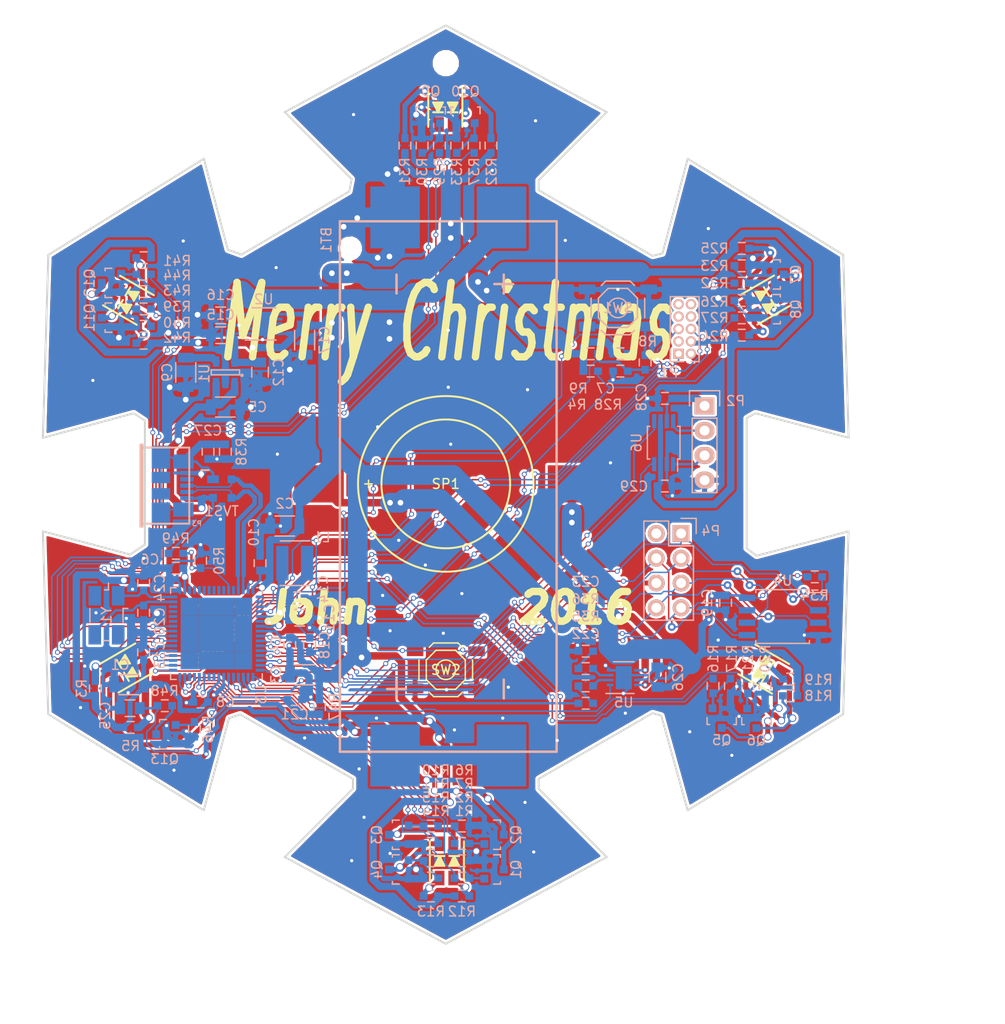
<source format=kicad_pcb>
(kicad_pcb (version 20160815) (host pcbnew "(2016-12-02 revision 54c5f6b)-makepkg")
  (layers (0 F.Cu signal) (31 B.Cu signal) (34 B.Paste user) (35 F.Paste user) (36 B.SilkS user) (37 F.SilkS user) (38 B.Mask user) (39 F.Mask user) (44 Edge.Cuts user))
  (net 0 "")
  (net 1 GND)
  (net 2 "Net-(BT1-Pad2)")
  (net 3 "Net-(U3-Pad9)")
  (net 4 "Net-(U3-Pad10)")
  (net 5 "Net-(U3-Pad14)")
  (net 6 ~RST)
  (net 7 "Net-(U3-Pad27)")
  (net 8 "Net-(U3-Pad28)")
  (net 9 "Net-(U3-Pad29)")
  (net 10 "Net-(U3-Pad30)")
  (net 11 SWDCLK)
  (net 12 SWDIO)
  (net 13 /UART_TX)
  (net 14 /UART_RX)
  (net 15 /AOUT)
  (net 16 /AMP_~SHDN)
  (net 17 GLED_6)
  (net 18 RLED_6)
  (net 19 GLED_5)
  (net 20 RLED_5)
  (net 21 GLED_4)
  (net 22 RLED_4)
  (net 23 GLED_3)
  (net 24 RLED_3)
  (net 25 GLED_2)
  (net 26 RLED_2)
  (net 27 GLED_1)
  (net 28 RLED_1)
  (net 29 /XIN)
  (net 30 /XOUT)
  (net 31 "Net-(U3-Pad35)")
  (net 32 "Net-(U3-Pad36)")
  (net 33 "Net-(U3-Pad37)")
  (net 34 "Net-(U3-Pad38)")
  (net 35 "Net-(U3-Pad39)")
  (net 36 "Net-(U3-Pad40)")
  (net 37 "Net-(U3-Pad41)")
  (net 38 "Net-(U3-Pad42)")
  (net 39 "Net-(U3-Pad44)")
  (net 40 /USBD-)
  (net 41 /USBD+)
  (net 42 "Net-(U3-Pad49)")
  (net 43 "Net-(U3-Pad50)")
  (net 44 "Net-(L1-Pad2)")
  (net 45 /FLASH_~WP)
  (net 46 /FLASH_~HOLD)
  (net 47 /FLASH_~CS)
  (net 48 /FLASH_MISO)
  (net 49 /FLASH_MOSI)
  (net 50 /FLASH_SCK)
  (net 51 /VBAT)
  (net 52 +5V)
  (net 53 "Net-(C9-Pad1)")
  (net 54 +1V8)
  (net 55 /3V_USB)
  (net 56 "Net-(C22-Pad2)")
  (net 57 "Net-(C23-Pad2)")
  (net 58 /USB_SHIELD)
  (net 59 /VREF)
  (net 60 "Net-(P1-Pad3)")
  (net 61 "Net-(P1-Pad7)")
  (net 62 "Net-(P1-Pad9)")
  (net 63 "Net-(P1-Pad8)")
  (net 64 "Net-(P1-Pad10)")
  (net 65 /5V_UART)
  (net 66 /5V_UART_RX)
  (net 67 /5V_UART_TX)
  (net 68 "Net-(P3-Pad4)")
  (net 69 "Net-(P4-Pad2)")
  (net 70 "Net-(Q1-Pad1)")
  (net 71 "Net-(D1-Pad4)")
  (net 72 "Net-(Q2-Pad1)")
  (net 73 "Net-(D1-Pad3)")
  (net 74 "Net-(D2-Pad4)")
  (net 75 "Net-(Q3-Pad1)")
  (net 76 "Net-(Q4-Pad1)")
  (net 77 "Net-(D2-Pad3)")
  (net 78 "Net-(Q5-Pad1)")
  (net 79 "Net-(D3-Pad4)")
  (net 80 "Net-(D3-Pad3)")
  (net 81 "Net-(Q6-Pad1)")
  (net 82 "Net-(Q7-Pad1)")
  (net 83 "Net-(D4-Pad4)")
  (net 84 "Net-(D4-Pad3)")
  (net 85 "Net-(Q8-Pad1)")
  (net 86 "Net-(D5-Pad4)")
  (net 87 "Net-(Q9-Pad1)")
  (net 88 "Net-(Q10-Pad1)")
  (net 89 "Net-(D5-Pad3)")
  (net 90 "Net-(D6-Pad4)")
  (net 91 "Net-(Q11-Pad1)")
  (net 92 "Net-(Q12-Pad1)")
  (net 93 "Net-(D6-Pad3)")
  (net 94 "Net-(Q13-Pad3)")
  (net 95 "Net-(D1-Pad2)")
  (net 96 "Net-(D1-Pad1)")
  (net 97 "Net-(R8-Pad1)")
  (net 98 "Net-(D2-Pad2)")
  (net 99 "Net-(D2-Pad1)")
  (net 100 "Net-(D3-Pad2)")
  (net 101 "Net-(D3-Pad1)")
  (net 102 "Net-(D4-Pad2)")
  (net 103 "Net-(D4-Pad1)")
  (net 104 "Net-(D5-Pad2)")
  (net 105 "Net-(D5-Pad1)")
  (net 106 "Net-(R35-Pad2)")
  (net 107 "Net-(R36-Pad2)")
  (net 108 "Net-(D6-Pad2)")
  (net 109 "Net-(D6-Pad1)")
  (net 110 /VREF_EN)
  (net 111 /VBUS_DET)
  (net 112 "Net-(U2-Pad9)")
  (net 113 /SPKR+)
  (net 114 /SPKR-)
  (net 115 +3V)
  (net 116 ~PB)
  (net 117 "Net-(U3-Pad13)")
  (module Mounting_Holes:MountingHole_2.2mm_M2_ISO7380 (layer F.Cu) (at 127 54.6735)
    (fp_text reference REF** hide)
    (fp_text value MountingHole_2.2mm_M2_ISO7380)
    (pad 1 np_thru_hole circle (at 0 0) (size 2.2 2.2) (drill 2.2) (layers *.Cu *.Mask F.SilkS))
  )
  (module Capacitors_SMD:C_1206 (layer B.Cu) (at 112.522 83.058 270)
    (fp_text reference C17 (at 0 -2.032 270) (layer B.SilkS) (effects (justify mirror)))
    (fp_text value 10uF)
    (pad 2 smd rect (at 1.5 0 270) (size 1 1.6) (layers B.Cu B.Paste B.Mask) (net 1 GND))
    (pad 1 smd rect (at -1.5 0 270) (size 1 1.6) (layers B.Cu B.Paste B.Mask) (net 115 +3V))
  )
  (module Capacitors_SMD:C_0603 (layer B.Cu) (at 101.219 122.936 270)
    (fp_text reference R46 (at 0 -1.397 270) (layer B.SilkS) (effects (justify mirror)))
    (fp_text value 10k)
    (pad 1 smd rect (at -0.75 0 270) (size 0.8 0.75) (layers B.Cu B.Paste B.Mask) (net 110 /VREF_EN))
    (pad 2 smd rect (at 0.75 0 270) (size 0.8 0.75) (layers B.Cu B.Paste B.Mask) (net 1 GND))
  )
  (module FritzLib:DUAL_AAA_HOLDER (layer B.Cu) (at 127.254 67.31 270)
    (fp_text reference BT1 (at 5.5 12.5 270) (layer B.SilkS) (effects (justify mirror)))
    (fp_text value 2xAAA)
    (fp_text user - (at 10 5.5 270) (layer B.SilkS) (effects (font (size 2.54 2.54) (thickness 0.254)) (justify mirror)))
    (fp_text user + (at 10 -5.5 270) (layer B.SilkS) (effects (font (size 2.54 2.54) (thickness 0.254)) (justify mirror)))
    (fp_text user + (at 51.5 5.5 270) (layer B.SilkS) (effects (font (size 2.54 2.54) (thickness 0.254)) (justify mirror)))
    (fp_text user - (at 51.5 -5.5 270) (layer B.SilkS) (effects (font (size 2.54 2.54) (thickness 0.254)) (justify mirror)))
    (pad 1 smd rect (at 3.175 5.461 270) (size 6.35 5.08) (layers B.Cu B.Paste B.Mask) (net 1 GND))
    (pad 4 smd rect (at 3.175 -5.461 270) (size 6.35 5.08) (layers B.Cu B.Paste B.Mask) (net 51 /VBAT))
    (pad 2 smd rect (at 58.3184 5.461 270) (size 6.35 5.08) (layers B.Cu B.Paste B.Mask) (net 2 "Net-(BT1-Pad2)"))
    (pad 3 smd rect (at 58.3184 -5.461 270) (size 6.35 5.08) (layers B.Cu B.Paste B.Mask) (net 2 "Net-(BT1-Pad2)"))
    (pad "" np_thru_hole circle (at 6.35 10.0838 270) (size 1.9812 1.9812) (drill 1.9812) (layers *.Cu *.Mask))
  )
  (module Housings_DFN_QFN:QFN-64-1EP_9x9mm_Pitch0.5mm (layer B.Cu) (at 103.47525 113.12725 90)
    (fp_text reference U3 (at -6.25275 4.60175 90) (layer B.SilkS) (effects (justify mirror)))
    (fp_text value ATSAML21J)
    (pad 65 smd rect (at -2.75625 2.75625 90) (size 1.8375 1.8375) (layers B.Cu B.Paste B.Mask))
    (pad 65 smd rect (at -2.75625 0.91875 90) (size 1.8375 1.8375) (layers B.Cu B.Paste B.Mask))
    (pad 65 smd rect (at -2.75625 -0.91875 90) (size 1.8375 1.8375) (layers B.Cu B.Paste B.Mask))
    (pad 65 smd rect (at -2.75625 -2.75625 90) (size 1.8375 1.8375) (layers B.Cu B.Paste B.Mask))
    (pad 65 smd rect (at -0.91875 2.75625 90) (size 1.8375 1.8375) (layers B.Cu B.Paste B.Mask))
    (pad 65 smd rect (at -0.91875 0.91875 90) (size 1.8375 1.8375) (layers B.Cu B.Paste B.Mask))
    (pad 65 smd rect (at -0.91875 -0.91875 90) (size 1.8375 1.8375) (layers B.Cu B.Paste B.Mask))
    (pad 65 smd rect (at -0.91875 -2.75625 90) (size 1.8375 1.8375) (layers B.Cu B.Paste B.Mask))
    (pad 65 smd rect (at 0.91875 2.75625 90) (size 1.8375 1.8375) (layers B.Cu B.Paste B.Mask))
    (pad 65 smd rect (at 0.91875 0.91875 90) (size 1.8375 1.8375) (layers B.Cu B.Paste B.Mask))
    (pad 65 smd rect (at 0.91875 -0.91875 90) (size 1.8375 1.8375) (layers B.Cu B.Paste B.Mask))
    (pad 65 smd rect (at 0.91875 -2.75625 90) (size 1.8375 1.8375) (layers B.Cu B.Paste B.Mask))
    (pad 65 smd rect (at 2.75625 2.75625 90) (size 1.8375 1.8375) (layers B.Cu B.Paste B.Mask))
    (pad 65 smd rect (at 2.75625 0.91875 90) (size 1.8375 1.8375) (layers B.Cu B.Paste B.Mask))
    (pad 65 smd rect (at 2.75625 -0.91875 90) (size 1.8375 1.8375) (layers B.Cu B.Paste B.Mask))
    (pad 65 smd rect (at 2.75625 -2.75625 90) (size 1.8375 1.8375) (layers B.Cu B.Paste B.Mask))
    (pad 64 smd rect (at -3.75 4.45) (size 0.85 0.3) (layers B.Cu B.Paste B.Mask) (net 50 /FLASH_SCK))
    (pad 63 smd rect (at -3.25 4.45) (size 0.85 0.3) (layers B.Cu B.Paste B.Mask) (net 49 /FLASH_MOSI))
    (pad 62 smd rect (at -2.75 4.45) (size 0.85 0.3) (layers B.Cu B.Paste B.Mask) (net 48 /FLASH_MISO))
    (pad 61 smd rect (at -2.25 4.45) (size 0.85 0.3) (layers B.Cu B.Paste B.Mask) (net 47 /FLASH_~CS))
    (pad 60 smd rect (at -1.75 4.45) (size 0.85 0.3) (layers B.Cu B.Paste B.Mask) (net 46 /FLASH_~HOLD))
    (pad 59 smd rect (at -1.25 4.45) (size 0.85 0.3) (layers B.Cu B.Paste B.Mask) (net 45 /FLASH_~WP))
    (pad 58 smd rect (at -0.75 4.45) (size 0.85 0.3) (layers B.Cu B.Paste B.Mask) (net 12 SWDIO))
    (pad 57 smd rect (at -0.25 4.45) (size 0.85 0.3) (layers B.Cu B.Paste B.Mask) (net 11 SWDCLK))
    (pad 56 smd rect (at 0.25 4.45) (size 0.85 0.3) (layers B.Cu B.Paste B.Mask) (net 115 +3V))
    (pad 55 smd rect (at 0.75 4.45) (size 0.85 0.3) (layers B.Cu B.Paste B.Mask) (net 44 "Net-(L1-Pad2)"))
    (pad 54 smd rect (at 1.25 4.45) (size 0.85 0.3) (layers B.Cu B.Paste B.Mask) (net 1 GND))
    (pad 53 smd rect (at 1.75 4.45) (size 0.85 0.3) (layers B.Cu B.Paste B.Mask) (net 54 +1V8))
    (pad 52 smd rect (at 2.25 4.45) (size 0.85 0.3) (layers B.Cu B.Paste B.Mask) (net 6 ~RST))
    (pad 51 smd rect (at 2.75 4.45) (size 0.85 0.3) (layers B.Cu B.Paste B.Mask) (net 116 ~PB))
    (pad 50 smd rect (at 3.25 4.45) (size 0.85 0.3) (layers B.Cu B.Paste B.Mask) (net 43 "Net-(U3-Pad50)"))
    (pad 49 smd rect (at 3.75 4.45) (size 0.85 0.3) (layers B.Cu B.Paste B.Mask) (net 42 "Net-(U3-Pad49)"))
    (pad 48 smd rect (at 4.45 3.75 90) (size 0.85 0.3) (layers B.Cu B.Paste B.Mask) (net 115 +3V))
    (pad 47 smd rect (at 4.45 3.25 90) (size 0.85 0.3) (layers B.Cu B.Paste B.Mask) (net 1 GND))
    (pad 46 smd rect (at 4.45 2.75 90) (size 0.85 0.3) (layers B.Cu B.Paste B.Mask) (net 41 /USBD+))
    (pad 45 smd rect (at 4.45 2.25 90) (size 0.85 0.3) (layers B.Cu B.Paste B.Mask) (net 40 /USBD-))
    (pad 44 smd rect (at 4.45 1.75 90) (size 0.85 0.3) (layers B.Cu B.Paste B.Mask) (net 39 "Net-(U3-Pad44)"))
    (pad 43 smd rect (at 4.45 1.25 90) (size 0.85 0.3) (layers B.Cu B.Paste B.Mask) (net 111 /VBUS_DET))
    (pad 42 smd rect (at 4.45 0.75 90) (size 0.85 0.3) (layers B.Cu B.Paste B.Mask) (net 38 "Net-(U3-Pad42)"))
    (pad 41 smd rect (at 4.45 0.25 90) (size 0.85 0.3) (layers B.Cu B.Paste B.Mask) (net 37 "Net-(U3-Pad41)"))
    (pad 40 smd rect (at 4.45 -0.25 90) (size 0.85 0.3) (layers B.Cu B.Paste B.Mask) (net 36 "Net-(U3-Pad40)"))
    (pad 39 smd rect (at 4.45 -0.75 90) (size 0.85 0.3) (layers B.Cu B.Paste B.Mask) (net 35 "Net-(U3-Pad39)"))
    (pad 38 smd rect (at 4.45 -1.25 90) (size 0.85 0.3) (layers B.Cu B.Paste B.Mask) (net 34 "Net-(U3-Pad38)"))
    (pad 37 smd rect (at 4.45 -1.75 90) (size 0.85 0.3) (layers B.Cu B.Paste B.Mask) (net 33 "Net-(U3-Pad37)"))
    (pad 36 smd rect (at 4.45 -2.25 90) (size 0.85 0.3) (layers B.Cu B.Paste B.Mask) (net 32 "Net-(U3-Pad36)"))
    (pad 35 smd rect (at 4.45 -2.75 90) (size 0.85 0.3) (layers B.Cu B.Paste B.Mask) (net 31 "Net-(U3-Pad35)"))
    (pad 34 smd rect (at 4.45 -3.25 90) (size 0.85 0.3) (layers B.Cu B.Paste B.Mask) (net 115 +3V))
    (pad 33 smd rect (at 4.45 -3.75 90) (size 0.85 0.3) (layers B.Cu B.Paste B.Mask) (net 1 GND))
    (pad 32 smd rect (at 3.75 -4.45) (size 0.85 0.3) (layers B.Cu B.Paste B.Mask) (net 30 /XOUT))
    (pad 31 smd rect (at 3.25 -4.45) (size 0.85 0.3) (layers B.Cu B.Paste B.Mask) (net 29 /XIN))
    (pad 30 smd rect (at 2.75 -4.45) (size 0.85 0.3) (layers B.Cu B.Paste B.Mask) (net 10 "Net-(U3-Pad30)"))
    (pad 29 smd rect (at 2.25 -4.45) (size 0.85 0.3) (layers B.Cu B.Paste B.Mask) (net 9 "Net-(U3-Pad29)"))
    (pad 28 smd rect (at 1.75 -4.45) (size 0.85 0.3) (layers B.Cu B.Paste B.Mask) (net 8 "Net-(U3-Pad28)"))
    (pad 27 smd rect (at 1.25 -4.45) (size 0.85 0.3) (layers B.Cu B.Paste B.Mask) (net 7 "Net-(U3-Pad27)"))
    (pad 26 smd rect (at 0.75 -4.45) (size 0.85 0.3) (layers B.Cu B.Paste B.Mask) (net 20 RLED_5))
    (pad 25 smd rect (at 0.25 -4.45) (size 0.85 0.3) (layers B.Cu B.Paste B.Mask) (net 19 GLED_5))
    (pad 24 smd rect (at -0.25 -4.45) (size 0.85 0.3) (layers B.Cu B.Paste B.Mask) (net 18 RLED_6))
    (pad 23 smd rect (at -0.75 -4.45) (size 0.85 0.3) (layers B.Cu B.Paste B.Mask) (net 17 GLED_6))
    (pad 22 smd rect (at -1.25 -4.45) (size 0.85 0.3) (layers B.Cu B.Paste B.Mask) (net 1 GND))
    (pad 21 smd rect (at -1.75 -4.45) (size 0.85 0.3) (layers B.Cu B.Paste B.Mask) (net 115 +3V))
    (pad 20 smd rect (at -2.25 -4.45) (size 0.85 0.3) (layers B.Cu B.Paste B.Mask) (net 22 RLED_4))
    (pad 19 smd rect (at -2.75 -4.45) (size 0.85 0.3) (layers B.Cu B.Paste B.Mask) (net 21 GLED_4))
    (pad 18 smd rect (at -3.25 -4.45) (size 0.85 0.3) (layers B.Cu B.Paste B.Mask) (net 24 RLED_3))
    (pad 17 smd rect (at -3.75 -4.45) (size 0.85 0.3) (layers B.Cu B.Paste B.Mask) (net 23 GLED_3))
    (pad 16 smd rect (at -4.45 -3.75 90) (size 0.85 0.3) (layers B.Cu B.Paste B.Mask) (net 28 RLED_1))
    (pad 15 smd rect (at -4.45 -3.25 90) (size 0.85 0.3) (layers B.Cu B.Paste B.Mask) (net 27 GLED_1))
    (pad 14 smd rect (at -4.45 -2.75 90) (size 0.85 0.3) (layers B.Cu B.Paste B.Mask) (net 5 "Net-(U3-Pad14)"))
    (pad 13 smd rect (at -4.45 -2.25 90) (size 0.85 0.3) (layers B.Cu B.Paste B.Mask) (net 117 "Net-(U3-Pad13)"))
    (pad 12 smd rect (at -4.45 -1.75 90) (size 0.85 0.3) (layers B.Cu B.Paste B.Mask) (net 26 RLED_2))
    (pad 11 smd rect (at -4.45 -1.25 90) (size 0.85 0.3) (layers B.Cu B.Paste B.Mask) (net 25 GLED_2))
    (pad 10 smd rect (at -4.45 -0.75 90) (size 0.85 0.3) (layers B.Cu B.Paste B.Mask) (net 4 "Net-(U3-Pad10)"))
    (pad 9 smd rect (at -4.45 -0.25 90) (size 0.85 0.3) (layers B.Cu B.Paste B.Mask) (net 3 "Net-(U3-Pad9)"))
    (pad 8 smd rect (at -4.45 0.25 90) (size 0.85 0.3) (layers B.Cu B.Paste B.Mask) (net 115 +3V))
    (pad 7 smd rect (at -4.45 0.75 90) (size 0.85 0.3) (layers B.Cu B.Paste B.Mask) (net 1 GND))
    (pad 6 smd rect (at -4.45 1.25 90) (size 0.85 0.3) (layers B.Cu B.Paste B.Mask) (net 110 /VREF_EN))
    (pad 5 smd rect (at -4.45 1.75 90) (size 0.85 0.3) (layers B.Cu B.Paste B.Mask) (net 16 /AMP_~SHDN))
    (pad 4 smd rect (at -4.45 2.25 90) (size 0.85 0.3) (layers B.Cu B.Paste B.Mask) (net 59 /VREF))
    (pad 3 smd rect (at -4.45 2.75 90) (size 0.85 0.3) (layers B.Cu B.Paste B.Mask) (net 15 /AOUT))
    (pad 2 smd rect (at -4.45 3.25 90) (size 0.85 0.3) (layers B.Cu B.Paste B.Mask) (net 14 /UART_RX))
    (pad 1 smd rect (at -4.45 3.75 90) (size 0.85 0.3) (layers B.Cu B.Paste B.Mask) (net 13 /UART_TX))
  )
  (module Capacitors_SMD:C_1206 (layer B.Cu) (at 94.488 118.364 180)
    (fp_text reference C1 (at 0.889 2.032 180) (layer B.SilkS) (effects (justify mirror)))
    (fp_text value 10uF)
    (pad 1 smd rect (at -1.5 0 180) (size 1 1.6) (layers B.Cu B.Paste B.Mask) (net 115 +3V))
    (pad 2 smd rect (at 1.5 0 180) (size 1 1.6) (layers B.Cu B.Paste B.Mask) (net 1 GND))
  )
  (module Capacitors_SMD:C_1206 (layer B.Cu) (at 110.49 102.108 180)
    (fp_text reference C2 (at 0 2.3 180) (layer B.SilkS) (effects (justify mirror)))
    (fp_text value 10uF)
    (pad 1 smd rect (at -1.5 0 180) (size 1 1.6) (layers B.Cu B.Paste B.Mask) (net 115 +3V))
    (pad 2 smd rect (at 1.5 0 180) (size 1 1.6) (layers B.Cu B.Paste B.Mask) (net 1 GND))
  )
  (module Capacitors_SMD:C_1206 (layer B.Cu) (at 112.522 117.348 180)
    (fp_text reference C3 (at 2.921 0 270) (layer B.SilkS) (effects (justify mirror)))
    (fp_text value 10uF)
    (pad 2 smd rect (at 1.5 0 180) (size 1 1.6) (layers B.Cu B.Paste B.Mask) (net 1 GND))
    (pad 1 smd rect (at -1.5 0 180) (size 1 1.6) (layers B.Cu B.Paste B.Mask) (net 115 +3V))
  )
  (module Capacitors_SMD:C_0603 (layer B.Cu) (at 110.998 114.3 270)
    (fp_text reference C4 (at 0 1.397 270) (layer B.SilkS) (effects (justify mirror)))
    (fp_text value 100nF)
    (pad 2 smd rect (at 0.75 0 270) (size 0.8 0.75) (layers B.Cu B.Paste B.Mask) (net 1 GND))
    (pad 1 smd rect (at -0.75 0 270) (size 0.8 0.75) (layers B.Cu B.Paste B.Mask) (net 115 +3V))
  )
  (module Capacitors_SMD:C_1206 (layer B.Cu) (at 104.394 89.916)
    (fp_text reference C5 (at 3.302 0) (layer B.SilkS) (effects (justify mirror)))
    (fp_text value 10uF)
    (pad 2 smd rect (at 1.5 0) (size 1 1.6) (layers B.Cu B.Paste B.Mask) (net 1 GND))
    (pad 1 smd rect (at -1.5 0) (size 1 1.6) (layers B.Cu B.Paste B.Mask) (net 52 +5V))
  )
  (module Capacitors_SMD:C_0603 (layer B.Cu) (at 99.314 106.426 180)
    (fp_text reference C6 (at 2.667 0.889 180) (layer B.SilkS) (effects (justify mirror)))
    (fp_text value 100nF)
    (pad 1 smd rect (at -0.75 0 180) (size 0.8 0.75) (layers B.Cu B.Paste B.Mask) (net 115 +3V))
    (pad 2 smd rect (at 0.75 0 180) (size 0.8 0.75) (layers B.Cu B.Paste B.Mask) (net 1 GND))
  )
  (module Capacitors_SMD:C_0603 (layer B.Cu) (at 144.907 86.233 180)
    (fp_text reference C7 (at 1.524 -1.778 180) (layer B.SilkS) (effects (justify mirror)))
    (fp_text value 100nF)
    (pad 1 smd rect (at -0.75 0 180) (size 0.8 0.75) (layers B.Cu B.Paste B.Mask) (net 6 ~RST))
    (pad 2 smd rect (at 0.75 0 180) (size 0.8 0.75) (layers B.Cu B.Paste B.Mask) (net 1 GND))
  )
  (module Capacitors_SMD:C_0603 (layer B.Cu) (at 101.854 120.142 180)
    (fp_text reference C8 (at -2.54 0 180) (layer B.SilkS) (effects (justify mirror)))
    (fp_text value 100nF)
    (pad 1 smd rect (at -0.75 0 180) (size 0.8 0.75) (layers B.Cu B.Paste B.Mask) (net 115 +3V))
    (pad 2 smd rect (at 0.75 0 180) (size 0.8 0.75) (layers B.Cu B.Paste B.Mask) (net 1 GND))
  )
  (module Capacitors_SMD:C_1206 (layer B.Cu) (at 100.33 86.36 270)
    (fp_text reference C9 (at 0 1.905 270) (layer B.SilkS) (effects (justify mirror)))
    (fp_text value 10nF)
    (pad 1 smd rect (at -1.5 0 270) (size 1 1.6) (layers B.Cu B.Paste B.Mask) (net 53 "Net-(C9-Pad1)"))
    (pad 2 smd rect (at 1.5 0 270) (size 1 1.6) (layers B.Cu B.Paste B.Mask) (net 1 GND))
  )
  (module Capacitors_SMD:C_0603 (layer B.Cu) (at 107.95 105.918 90)
    (fp_text reference C10 (at 3.175 -0.635 270) (layer B.SilkS) (effects (justify mirror)))
    (fp_text value 100nF)
    (pad 2 smd rect (at 0.75 0 90) (size 0.8 0.75) (layers B.Cu B.Paste B.Mask) (net 1 GND))
    (pad 1 smd rect (at -0.75 0 90) (size 0.8 0.75) (layers B.Cu B.Paste B.Mask) (net 115 +3V))
  )
  (module Capacitors_SMD:C_0805 (layer B.Cu) (at 112.014 111.506)
    (fp_text reference C11 (at 3.048 0 90) (layer B.SilkS) (effects (justify mirror)))
    (fp_text value 1uF)
    (pad 1 smd rect (at -1 0) (size 1 1.25) (layers B.Cu B.Paste B.Mask) (net 54 +1V8))
    (pad 2 smd rect (at 1 0) (size 1 1.25) (layers B.Cu B.Paste B.Mask) (net 1 GND))
  )
  (module Capacitors_SMD:C_0805 (layer B.Cu) (at 107.95 86.344 270)
    (fp_text reference C12 (at 0.016 -1.905 270) (layer B.SilkS) (effects (justify mirror)))
    (fp_text value 1uF)
    (pad 1 smd rect (at -1 0 270) (size 1 1.25) (layers B.Cu B.Paste B.Mask) (net 55 /3V_USB))
    (pad 2 smd rect (at 1 0 270) (size 1 1.25) (layers B.Cu B.Paste B.Mask) (net 1 GND))
  )
  (module Capacitors_SMD:C_0603 (layer B.Cu) (at 96.012 115.062 90)
    (fp_text reference C13 (at -0.254 1.651 270) (layer B.SilkS) (effects (justify mirror)))
    (fp_text value 100nF)
    (pad 1 smd rect (at -0.75 0 90) (size 0.8 0.75) (layers B.Cu B.Paste B.Mask) (net 115 +3V))
    (pad 2 smd rect (at 0.75 0 90) (size 0.8 0.75) (layers B.Cu B.Paste B.Mask) (net 1 GND))
  )
  (module Capacitors_SMD:C_0603 (layer B.Cu) (at 111.76 109.474)
    (fp_text reference C14 (at 2.667 -0.889 90) (layer B.SilkS) (effects (justify mirror)))
    (fp_text value 100nF)
    (pad 2 smd rect (at 0.75 0) (size 0.8 0.75) (layers B.Cu B.Paste B.Mask) (net 1 GND))
    (pad 1 smd rect (at -0.75 0) (size 0.8 0.75) (layers B.Cu B.Paste B.Mask) (net 54 +1V8))
  )
  (module Capacitors_SMD:C_0805 (layer B.Cu) (at 103.914021 82.553361 180)
    (fp_text reference C15 (at 0 2.1 180) (layer B.SilkS) (effects (justify mirror)))
    (fp_text value 1uF)
    (pad 2 smd rect (at 1 0 180) (size 1 1.25) (layers B.Cu B.Paste B.Mask) (net 1 GND))
    (pad 1 smd rect (at -1 0 180) (size 1 1.25) (layers B.Cu B.Paste B.Mask) (net 55 /3V_USB))
  )
  (module Capacitors_SMD:C_0805 (layer B.Cu) (at 103.914021 80.521361 180)
    (fp_text reference C16 (at 0 2.1 180) (layer B.SilkS) (effects (justify mirror)))
    (fp_text value 1uF)
    (pad 2 smd rect (at 1 0 180) (size 1 1.25) (layers B.Cu B.Paste B.Mask) (net 1 GND))
    (pad 1 smd rect (at -1 0 180) (size 1 1.25) (layers B.Cu B.Paste B.Mask) (net 51 /VBAT))
  )
  (module Capacitors_SMD:C_0603 (layer B.Cu) (at 113.03 114.3 270)
    (fp_text reference C18 (at 0 -1.524 270) (layer B.SilkS) (effects (justify mirror)))
    (fp_text value 100nF)
    (pad 1 smd rect (at -0.75 0 270) (size 0.8 0.75) (layers B.Cu B.Paste B.Mask) (net 116 ~PB))
    (pad 2 smd rect (at 0.75 0 270) (size 0.8 0.75) (layers B.Cu B.Paste B.Mask) (net 1 GND))
  )
  (module Capacitors_SMD:C_0603 (layer B.Cu) (at 155.702 109.97 270)
    (fp_text reference C19 (at 0 1.9 270) (layer B.SilkS) (effects (justify mirror)))
    (fp_text value 100nF)
    (pad 2 smd rect (at 0.75 0 270) (size 0.8 0.75) (layers B.Cu B.Paste B.Mask) (net 1 GND))
    (pad 1 smd rect (at -0.75 0 270) (size 0.8 0.75) (layers B.Cu B.Paste B.Mask) (net 115 +3V))
  )
  (module Capacitors_SMD:C_0603 (layer B.Cu) (at 96.012 110.998 270)
    (fp_text reference C20 (at 0.889 -1.651 270) (layer B.SilkS) (effects (justify mirror)))
    (fp_text value 22pF)
    (pad 1 smd rect (at -0.75 0 270) (size 0.8 0.75) (layers B.Cu B.Paste B.Mask) (net 29 /XIN))
    (pad 2 smd rect (at 0.75 0 270) (size 0.8 0.75) (layers B.Cu B.Paste B.Mask) (net 1 GND))
  )
  (module Capacitors_SMD:C_0603 (layer B.Cu) (at 111.506 119.888)
    (fp_text reference C21 (at 0 1.524) (layer B.SilkS) (effects (justify mirror)))
    (fp_text value 100nF)
    (pad 1 smd rect (at -0.75 0) (size 0.8 0.75) (layers B.Cu B.Paste B.Mask) (net 59 /VREF))
    (pad 2 smd rect (at 0.75 0) (size 0.8 0.75) (layers B.Cu B.Paste B.Mask) (net 1 GND))
  )
  (module Capacitors_SMD:C_0603 (layer B.Cu) (at 141.351 120.269)
    (fp_text reference C22 (at 0 -7.117) (layer B.SilkS) (effects (justify mirror)))
    (fp_text value 100nF)
    (pad 2 smd rect (at 0.75 0) (size 0.8 0.75) (layers B.Cu B.Paste B.Mask) (net 56 "Net-(C22-Pad2)"))
    (pad 1 smd rect (at -0.75 0) (size 0.8 0.75) (layers B.Cu B.Paste B.Mask) (net 15 /AOUT))
  )
  (module Capacitors_SMD:C_0603 (layer B.Cu) (at 141.351 114.935)
    (fp_text reference C23 (at 0 -7.117) (layer B.SilkS) (effects (justify mirror)))
    (fp_text value 100nF)
    (pad 2 smd rect (at 0.75 0) (size 0.8 0.75) (layers B.Cu B.Paste B.Mask) (net 57 "Net-(C23-Pad2)"))
    (pad 1 smd rect (at -0.75 0) (size 0.8 0.75) (layers B.Cu B.Paste B.Mask) (net 1 GND))
  )
  (module Capacitors_SMD:C_0603 (layer B.Cu) (at 96.012 107.95 90)
    (fp_text reference C24 (at -0.508 1.651 90) (layer B.SilkS) (effects (justify mirror)))
    (fp_text value 22pF)
    (pad 2 smd rect (at 0.75 0 90) (size 0.8 0.75) (layers B.Cu B.Paste B.Mask) (net 1 GND))
    (pad 1 smd rect (at -0.75 0 90) (size 0.8 0.75) (layers B.Cu B.Paste B.Mask) (net 30 /XOUT))
  )
  (module Capacitors_SMD:C_0805 (layer B.Cu) (at 94.615 120.777 180)
    (fp_text reference C25 (at 2.54 -0.762 270) (layer B.SilkS) (effects (justify mirror)))
    (fp_text value 4.7uF)
    (pad 2 smd rect (at 1 0 180) (size 1 1.25) (layers B.Cu B.Paste B.Mask) (net 1 GND))
    (pad 1 smd rect (at -1 0 180) (size 1 1.25) (layers B.Cu B.Paste B.Mask) (net 59 /VREF))
  )
  (module Capacitors_SMD:C_0805 (layer B.Cu) (at 148.717 117.602 90)
    (fp_text reference C26 (at 0 2.1 90) (layer B.SilkS) (effects (justify mirror)))
    (fp_text value 1uF)
    (pad 1 smd rect (at -1 0 90) (size 1 1.25) (layers B.Cu B.Paste B.Mask) (net 115 +3V))
    (pad 2 smd rect (at 1 0 90) (size 1 1.25) (layers B.Cu B.Paste B.Mask) (net 1 GND))
  )
  (module Capacitors_SMD:C_0603 (layer B.Cu) (at 102.616 94.488 90)
    (fp_text reference C27 (at 2.159 0) (layer B.SilkS) (effects (justify mirror)))
    (fp_text value 4.5nF)
    (pad 1 smd rect (at -0.75 0 90) (size 0.8 0.75) (layers B.Cu B.Paste B.Mask) (net 1 GND))
    (pad 2 smd rect (at 0.75 0 90) (size 0.8 0.75) (layers B.Cu B.Paste B.Mask) (net 58 /USB_SHIELD))
  )
  (module Capacitors_SMD:C_0603 (layer B.Cu) (at 149.473832 89.027 180)
    (fp_text reference C28 (at 2.407832 0.127 270) (layer B.SilkS) (effects (justify mirror)))
    (fp_text value 100nF)
    (pad 1 smd rect (at -0.75 0 180) (size 0.8 0.75) (layers B.Cu B.Paste B.Mask) (net 65 /5V_UART))
    (pad 2 smd rect (at 0.75 0 180) (size 0.8 0.75) (layers B.Cu B.Paste B.Mask) (net 1 GND))
  )
  (module Capacitors_SMD:C_0603 (layer B.Cu) (at 149.473832 98.011792)
    (fp_text reference C29 (at -3.169832 0.032208) (layer B.SilkS) (effects (justify mirror)))
    (fp_text value 100nF)
    (pad 2 smd rect (at 0.75 0) (size 0.8 0.75) (layers B.Cu B.Paste B.Mask) (net 1 GND))
    (pad 1 smd rect (at -0.75 0) (size 0.8 0.75) (layers B.Cu B.Paste B.Mask) (net 115 +3V))
  )
  (module Pin_Headers:Pin_Header_Straight_2x05_Pitch1.27mm (layer B.Cu) (at 150.876 84.455)
    (fp_text reference P1 (at -1.016 1.905) (layer B.SilkS) (effects (justify mirror)))
    (fp_text value JTAGICE3)
    (pad 1 thru_hole rect (at 0 0) (size 1.05 1.05) (drill 0.65) (layers *.Cu *.Mask B.SilkS) (net 11 SWDCLK))
    (pad 3 thru_hole circle (at 0 -1.27) (size 1.05 1.05) (drill 0.65) (layers *.Cu *.Mask B.SilkS) (net 60 "Net-(P1-Pad3)"))
    (pad 5 thru_hole circle (at 0 -2.54) (size 1.05 1.05) (drill 0.65) (layers *.Cu *.Mask B.SilkS) (net 12 SWDIO))
    (pad 7 thru_hole circle (at 0 -3.81) (size 1.05 1.05) (drill 0.65) (layers *.Cu *.Mask B.SilkS) (net 61 "Net-(P1-Pad7)"))
    (pad 9 thru_hole circle (at 0 -5.08) (size 1.05 1.05) (drill 0.65) (layers *.Cu *.Mask B.SilkS) (net 62 "Net-(P1-Pad9)"))
    (pad 4 thru_hole circle (at 1.27 -1.27) (size 1.05 1.05) (drill 0.65) (layers *.Cu *.Mask B.SilkS) (net 115 +3V))
    (pad 6 thru_hole circle (at 1.27 -2.54) (size 1.05 1.05) (drill 0.65) (layers *.Cu *.Mask B.SilkS) (net 6 ~RST))
    (pad 8 thru_hole circle (at 1.27 -3.81) (size 1.05 1.05) (drill 0.65) (layers *.Cu *.Mask B.SilkS) (net 63 "Net-(P1-Pad8)"))
    (pad 10 thru_hole circle (at 1.27 -5.08) (size 1.05 1.05) (drill 0.65) (layers *.Cu *.Mask B.SilkS) (net 64 "Net-(P1-Pad10)"))
    (pad 2 thru_hole circle (at 1.27 0) (size 1.05 1.05) (drill 0.65) (layers *.Cu *.Mask B.SilkS) (net 1 GND))
  )
  (module Pin_Headers:Pin_Header_Straight_1x04 (layer B.Cu) (at 153.543 89.789 180)
    (fp_text reference P2 (at -3.175 0.508 180) (layer B.SilkS) (effects (justify mirror)))
    (fp_text value UART)
    (pad 1 thru_hole rect (at 0 0 180) (size 2.032 1.7272) (drill 1.016) (layers *.Cu *.Mask B.SilkS) (net 65 /5V_UART))
    (pad 2 thru_hole oval (at 0 -2.54 180) (size 2.032 1.7272) (drill 1.016) (layers *.Cu *.Mask B.SilkS) (net 66 /5V_UART_RX))
    (pad 3 thru_hole oval (at 0 -5.08 180) (size 2.032 1.7272) (drill 1.016) (layers *.Cu *.Mask B.SilkS) (net 67 /5V_UART_TX))
    (pad 4 thru_hole oval (at 0 -7.62 180) (size 2.032 1.7272) (drill 1.016) (layers *.Cu *.Mask B.SilkS) (net 1 GND))
  )
  (module FritzLib:conn_usb_B_micro_smd (layer B.Cu) (at 97.79 97.9678 90)
    (fp_text reference P3 (at -3.8862 3.683 180) (layer B.SilkS) (effects (font (size 0.50038 0.50038) (thickness 0.09906)) (justify mirror)))
    (fp_text value USB_OTG hide)
    (pad 6 smd rect (at -0.8382 0 90) (size 1.17348 1.89738) (layers B.Cu B.Paste B.Mask) (net 58 /USB_SHIELD))
    (pad 6 smd rect (at 0.8382 0 90) (size 1.17348 1.89738) (layers B.Cu B.Paste B.Mask) (net 58 /USB_SHIELD))
    (pad 6 smd rect (at 2.91338 0 90) (size 2.3749 1.89738) (layers B.Cu B.Paste B.Mask) (net 58 /USB_SHIELD))
    (pad 6 smd rect (at -2.91338 0 90) (size 2.3749 1.89738) (layers B.Cu B.Paste B.Mask) (net 58 /USB_SHIELD))
    (pad 6 smd rect (at 2.46126 2.2987 90) (size 1.4732 2.10058) (layers B.Cu B.Paste B.Mask) (net 58 /USB_SHIELD))
    (pad 6 smd rect (at -2.46126 2.2987 90) (size 1.4732 2.10058) (layers B.Cu B.Paste B.Mask) (net 58 /USB_SHIELD))
    (pad 1 smd rect (at -1.30048 2.65938 90) (size 0.44958 1.37922) (layers B.Cu B.Paste B.Mask) (net 52 +5V))
    (pad 2 smd rect (at -0.65024 2.65938 90) (size 0.44958 1.37922) (layers B.Cu B.Paste B.Mask) (net 40 /USBD-))
    (pad 3 smd rect (at 0 2.65938 90) (size 0.44958 1.37922) (layers B.Cu B.Paste B.Mask) (net 41 /USBD+))
    (pad 4 smd rect (at 0.65024 2.65938 90) (size 0.44958 1.37922) (layers B.Cu B.Paste B.Mask) (net 68 "Net-(P3-Pad4)"))
    (pad 5 smd rect (at 1.30048 2.65938 90) (size 0.44958 1.37922) (layers B.Cu B.Paste B.Mask) (net 1 GND))
  )
  (module Pin_Headers:Pin_Header_Straight_2x04 (layer B.Cu) (at 151.13 102.87 180)
    (fp_text reference P4 (at -3.048 0.254 180) (layer B.SilkS) (effects (justify mirror)))
    (fp_text value SPI_FLASH)
    (pad 8 thru_hole oval (at 2.54 -7.62 180) (size 1.7272 1.7272) (drill 1.016) (layers *.Cu *.Mask B.SilkS) (net 45 /FLASH_~WP))
    (pad 7 thru_hole oval (at 0 -7.62 180) (size 1.7272 1.7272) (drill 1.016) (layers *.Cu *.Mask B.SilkS) (net 46 /FLASH_~HOLD))
    (pad 6 thru_hole oval (at 2.54 -5.08 180) (size 1.7272 1.7272) (drill 1.016) (layers *.Cu *.Mask B.SilkS) (net 1 GND))
    (pad 5 thru_hole oval (at 0 -5.08 180) (size 1.7272 1.7272) (drill 1.016) (layers *.Cu *.Mask B.SilkS) (net 47 /FLASH_~CS))
    (pad 4 thru_hole oval (at 2.54 -2.54 180) (size 1.7272 1.7272) (drill 1.016) (layers *.Cu *.Mask B.SilkS) (net 49 /FLASH_MOSI))
    (pad 3 thru_hole oval (at 0 -2.54 180) (size 1.7272 1.7272) (drill 1.016) (layers *.Cu *.Mask B.SilkS) (net 50 /FLASH_SCK))
    (pad 2 thru_hole oval (at 2.54 0 180) (size 1.7272 1.7272) (drill 1.016) (layers *.Cu *.Mask B.SilkS) (net 69 "Net-(P4-Pad2)"))
    (pad 1 thru_hole rect (at 0 0 180) (size 1.7272 1.7272) (drill 1.016) (layers *.Cu *.Mask B.SilkS) (net 48 /FLASH_MISO))
  )
  (module TO_SOT_Packages_SMD:SOT-23 (layer B.Cu) (at 131.953 137.299688 90)
    (fp_text reference Q1 (at 0 2.25 90) (layer B.SilkS) (effects (justify mirror)))
    (fp_text value BSS806NE)
    (pad 1 smd rect (at -0.95 -1.00076 90) (size 0.8001 0.8001) (layers B.Cu B.Paste B.Mask) (net 70 "Net-(Q1-Pad1)"))
    (pad 2 smd rect (at 0.95 -1.00076 90) (size 0.8001 0.8001) (layers B.Cu B.Paste B.Mask) (net 1 GND))
    (pad 3 smd rect (at 0 0.99822 90) (size 0.8001 0.8001) (layers B.Cu B.Paste B.Mask) (net 71 "Net-(D1-Pad4)"))
  )
  (module TO_SOT_Packages_SMD:SOT-23 (layer B.Cu) (at 131.953 133.743688 90)
    (fp_text reference Q2 (at 0 2.25 90) (layer B.SilkS) (effects (justify mirror)))
    (fp_text value BSS806NE)
    (pad 1 smd rect (at -0.95 -1.00076 90) (size 0.8001 0.8001) (layers B.Cu B.Paste B.Mask) (net 72 "Net-(Q2-Pad1)"))
    (pad 2 smd rect (at 0.95 -1.00076 90) (size 0.8001 0.8001) (layers B.Cu B.Paste B.Mask) (net 1 GND))
    (pad 3 smd rect (at 0 0.99822 90) (size 0.8001 0.8001) (layers B.Cu B.Paste B.Mask) (net 73 "Net-(D1-Pad3)"))
  )
  (module TO_SOT_Packages_SMD:SOT-23 (layer B.Cu) (at 122.174 133.743688 270)
    (fp_text reference Q3 (at 0 2.25 270) (layer B.SilkS) (effects (justify mirror)))
    (fp_text value BSS806NE)
    (pad 3 smd rect (at 0 0.99822 270) (size 0.8001 0.8001) (layers B.Cu B.Paste B.Mask) (net 74 "Net-(D2-Pad4)"))
    (pad 2 smd rect (at 0.95 -1.00076 270) (size 0.8001 0.8001) (layers B.Cu B.Paste B.Mask) (net 1 GND))
    (pad 1 smd rect (at -0.95 -1.00076 270) (size 0.8001 0.8001) (layers B.Cu B.Paste B.Mask) (net 75 "Net-(Q3-Pad1)"))
  )
  (module TO_SOT_Packages_SMD:SOT-23 (layer B.Cu) (at 122.174 137.299688 270)
    (fp_text reference Q4 (at 0 2.25 270) (layer B.SilkS) (effects (justify mirror)))
    (fp_text value BSS806NE)
    (pad 1 smd rect (at -0.95 -1.00076 270) (size 0.8001 0.8001) (layers B.Cu B.Paste B.Mask) (net 76 "Net-(Q4-Pad1)"))
    (pad 2 smd rect (at 0.95 -1.00076 270) (size 0.8001 0.8001) (layers B.Cu B.Paste B.Mask) (net 1 GND))
    (pad 3 smd rect (at 0 0.99822 270) (size 0.8001 0.8001) (layers B.Cu B.Paste B.Mask) (net 77 "Net-(D2-Pad3)"))
  )
  (module TO_SOT_Packages_SMD:SOT-23 (layer B.Cu) (at 155.300036 121.793)
    (fp_text reference Q5 (at 0 2.25) (layer B.SilkS) (effects (justify mirror)))
    (fp_text value BSS806NE)
    (pad 1 smd rect (at -0.95 -1.00076) (size 0.8001 0.8001) (layers B.Cu B.Paste B.Mask) (net 78 "Net-(Q5-Pad1)"))
    (pad 2 smd rect (at 0.95 -1.00076) (size 0.8001 0.8001) (layers B.Cu B.Paste B.Mask) (net 1 GND))
    (pad 3 smd rect (at 0 0.99822) (size 0.8001 0.8001) (layers B.Cu B.Paste B.Mask) (net 79 "Net-(D3-Pad4)"))
  )
  (module TO_SOT_Packages_SMD:SOT-23 (layer B.Cu) (at 158.856036 121.81078)
    (fp_text reference Q6 (at 0 2.25) (layer B.SilkS) (effects (justify mirror)))
    (fp_text value BSS806NE)
    (pad 3 smd rect (at 0 0.99822) (size 0.8001 0.8001) (layers B.Cu B.Paste B.Mask) (net 80 "Net-(D3-Pad3)"))
    (pad 2 smd rect (at 0.95 -1.00076) (size 0.8001 0.8001) (layers B.Cu B.Paste B.Mask) (net 1 GND))
    (pad 1 smd rect (at -0.95 -1.00076) (size 0.8001 0.8001) (layers B.Cu B.Paste B.Mask) (net 81 "Net-(Q6-Pad1)"))
  )
  (module TO_SOT_Packages_SMD:SOT-23 (layer B.Cu) (at 160.655 76.327 90)
    (fp_text reference Q7 (at 0 2.25 90) (layer B.SilkS) (effects (justify mirror)))
    (fp_text value BSS806NE)
    (pad 1 smd rect (at -0.95 -1.00076 90) (size 0.8001 0.8001) (layers B.Cu B.Paste B.Mask) (net 82 "Net-(Q7-Pad1)"))
    (pad 2 smd rect (at 0.95 -1.00076 90) (size 0.8001 0.8001) (layers B.Cu B.Paste B.Mask) (net 1 GND))
    (pad 3 smd rect (at 0 0.99822 90) (size 0.8001 0.8001) (layers B.Cu B.Paste B.Mask) (net 83 "Net-(D4-Pad4)"))
  )
  (module TO_SOT_Packages_SMD:SOT-23 (layer B.Cu) (at 160.655 79.883 90)
    (fp_text reference Q8 (at 0 2.25 90) (layer B.SilkS) (effects (justify mirror)))
    (fp_text value BSS806NE)
    (pad 3 smd rect (at 0 0.99822 90) (size 0.8001 0.8001) (layers B.Cu B.Paste B.Mask) (net 84 "Net-(D4-Pad3)"))
    (pad 2 smd rect (at 0.95 -1.00076 90) (size 0.8001 0.8001) (layers B.Cu B.Paste B.Mask) (net 1 GND))
    (pad 1 smd rect (at -0.95 -1.00076 90) (size 0.8001 0.8001) (layers B.Cu B.Paste B.Mask) (net 85 "Net-(Q8-Pad1)"))
  )
  (module TO_SOT_Packages_SMD:SOT-23 (layer B.Cu) (at 125.457738 59.817 180)
    (fp_text reference Q9 (at 0 2.25 180) (layer B.SilkS) (effects (justify mirror)))
    (fp_text value BSS806NE)
    (pad 3 smd rect (at 0 0.99822 180) (size 0.8001 0.8001) (layers B.Cu B.Paste B.Mask) (net 86 "Net-(D5-Pad4)"))
    (pad 2 smd rect (at 0.95 -1.00076 180) (size 0.8001 0.8001) (layers B.Cu B.Paste B.Mask) (net 1 GND))
    (pad 1 smd rect (at -0.95 -1.00076 180) (size 0.8001 0.8001) (layers B.Cu B.Paste B.Mask) (net 87 "Net-(Q9-Pad1)"))
  )
  (module TO_SOT_Packages_SMD:SOT-23 (layer B.Cu) (at 129.013738 59.817 180)
    (fp_text reference Q10 (at 0 2.25 180) (layer B.SilkS) (effects (justify mirror)))
    (fp_text value BSS806NE)
    (pad 1 smd rect (at -0.95 -1.00076 180) (size 0.8001 0.8001) (layers B.Cu B.Paste B.Mask) (net 88 "Net-(Q10-Pad1)"))
    (pad 2 smd rect (at 0.95 -1.00076 180) (size 0.8001 0.8001) (layers B.Cu B.Paste B.Mask) (net 1 GND))
    (pad 3 smd rect (at 0 0.99822 180) (size 0.8001 0.8001) (layers B.Cu B.Paste B.Mask) (net 89 "Net-(D5-Pad3)"))
  )
  (module TO_SOT_Packages_SMD:SOT-23 (layer B.Cu) (at 92.71 80.750854 270)
    (fp_text reference Q11 (at 0 2.25 270) (layer B.SilkS) (effects (justify mirror)))
    (fp_text value BSS806NE)
    (pad 3 smd rect (at 0 0.99822 270) (size 0.8001 0.8001) (layers B.Cu B.Paste B.Mask) (net 90 "Net-(D6-Pad4)"))
    (pad 2 smd rect (at 0.95 -1.00076 270) (size 0.8001 0.8001) (layers B.Cu B.Paste B.Mask) (net 1 GND))
    (pad 1 smd rect (at -0.95 -1.00076 270) (size 0.8001 0.8001) (layers B.Cu B.Paste B.Mask) (net 91 "Net-(Q11-Pad1)"))
  )
  (module TO_SOT_Packages_SMD:SOT-23 (layer B.Cu) (at 92.71 77.194854 270)
    (fp_text reference Q12 (at 0 2.25 270) (layer B.SilkS) (effects (justify mirror)))
    (fp_text value BSS806NE)
    (pad 1 smd rect (at -0.95 -1.00076 270) (size 0.8001 0.8001) (layers B.Cu B.Paste B.Mask) (net 92 "Net-(Q12-Pad1)"))
    (pad 2 smd rect (at 0.95 -1.00076 270) (size 0.8001 0.8001) (layers B.Cu B.Paste B.Mask) (net 1 GND))
    (pad 3 smd rect (at 0 0.99822 270) (size 0.8001 0.8001) (layers B.Cu B.Paste B.Mask) (net 93 "Net-(D6-Pad3)"))
  )
  (module TO_SOT_Packages_SMD:SOT-23 (layer B.Cu) (at 98.298 123.444 270)
    (fp_text reference Q13 (at 2.54 0.127) (layer B.SilkS) (effects (justify mirror)))
    (fp_text value BSS806NE)
    (pad 3 smd rect (at 0 0.99822 270) (size 0.8001 0.8001) (layers B.Cu B.Paste B.Mask) (net 94 "Net-(Q13-Pad3)"))
    (pad 2 smd rect (at 0.95 -1.00076 270) (size 0.8001 0.8001) (layers B.Cu B.Paste B.Mask) (net 1 GND))
    (pad 1 smd rect (at -0.95 -1.00076 270) (size 0.8001 0.8001) (layers B.Cu B.Paste B.Mask) (net 110 /VREF_EN))
  )
  (module Capacitors_SMD:C_0603 (layer B.Cu) (at 128.651 138.188688 180)
    (fp_text reference R1 (at -0.254 6.870688 180) (layer B.SilkS) (effects (justify mirror)))
    (fp_text value 68R)
    (pad 1 smd rect (at -0.75 0 180) (size 0.8 0.75) (layers B.Cu B.Paste B.Mask) (net 70 "Net-(Q1-Pad1)"))
    (pad 2 smd rect (at 0.75 0 180) (size 0.8 0.75) (layers B.Cu B.Paste B.Mask) (net 28 RLED_1))
  )
  (module Capacitors_SMD:C_0603 (layer B.Cu) (at 128.651 136.410688)
    (fp_text reference R2 (at 0.254 -6.489688) (layer B.SilkS) (effects (justify mirror)))
    (fp_text value 10k)
    (pad 1 smd rect (at -0.75 0) (size 0.8 0.75) (layers B.Cu B.Paste B.Mask) (net 70 "Net-(Q1-Pad1)"))
    (pad 2 smd rect (at 0.75 0) (size 0.8 0.75) (layers B.Cu B.Paste B.Mask) (net 1 GND))
  )
  (module Capacitors_SMD:C_0603 (layer B.Cu) (at 91.059 118.745 90)
    (fp_text reference R3 (at 0 -1.397 90) (layer B.SilkS) (effects (justify mirror)))
    (fp_text value 68R)
    (pad 1 smd rect (at -0.75 0 90) (size 0.8 0.75) (layers B.Cu B.Paste B.Mask) (net 115 +3V))
    (pad 2 smd rect (at 0.75 0 90) (size 0.8 0.75) (layers B.Cu B.Paste B.Mask) (net 95 "Net-(D1-Pad2)"))
  )
  (module Capacitors_SMD:C_0603 (layer B.Cu) (at 141.859 86.233)
    (fp_text reference R4 (at -1.397 3.429) (layer B.SilkS) (effects (justify mirror)))
    (fp_text value 1k)
    (pad 1 smd rect (at -0.75 0) (size 0.8 0.75) (layers B.Cu B.Paste B.Mask) (net 115 +3V))
    (pad 2 smd rect (at 0.75 0) (size 0.8 0.75) (layers B.Cu B.Paste B.Mask) (net 11 SWDCLK))
  )
  (module Capacitors_SMD:C_0603 (layer B.Cu) (at 94.6785 122.7455)
    (fp_text reference R5 (at 0 1.9) (layer B.SilkS) (effects (justify mirror)))
    (fp_text value 68R)
    (pad 2 smd rect (at 0.75 0) (size 0.8 0.75) (layers B.Cu B.Paste B.Mask) (net 96 "Net-(D1-Pad1)"))
    (pad 1 smd rect (at -0.75 0) (size 0.8 0.75) (layers B.Cu B.Paste B.Mask) (net 115 +3V))
  )
  (module Capacitors_SMD:C_0603 (layer B.Cu) (at 128.651 132.854688)
    (fp_text reference R6 (at 0.254 -5.727688) (layer B.SilkS) (effects (justify mirror)))
    (fp_text value 10k)
    (pad 2 smd rect (at 0.75 0) (size 0.8 0.75) (layers B.Cu B.Paste B.Mask) (net 1 GND))
    (pad 1 smd rect (at -0.75 0) (size 0.8 0.75) (layers B.Cu B.Paste B.Mask) (net 72 "Net-(Q2-Pad1)"))
  )
  (module Capacitors_SMD:C_0603 (layer B.Cu) (at 128.651 134.632688)
    (fp_text reference R7 (at 0.254 -6.108688) (layer B.SilkS) (effects (justify mirror)))
    (fp_text value 68R)
    (pad 2 smd rect (at 0.75 0) (size 0.8 0.75) (layers B.Cu B.Paste B.Mask) (net 72 "Net-(Q2-Pad1)"))
    (pad 1 smd rect (at -0.75 0) (size 0.8 0.75) (layers B.Cu B.Paste B.Mask) (net 27 GLED_1))
  )
  (module Capacitors_SMD:C_0603 (layer B.Cu) (at 147.447 85.344 270)
    (fp_text reference R8 (at -2.159 -0.254) (layer B.SilkS) (effects (justify mirror)))
    (fp_text value 68R)
    (pad 2 smd rect (at 0.75 0 270) (size 0.8 0.75) (layers B.Cu B.Paste B.Mask) (net 6 ~RST))
    (pad 1 smd rect (at -0.75 0 270) (size 0.8 0.75) (layers B.Cu B.Paste B.Mask) (net 97 "Net-(R8-Pad1)"))
  )
  (module Capacitors_SMD:C_0603 (layer B.Cu) (at 141.859 84.455)
    (fp_text reference R9 (at -1.27 3.556) (layer B.SilkS) (effects (justify mirror)))
    (fp_text value 10k)
    (pad 2 smd rect (at 0.75 0) (size 0.8 0.75) (layers B.Cu B.Paste B.Mask) (net 6 ~RST))
    (pad 1 smd rect (at -0.75 0) (size 0.8 0.75) (layers B.Cu B.Paste B.Mask) (net 115 +3V))
  )
  (module Capacitors_SMD:C_0603 (layer B.Cu) (at 125.476 132.854688)
    (fp_text reference R10 (at 0.508 -5.727688) (layer B.SilkS) (effects (justify mirror)))
    (fp_text value 68R)
    (pad 1 smd rect (at -0.75 0) (size 0.8 0.75) (layers B.Cu B.Paste B.Mask) (net 75 "Net-(Q3-Pad1)"))
    (pad 2 smd rect (at 0.75 0) (size 0.8 0.75) (layers B.Cu B.Paste B.Mask) (net 26 RLED_2))
  )
  (module Capacitors_SMD:C_0603 (layer B.Cu) (at 125.476 134.632688 180)
    (fp_text reference R11 (at -0.508 6.108688 180) (layer B.SilkS) (effects (justify mirror)))
    (fp_text value 10k)
    (pad 1 smd rect (at -0.75 0 180) (size 0.8 0.75) (layers B.Cu B.Paste B.Mask) (net 75 "Net-(Q3-Pad1)"))
    (pad 2 smd rect (at 0.75 0 180) (size 0.8 0.75) (layers B.Cu B.Paste B.Mask) (net 1 GND))
  )
  (module Capacitors_SMD:C_0603 (layer B.Cu) (at 128.651 140.0175)
    (fp_text reference R12 (at 0 1.5875) (layer B.SilkS) (effects (justify mirror)))
    (fp_text value 68R)
    (pad 1 smd rect (at -0.75 0) (size 0.8 0.75) (layers B.Cu B.Paste B.Mask) (net 115 +3V))
    (pad 2 smd rect (at 0.75 0) (size 0.8 0.75) (layers B.Cu B.Paste B.Mask) (net 98 "Net-(D2-Pad2)"))
  )
  (module Capacitors_SMD:C_0603 (layer B.Cu) (at 125.476 140.0175 180)
    (fp_text reference R13 (at 0 -1.5875 180) (layer B.SilkS) (effects (justify mirror)))
    (fp_text value 68R)
    (pad 2 smd rect (at 0.75 0 180) (size 0.8 0.75) (layers B.Cu B.Paste B.Mask) (net 99 "Net-(D2-Pad1)"))
    (pad 1 smd rect (at -0.75 0 180) (size 0.8 0.75) (layers B.Cu B.Paste B.Mask) (net 115 +3V))
  )
  (module Capacitors_SMD:C_0603 (layer B.Cu) (at 125.476 138.188688 180)
    (fp_text reference R14 (at -0.508 6.870688 180) (layer B.SilkS) (effects (justify mirror)))
    (fp_text value 10k)
    (pad 2 smd rect (at 0.75 0 180) (size 0.8 0.75) (layers B.Cu B.Paste B.Mask) (net 1 GND))
    (pad 1 smd rect (at -0.75 0 180) (size 0.8 0.75) (layers B.Cu B.Paste B.Mask) (net 76 "Net-(Q4-Pad1)"))
  )
  (module Capacitors_SMD:C_0603 (layer B.Cu) (at 125.476 136.410688 180)
    (fp_text reference R15 (at -0.508 6.489688 180) (layer B.SilkS) (effects (justify mirror)))
    (fp_text value 68R)
    (pad 2 smd rect (at 0.75 0 180) (size 0.8 0.75) (layers B.Cu B.Paste B.Mask) (net 76 "Net-(Q4-Pad1)"))
    (pad 1 smd rect (at -0.75 0 180) (size 0.8 0.75) (layers B.Cu B.Paste B.Mask) (net 25 GLED_2))
  )
  (module Capacitors_SMD:C_0603 (layer B.Cu) (at 154.411036 118.491 90)
    (fp_text reference R16 (at 2.794 0.020964 90) (layer B.SilkS) (effects (justify mirror)))
    (fp_text value 68R)
    (pad 1 smd rect (at -0.75 0 90) (size 0.8 0.75) (layers B.Cu B.Paste B.Mask) (net 78 "Net-(Q5-Pad1)"))
    (pad 2 smd rect (at 0.75 0 90) (size 0.8 0.75) (layers B.Cu B.Paste B.Mask) (net 24 RLED_3))
  )
  (module Capacitors_SMD:C_0603 (layer B.Cu) (at 156.189036 118.491 270)
    (fp_text reference R17 (at -2.794 -0.147964 270) (layer B.SilkS) (effects (justify mirror)))
    (fp_text value 10k)
    (pad 1 smd rect (at -0.75 0 270) (size 0.8 0.75) (layers B.Cu B.Paste B.Mask) (net 78 "Net-(Q5-Pad1)"))
    (pad 2 smd rect (at 0.75 0 270) (size 0.8 0.75) (layers B.Cu B.Paste B.Mask) (net 1 GND))
  )
  (module Capacitors_SMD:C_0603 (layer B.Cu) (at 162.306 119.507 180)
    (fp_text reference R18 (at -2.921 0 180) (layer B.SilkS) (effects (justify mirror)))
    (fp_text value 68R)
    (pad 1 smd rect (at -0.75 0 180) (size 0.8 0.75) (layers B.Cu B.Paste B.Mask) (net 115 +3V))
    (pad 2 smd rect (at 0.75 0 180) (size 0.8 0.75) (layers B.Cu B.Paste B.Mask) (net 100 "Net-(D3-Pad2)"))
  )
  (module Capacitors_SMD:C_0603 (layer B.Cu) (at 162.318 117.7925 180)
    (fp_text reference R19 (at -2.909 -0.0635 180) (layer B.SilkS) (effects (justify mirror)))
    (fp_text value 68R)
    (pad 2 smd rect (at 0.75 0 180) (size 0.8 0.75) (layers B.Cu B.Paste B.Mask) (net 101 "Net-(D3-Pad1)"))
    (pad 1 smd rect (at -0.75 0 180) (size 0.8 0.75) (layers B.Cu B.Paste B.Mask) (net 115 +3V))
  )
  (module Capacitors_SMD:C_0603 (layer B.Cu) (at 159.745036 118.491 270)
    (fp_text reference R20 (at -2.794 -0.020964 270) (layer B.SilkS) (effects (justify mirror)))
    (fp_text value 10k)
    (pad 1 smd rect (at -0.75 0 270) (size 0.8 0.75) (layers B.Cu B.Paste B.Mask) (net 81 "Net-(Q6-Pad1)"))
    (pad 2 smd rect (at 0.75 0 270) (size 0.8 0.75) (layers B.Cu B.Paste B.Mask) (net 1 GND))
  )
  (module Capacitors_SMD:C_0603 (layer B.Cu) (at 157.967036 118.491 270)
    (fp_text reference R21 (at -2.794 -0.020964 270) (layer B.SilkS) (effects (justify mirror)))
    (fp_text value 68R)
    (pad 2 smd rect (at 0.75 0 270) (size 0.8 0.75) (layers B.Cu B.Paste B.Mask) (net 81 "Net-(Q6-Pad1)"))
    (pad 1 smd rect (at -0.75 0 270) (size 0.8 0.75) (layers B.Cu B.Paste B.Mask) (net 23 GLED_3))
  )
  (module Capacitors_SMD:C_0603 (layer B.Cu) (at 157.353 77.216 180)
    (fp_text reference R22 (at 2.794 0 180) (layer B.SilkS) (effects (justify mirror)))
    (fp_text value 68R)
    (pad 2 smd rect (at 0.75 0 180) (size 0.8 0.75) (layers B.Cu B.Paste B.Mask) (net 22 RLED_4))
    (pad 1 smd rect (at -0.75 0 180) (size 0.8 0.75) (layers B.Cu B.Paste B.Mask) (net 82 "Net-(Q7-Pad1)"))
  )
  (module Capacitors_SMD:C_0603 (layer B.Cu) (at 157.353 75.438)
    (fp_text reference R23 (at -2.794 0) (layer B.SilkS) (effects (justify mirror)))
    (fp_text value 10k)
    (pad 2 smd rect (at 0.75 0) (size 0.8 0.75) (layers B.Cu B.Paste B.Mask) (net 1 GND))
    (pad 1 smd rect (at -0.75 0) (size 0.8 0.75) (layers B.Cu B.Paste B.Mask) (net 82 "Net-(Q7-Pad1)"))
  )
  (module Capacitors_SMD:C_0603 (layer B.Cu) (at 157.353 82.55)
    (fp_text reference R24 (at -2.794 0.127) (layer B.SilkS) (effects (justify mirror)))
    (fp_text value 68R)
    (pad 2 smd rect (at 0.75 0) (size 0.8 0.75) (layers B.Cu B.Paste B.Mask) (net 102 "Net-(D4-Pad2)"))
    (pad 1 smd rect (at -0.75 0) (size 0.8 0.75) (layers B.Cu B.Paste B.Mask) (net 115 +3V))
  )
  (module Capacitors_SMD:C_0603 (layer B.Cu) (at 157.353 73.66)
    (fp_text reference R25 (at -2.794 0) (layer B.SilkS) (effects (justify mirror)))
    (fp_text value 68R)
    (pad 1 smd rect (at -0.75 0) (size 0.8 0.75) (layers B.Cu B.Paste B.Mask) (net 115 +3V))
    (pad 2 smd rect (at 0.75 0) (size 0.8 0.75) (layers B.Cu B.Paste B.Mask) (net 103 "Net-(D4-Pad1)"))
  )
  (module Capacitors_SMD:C_0603 (layer B.Cu) (at 157.353 78.994)
    (fp_text reference R26 (at -2.794 0.127) (layer B.SilkS) (effects (justify mirror)))
    (fp_text value 10k)
    (pad 2 smd rect (at 0.75 0) (size 0.8 0.75) (layers B.Cu B.Paste B.Mask) (net 1 GND))
    (pad 1 smd rect (at -0.75 0) (size 0.8 0.75) (layers B.Cu B.Paste B.Mask) (net 85 "Net-(Q8-Pad1)"))
  )
  (module Capacitors_SMD:C_0603 (layer B.Cu) (at 157.353 80.772)
    (fp_text reference R27 (at -2.794 0) (layer B.SilkS) (effects (justify mirror)))
    (fp_text value 68R)
    (pad 1 smd rect (at -0.75 0) (size 0.8 0.75) (layers B.Cu B.Paste B.Mask) (net 21 GLED_4))
    (pad 2 smd rect (at 0.75 0) (size 0.8 0.75) (layers B.Cu B.Paste B.Mask) (net 85 "Net-(Q8-Pad1)"))
  )
  (module Capacitors_SMD:C_0603 (layer B.Cu) (at 144.907 84.455)
    (fp_text reference R28 (at -1.27 5.207) (layer B.SilkS) (effects (justify mirror)))
    (fp_text value 10k)
    (pad 1 smd rect (at -0.75 0) (size 0.8 0.75) (layers B.Cu B.Paste B.Mask) (net 115 +3V))
    (pad 2 smd rect (at 0.75 0) (size 0.8 0.75) (layers B.Cu B.Paste B.Mask) (net 116 ~PB))
  )
  (module Capacitors_SMD:C_0603 (layer B.Cu) (at 126.346738 63.119 270)
    (fp_text reference R29 (at 2.667 -0.018262 270) (layer B.SilkS) (effects (justify mirror)))
    (fp_text value 68R)
    (pad 1 smd rect (at -0.75 0 270) (size 0.8 0.75) (layers B.Cu B.Paste B.Mask) (net 87 "Net-(Q9-Pad1)"))
    (pad 2 smd rect (at 0.75 0 270) (size 0.8 0.75) (layers B.Cu B.Paste B.Mask) (net 20 RLED_5))
  )
  (module Capacitors_SMD:C_0603 (layer B.Cu) (at 124.568738 63.119 90)
    (fp_text reference R30 (at -2.667 0.018262 90) (layer B.SilkS) (effects (justify mirror)))
    (fp_text value 10k)
    (pad 1 smd rect (at -0.75 0 90) (size 0.8 0.75) (layers B.Cu B.Paste B.Mask) (net 87 "Net-(Q9-Pad1)"))
    (pad 2 smd rect (at 0.75 0 90) (size 0.8 0.75) (layers B.Cu B.Paste B.Mask) (net 1 GND))
  )
  (module Capacitors_SMD:C_0603 (layer B.Cu) (at 122.809 63.119 90)
    (fp_text reference R31 (at -2.667 0 90) (layer B.SilkS) (effects (justify mirror)))
    (fp_text value 68R)
    (pad 1 smd rect (at -0.75 0 90) (size 0.8 0.75) (layers B.Cu B.Paste B.Mask) (net 115 +3V))
    (pad 2 smd rect (at 0.75 0 90) (size 0.8 0.75) (layers B.Cu B.Paste B.Mask) (net 104 "Net-(D5-Pad2)"))
  )
  (module Capacitors_SMD:C_0603 (layer B.Cu) (at 131.6355 63.119 90)
    (fp_text reference R32 (at -2.667 0.0635 90) (layer B.SilkS) (effects (justify mirror)))
    (fp_text value 68R)
    (pad 2 smd rect (at 0.75 0 90) (size 0.8 0.75) (layers B.Cu B.Paste B.Mask) (net 105 "Net-(D5-Pad1)"))
    (pad 1 smd rect (at -0.75 0 90) (size 0.8 0.75) (layers B.Cu B.Paste B.Mask) (net 115 +3V))
  )
  (module Capacitors_SMD:C_0603 (layer B.Cu) (at 128.124738 63.119 90)
    (fp_text reference R33 (at -2.667 0.018262 90) (layer B.SilkS) (effects (justify mirror)))
    (fp_text value 10k)
    (pad 2 smd rect (at 0.75 0 90) (size 0.8 0.75) (layers B.Cu B.Paste B.Mask) (net 1 GND))
    (pad 1 smd rect (at -0.75 0 90) (size 0.8 0.75) (layers B.Cu B.Paste B.Mask) (net 88 "Net-(Q10-Pad1)"))
  )
  (module Capacitors_SMD:C_0603 (layer B.Cu) (at 164.846 107.315)
    (fp_text reference R34 (at 0 1.9) (layer B.SilkS) (effects (justify mirror)))
    (fp_text value 10k)
    (pad 2 smd rect (at 0.75 0) (size 0.8 0.75) (layers B.Cu B.Paste B.Mask) (net 47 /FLASH_~CS))
    (pad 1 smd rect (at -0.75 0) (size 0.8 0.75) (layers B.Cu B.Paste B.Mask) (net 115 +3V))
  )
  (module Capacitors_SMD:C_0603 (layer B.Cu) (at 141.351 118.491)
    (fp_text reference R35 (at 0 -7.117) (layer B.SilkS) (effects (justify mirror)))
    (fp_text value 150k)
    (pad 2 smd rect (at 0.75 0) (size 0.8 0.75) (layers B.Cu B.Paste B.Mask) (net 106 "Net-(R35-Pad2)"))
    (pad 1 smd rect (at -0.75 0) (size 0.8 0.75) (layers B.Cu B.Paste B.Mask) (net 56 "Net-(C22-Pad2)"))
  )
  (module Capacitors_SMD:C_0603 (layer B.Cu) (at 141.351 116.713)
    (fp_text reference R36 (at 0 -7.117) (layer B.SilkS) (effects (justify mirror)))
    (fp_text value 150k)
    (pad 2 smd rect (at 0.75 0) (size 0.8 0.75) (layers B.Cu B.Paste B.Mask) (net 107 "Net-(R36-Pad2)"))
    (pad 1 smd rect (at -0.75 0) (size 0.8 0.75) (layers B.Cu B.Paste B.Mask) (net 57 "Net-(C23-Pad2)"))
  )
  (module Capacitors_SMD:C_0603 (layer B.Cu) (at 129.902738 63.119 90)
    (fp_text reference R37 (at -2.667 0.018262 90) (layer B.SilkS) (effects (justify mirror)))
    (fp_text value 68R)
    (pad 2 smd rect (at 0.75 0 90) (size 0.8 0.75) (layers B.Cu B.Paste B.Mask) (net 88 "Net-(Q10-Pad1)"))
    (pad 1 smd rect (at -0.75 0 90) (size 0.8 0.75) (layers B.Cu B.Paste B.Mask) (net 19 GLED_5))
  )
  (module Capacitors_SMD:C_0603 (layer B.Cu) (at 104.394 94.488 90)
    (fp_text reference R38 (at 0 1.651 90) (layer B.SilkS) (effects (justify mirror)))
    (fp_text value 1M)
    (pad 2 smd rect (at 0.75 0 90) (size 0.8 0.75) (layers B.Cu B.Paste B.Mask) (net 58 /USB_SHIELD))
    (pad 1 smd rect (at -0.75 0 90) (size 0.8 0.75) (layers B.Cu B.Paste B.Mask) (net 1 GND))
  )
  (module Capacitors_SMD:C_0603 (layer B.Cu) (at 96.012 79.861854)
    (fp_text reference R39 (at 3.429 -0.232854) (layer B.SilkS) (effects (justify mirror)))
    (fp_text value 68R)
    (pad 1 smd rect (at -0.75 0) (size 0.8 0.75) (layers B.Cu B.Paste B.Mask) (net 91 "Net-(Q11-Pad1)"))
    (pad 2 smd rect (at 0.75 0) (size 0.8 0.75) (layers B.Cu B.Paste B.Mask) (net 18 RLED_6))
  )
  (module Capacitors_SMD:C_0603 (layer B.Cu) (at 96.012 81.639854 180)
    (fp_text reference R40 (at -3.429 0.359854 180) (layer B.SilkS) (effects (justify mirror)))
    (fp_text value 10k)
    (pad 1 smd rect (at -0.75 0 180) (size 0.8 0.75) (layers B.Cu B.Paste B.Mask) (net 91 "Net-(Q11-Pad1)"))
    (pad 2 smd rect (at 0.75 0 180) (size 0.8 0.75) (layers B.Cu B.Paste B.Mask) (net 1 GND))
  )
  (module Capacitors_SMD:C_0603 (layer B.Cu) (at 96.012 74.6125 180)
    (fp_text reference R41 (at -3.429 -0.3175 180) (layer B.SilkS) (effects (justify mirror)))
    (fp_text value 68R)
    (pad 2 smd rect (at 0.75 0 180) (size 0.8 0.75) (layers B.Cu B.Paste B.Mask) (net 108 "Net-(D6-Pad2)"))
    (pad 1 smd rect (at -0.75 0 180) (size 0.8 0.75) (layers B.Cu B.Paste B.Mask) (net 115 +3V))
  )
  (module Capacitors_SMD:C_0603 (layer B.Cu) (at 96.012 83.3755 180)
    (fp_text reference R42 (at -3.429 0.5715 180) (layer B.SilkS) (effects (justify mirror)))
    (fp_text value 68R)
    (pad 2 smd rect (at 0.75 0 180) (size 0.8 0.75) (layers B.Cu B.Paste B.Mask) (net 109 "Net-(D6-Pad1)"))
    (pad 1 smd rect (at -0.75 0 180) (size 0.8 0.75) (layers B.Cu B.Paste B.Mask) (net 115 +3V))
  )
  (module Capacitors_SMD:C_0603 (layer B.Cu) (at 96.012 78.083854 180)
    (fp_text reference R43 (at -3.429 0.105854 180) (layer B.SilkS) (effects (justify mirror)))
    (fp_text value 10k)
    (pad 2 smd rect (at 0.75 0 180) (size 0.8 0.75) (layers B.Cu B.Paste B.Mask) (net 1 GND))
    (pad 1 smd rect (at -0.75 0 180) (size 0.8 0.75) (layers B.Cu B.Paste B.Mask) (net 92 "Net-(Q12-Pad1)"))
  )
  (module Capacitors_SMD:C_0603 (layer B.Cu) (at 96.012 76.305854 180)
    (fp_text reference R44 (at -3.429 -0.132 180) (layer B.SilkS) (effects (justify mirror)))
    (fp_text value 68R)
    (pad 2 smd rect (at 0.75 0 180) (size 0.8 0.75) (layers B.Cu B.Paste B.Mask) (net 92 "Net-(Q12-Pad1)"))
    (pad 1 smd rect (at -0.75 0 180) (size 0.8 0.75) (layers B.Cu B.Paste B.Mask) (net 17 GLED_6))
  )
  (module Capacitors_SMD:C_0603 (layer B.Cu) (at 114.046 120.65 270)
    (fp_text reference R47 (at 0 -1.524 270) (layer B.SilkS) (effects (justify mirror)))
    (fp_text value 10k)
    (pad 2 smd rect (at 0.75 0 270) (size 0.8 0.75) (layers B.Cu B.Paste B.Mask) (net 59 /VREF))
    (pad 1 smd rect (at -0.75 0 270) (size 0.8 0.75) (layers B.Cu B.Paste B.Mask) (net 115 +3V))
  )
  (module Capacitors_SMD:C_0603 (layer B.Cu) (at 98.183 120.523)
    (fp_text reference R48 (at -0.012 -1.524) (layer B.SilkS) (effects (justify mirror)))
    (fp_text value 10k)
    (pad 2 smd rect (at 0.75 0) (size 0.8 0.75) (layers B.Cu B.Paste B.Mask) (net 94 "Net-(Q13-Pad3)"))
    (pad 1 smd rect (at -0.75 0) (size 0.8 0.75) (layers B.Cu B.Paste B.Mask) (net 59 /VREF))
  )
  (module Capacitors_SMD:C_0603 (layer B.Cu) (at 99.314 104.902)
    (fp_text reference R49 (at 0 -1.524) (layer B.SilkS) (effects (justify mirror)))
    (fp_text value 10k)
    (pad 1 smd rect (at -0.75 0) (size 0.8 0.75) (layers B.Cu B.Paste B.Mask) (net 52 +5V))
    (pad 2 smd rect (at 0.75 0) (size 0.8 0.75) (layers B.Cu B.Paste B.Mask) (net 111 /VBUS_DET))
  )
  (module Capacitors_SMD:C_0603 (layer B.Cu) (at 101.854 105.664 90)
    (fp_text reference R50 (at 0 1.9 90) (layer B.SilkS) (effects (justify mirror)))
    (fp_text value 10k)
    (pad 1 smd rect (at -0.75 0 90) (size 0.8 0.75) (layers B.Cu B.Paste B.Mask) (net 111 /VBUS_DET))
    (pad 2 smd rect (at 0.75 0 90) (size 0.8 0.75) (layers B.Cu B.Paste B.Mask) (net 1 GND))
  )
  (module Crystals:Crystal_SMD_5032_4Pads (layer B.Cu) (at 92.202 111.252 270)
    (fp_text reference Y1 (at 0 0 270) (layer B.SilkS) (effects (justify mirror)))
    (fp_text value 12MHz)
    (pad 3 smd rect (at -2 1.2 270) (size 2 1.3) (layers B.Cu B.Paste B.Mask))
    (pad 2 smd rect (at 2 1.2 270) (size 2 1.3) (layers B.Cu B.Paste B.Mask) (net 29 /XIN))
    (pad 3 smd rect (at 2 -1.2 270) (size 2 1.3) (layers B.Cu B.Paste B.Mask))
    (pad 1 smd rect (at -2 -1.2 270) (size 2 1.3) (layers B.Cu B.Paste B.Mask) (net 30 /XOUT))
  )
  (module FritzLib:LED2 (layer F.Cu) (at 96.591355 115.620645 210)
    (fp_text reference D1 hide)
    (fp_text value C155GEKT)
    (pad 2 smd rect (at 0.7493 0.9017 210) (size 1.4986 0.9906) (layers F.Cu F.Paste F.Mask) (net 95 "Net-(D1-Pad2)"))
    (pad 4 smd rect (at 4.2545 0.9017 210) (size 1.4986 0.9906) (layers F.Cu F.Paste F.Mask) (net 71 "Net-(D1-Pad4)"))
    (pad 1 smd rect (at 0.7493 -0.4953 210) (size 1.4986 0.9906) (layers F.Cu F.Paste F.Mask) (net 96 "Net-(D1-Pad1)"))
    (pad 3 smd rect (at 4.2545 -0.4953 210) (size 1.4986 0.9906) (layers F.Cu F.Paste F.Mask) (net 73 "Net-(D1-Pad3)"))
  )
  (module FritzLib:LED2 (layer F.Cu) (at 126.8603 138.9253 90)
    (fp_text reference D2 hide)
    (fp_text value C155GEKT)
    (pad 2 smd rect (at 0.7493 0.9017 90) (size 1.4986 0.9906) (layers F.Cu F.Paste F.Mask) (net 98 "Net-(D2-Pad2)"))
    (pad 4 smd rect (at 4.2545 0.9017 90) (size 1.4986 0.9906) (layers F.Cu F.Paste F.Mask) (net 74 "Net-(D2-Pad4)"))
    (pad 1 smd rect (at 0.7493 -0.4953 90) (size 1.4986 0.9906) (layers F.Cu F.Paste F.Mask) (net 99 "Net-(D2-Pad1)"))
    (pad 3 smd rect (at 4.2545 -0.4953 90) (size 1.4986 0.9906) (layers F.Cu F.Paste F.Mask) (net 77 "Net-(D2-Pad3)"))
  )
  (module FritzLib:LED2 (layer F.Cu) (at 157.561045 115.294092 330)
    (fp_text reference D3 hide)
    (fp_text value C155GEKT)
    (pad 3 smd rect (at 4.2545 -0.4953 330) (size 1.4986 0.9906) (layers F.Cu F.Paste F.Mask) (net 80 "Net-(D3-Pad3)"))
    (pad 1 smd rect (at 0.7493 -0.4953 330) (size 1.4986 0.9906) (layers F.Cu F.Paste F.Mask) (net 101 "Net-(D3-Pad1)"))
    (pad 4 smd rect (at 4.2545 0.9017 330) (size 1.4986 0.9906) (layers F.Cu F.Paste F.Mask) (net 79 "Net-(D3-Pad4)"))
    (pad 2 smd rect (at 0.7493 0.9017 330) (size 1.4986 0.9906) (layers F.Cu F.Paste F.Mask) (net 100 "Net-(D3-Pad2)"))
  )
  (module FritzLib:LED2 (layer F.Cu) (at 157.523237 79.984755 30)
    (fp_text reference D4 hide)
    (fp_text value C155GEKT)
    (pad 3 smd rect (at 4.2545 -0.4953 30) (size 1.4986 0.9906) (layers F.Cu F.Paste F.Mask) (net 84 "Net-(D4-Pad3)"))
    (pad 1 smd rect (at 0.7493 -0.4953 30) (size 1.4986 0.9906) (layers F.Cu F.Paste F.Mask) (net 103 "Net-(D4-Pad1)"))
    (pad 4 smd rect (at 4.2545 0.9017 30) (size 1.4986 0.9906) (layers F.Cu F.Paste F.Mask) (net 83 "Net-(D4-Pad4)"))
    (pad 2 smd rect (at 0.7493 0.9017 30) (size 1.4986 0.9906) (layers F.Cu F.Paste F.Mask) (net 102 "Net-(D4-Pad2)"))
  )
  (module FritzLib:LED2 (layer F.Cu) (at 127.2032 56.7055 270)
    (fp_text reference D5 hide)
    (fp_text value C155GEKT)
    (pad 2 smd rect (at 0.7493 0.9017 270) (size 1.4986 0.9906) (layers F.Cu F.Paste F.Mask) (net 104 "Net-(D5-Pad2)"))
    (pad 4 smd rect (at 4.2545 0.9017 270) (size 1.4986 0.9906) (layers F.Cu F.Paste F.Mask) (net 86 "Net-(D5-Pad4)"))
    (pad 1 smd rect (at 0.7493 -0.4953 270) (size 1.4986 0.9906) (layers F.Cu F.Paste F.Mask) (net 105 "Net-(D5-Pad1)"))
    (pad 3 smd rect (at 4.2545 -0.4953 270) (size 1.4986 0.9906) (layers F.Cu F.Paste F.Mask) (net 89 "Net-(D5-Pad3)"))
  )
  (module FritzLib:LED2 (layer F.Cu) (at 96.489755 80.438308 150)
    (fp_text reference D6 hide)
    (fp_text value C155GEKT)
    (pad 3 smd rect (at 4.2545 -0.4953 150) (size 1.4986 0.9906) (layers F.Cu F.Paste F.Mask) (net 93 "Net-(D6-Pad3)"))
    (pad 1 smd rect (at 0.7493 -0.4953 150) (size 1.4986 0.9906) (layers F.Cu F.Paste F.Mask) (net 109 "Net-(D6-Pad1)"))
    (pad 4 smd rect (at 4.2545 0.9017 150) (size 1.4986 0.9906) (layers F.Cu F.Paste F.Mask) (net 90 "Net-(D6-Pad4)"))
    (pad 2 smd rect (at 0.7493 0.9017 150) (size 1.4986 0.9906) (layers F.Cu F.Paste F.Mask) (net 108 "Net-(D6-Pad2)"))
  )
  (module TO_SOT_Packages_SMD:SOT-23-5 (layer B.Cu) (at 104.394 86.36 90)
    (fp_text reference U1 (at -0.127 -2.159 90) (layer B.SilkS) (effects (justify mirror)))
    (fp_text value LP3985)
    (pad 1 smd rect (at -1.1 0.95 90) (size 1.06 0.65) (layers B.Cu B.Paste B.Mask) (net 52 +5V))
    (pad 2 smd rect (at -1.1 0 90) (size 1.06 0.65) (layers B.Cu B.Paste B.Mask) (net 1 GND))
    (pad 3 smd rect (at -1.1 -0.95 90) (size 1.06 0.65) (layers B.Cu B.Paste B.Mask) (net 52 +5V))
    (pad 4 smd rect (at 1.1 -0.95 90) (size 1.06 0.65) (layers B.Cu B.Paste B.Mask) (net 53 "Net-(C9-Pad1)"))
    (pad 5 smd rect (at 1.1 0.95 90) (size 1.06 0.65) (layers B.Cu B.Paste B.Mask) (net 55 /3V_USB))
  )
  (module Housings_DFN_QFN:DFN-10-1EP_3x3mm_Pitch0.5mm (layer B.Cu) (at 108.365521 81.395361)
    (fp_text reference U2 (at -0.034521 -2.528361) (layer B.SilkS) (effects (justify mirror)))
    (fp_text value LTC4413)
    (pad 1 smd rect (at -1.55 1) (size 0.65 0.3) (layers B.Cu B.Paste B.Mask) (net 55 /3V_USB))
    (pad 2 smd rect (at -1.55 0.5) (size 0.65 0.3) (layers B.Cu B.Paste B.Mask) (net 1 GND))
    (pad 3 smd rect (at -1.55 0) (size 0.65 0.3) (layers B.Cu B.Paste B.Mask) (net 1 GND))
    (pad 4 smd rect (at -1.55 -0.5) (size 0.65 0.3) (layers B.Cu B.Paste B.Mask) (net 1 GND))
    (pad 5 smd rect (at -1.55 -1) (size 0.65 0.3) (layers B.Cu B.Paste B.Mask) (net 51 /VBAT))
    (pad 6 smd rect (at 1.55 -1) (size 0.65 0.3) (layers B.Cu B.Paste B.Mask) (net 115 +3V))
    (pad 7 smd rect (at 1.55 -0.5) (size 0.65 0.3) (layers B.Cu B.Paste B.Mask))
    (pad 8 smd rect (at 1.55 0) (size 0.65 0.3) (layers B.Cu B.Paste B.Mask))
    (pad 9 smd rect (at 1.55 0.5) (size 0.65 0.3) (layers B.Cu B.Paste B.Mask) (net 112 "Net-(U2-Pad9)"))
    (pad 10 smd rect (at 1.55 1) (size 0.65 0.3) (layers B.Cu B.Paste B.Mask) (net 115 +3V))
    (pad 11 smd rect (at 0.3875 -0.62) (size 0.775 1.24) (layers B.Cu B.Paste B.Mask) (net 1 GND))
    (pad 11 smd rect (at 0.3875 0.62) (size 0.775 1.24) (layers B.Cu B.Paste B.Mask) (net 1 GND))
    (pad 11 smd rect (at -0.3875 -0.62) (size 0.775 1.24) (layers B.Cu B.Paste B.Mask) (net 1 GND))
    (pad 11 smd rect (at -0.3875 0.62) (size 0.775 1.24) (layers B.Cu B.Paste B.Mask) (net 1 GND))
  )
  (module Housings_SOIC:SOIJ-8_5.3x5.3mm_Pitch1.27mm (layer B.Cu) (at 161.544 111.379 180)
    (fp_text reference U4 (at 0 3.68 180) (layer B.SilkS) (effects (justify mirror)))
    (fp_text value MX25R6435F)
    (pad 1 smd rect (at -3.65 1.905 180) (size 1.7 0.65) (layers B.Cu B.Paste B.Mask) (net 47 /FLASH_~CS))
    (pad 2 smd rect (at -3.65 0.635 180) (size 1.7 0.65) (layers B.Cu B.Paste B.Mask) (net 48 /FLASH_MISO))
    (pad 3 smd rect (at -3.65 -0.635 180) (size 1.7 0.65) (layers B.Cu B.Paste B.Mask) (net 45 /FLASH_~WP))
    (pad 4 smd rect (at -3.65 -1.905 180) (size 1.7 0.65) (layers B.Cu B.Paste B.Mask) (net 1 GND))
    (pad 5 smd rect (at 3.65 -1.905 180) (size 1.7 0.65) (layers B.Cu B.Paste B.Mask) (net 49 /FLASH_MOSI))
    (pad 6 smd rect (at 3.65 -0.635 180) (size 1.7 0.65) (layers B.Cu B.Paste B.Mask) (net 50 /FLASH_SCK))
    (pad 7 smd rect (at 3.65 0.635 180) (size 1.7 0.65) (layers B.Cu B.Paste B.Mask) (net 46 /FLASH_~HOLD))
    (pad 8 smd rect (at 3.65 1.905 180) (size 1.7 0.65) (layers B.Cu B.Paste B.Mask) (net 115 +3V))
  )
  (module Housings_DFN_QFN:DFN-8-1EP_3x3mm_Pitch0.5mm (layer B.Cu) (at 145.254 117.642)
    (fp_text reference U5 (at 0 2.55) (layer B.SilkS) (effects (justify mirror)))
    (fp_text value LM4670)
    (pad 1 smd rect (at -1.4 0.75) (size 0.7 0.25) (layers B.Cu B.Paste B.Mask) (net 16 /AMP_~SHDN))
    (pad 2 smd rect (at -1.4 0.25) (size 0.7 0.25) (layers B.Cu B.Paste B.Mask) (net 106 "Net-(R35-Pad2)"))
    (pad 3 smd rect (at -1.4 -0.25) (size 0.7 0.25) (layers B.Cu B.Paste B.Mask) (net 107 "Net-(R36-Pad2)"))
    (pad 4 smd rect (at -1.4 -0.75) (size 0.7 0.25) (layers B.Cu B.Paste B.Mask) (net 1 GND))
    (pad 5 smd rect (at 1.4 -0.75) (size 0.7 0.25) (layers B.Cu B.Paste B.Mask) (net 113 /SPKR+))
    (pad 6 smd rect (at 1.4 -0.25) (size 0.7 0.25) (layers B.Cu B.Paste B.Mask) (net 1 GND))
    (pad 7 smd rect (at 1.4 0.25) (size 0.7 0.25) (layers B.Cu B.Paste B.Mask) (net 115 +3V))
    (pad 8 smd rect (at 1.4 0.75) (size 0.7 0.25) (layers B.Cu B.Paste B.Mask) (net 114 /SPKR-))
    (pad 9 smd rect (at 0.415 -0.595) (size 0.83 1.19) (layers B.Cu B.Paste B.Mask) (net 1 GND))
    (pad 9 smd rect (at 0.415 0.595) (size 0.83 1.19) (layers B.Cu B.Paste B.Mask) (net 1 GND))
    (pad 9 smd rect (at -0.415 -0.595) (size 0.83 1.19) (layers B.Cu B.Paste B.Mask) (net 1 GND))
    (pad 9 smd rect (at -0.415 0.595) (size 0.83 1.19) (layers B.Cu B.Paste B.Mask) (net 1 GND))
  )
  (module Housings_SSOP:MSOP-8_3x3mm_Pitch0.65mm (layer B.Cu) (at 149.346832 93.566792 90)
    (fp_text reference U6 (at 0 -2.788832 90) (layer B.SilkS) (effects (justify mirror)))
    (fp_text value TXS0102)
    (pad 1 smd rect (at -2.2 0.975 90) (size 1.45 0.45) (layers B.Cu B.Paste B.Mask) (net 67 /5V_UART_TX))
    (pad 2 smd rect (at -2.2 0.325 90) (size 1.45 0.45) (layers B.Cu B.Paste B.Mask) (net 1 GND))
    (pad 3 smd rect (at -2.2 -0.325 90) (size 1.45 0.45) (layers B.Cu B.Paste B.Mask) (net 115 +3V))
    (pad 4 smd rect (at -2.2 -0.975 90) (size 1.45 0.45) (layers B.Cu B.Paste B.Mask) (net 13 /UART_TX))
    (pad 5 smd rect (at 2.2 -0.975 90) (size 1.45 0.45) (layers B.Cu B.Paste B.Mask) (net 14 /UART_RX))
    (pad 6 smd rect (at 2.2 -0.325 90) (size 1.45 0.45) (layers B.Cu B.Paste B.Mask) (net 115 +3V))
    (pad 7 smd rect (at 2.2 0.325 90) (size 1.45 0.45) (layers B.Cu B.Paste B.Mask) (net 65 /5V_UART))
    (pad 8 smd rect (at 2.2 0.975 90) (size 1.45 0.45) (layers B.Cu B.Paste B.Mask) (net 66 /5V_UART_RX))
  )
  (module FritzLib:SOT143B (layer B.Cu) (at 102.824 98.9201)
    (fp_text reference TVS1 (at 1.189 1.6639) (layer B.SilkS) (effects (justify mirror)))
    (fp_text value PRTR5V0U2X)
    (pad 4 smd rect (at 0.3 0.3) (size 0.8 0.8) (layers B.Cu B.Paste B.Mask) (net 52 +5V))
    (pad 3 smd rect (at 2.2 0.3) (size 0.8 0.8) (layers B.Cu B.Paste B.Mask) (net 40 /USBD-))
    (pad 2 smd rect (at 2.2 -1.6) (size 0.8 0.8) (layers B.Cu B.Paste B.Mask) (net 41 /USBD+))
    (pad 1 smd rect (at 0.3 -1.6) (size 1.2 0.8) (layers B.Cu B.Paste B.Mask) (net 58 /USB_SHIELD))
  )
  (module FritzLib:Inductor_3mmx3mm (layer B.Cu) (at 111.506 105.918 180)
    (fp_text reference L1 (at -2.794 2.667 180) (layer B.SilkS) (effects (justify mirror)))
    (fp_text value 10uH)
    (pad 1 smd rect (at -1.27 0 180) (size 1.27 3.556) (layers B.Cu B.Paste B.Mask) (net 54 +1V8))
    (pad 2 smd rect (at 1.27 0 180) (size 1.27 3.556) (layers B.Cu B.Paste B.Mask) (net 44 "Net-(L1-Pad2)"))
  )
  (module FritzLib:AS01808MR-R (layer F.Cu) (at 127 97.79 90)
    (fp_text reference SP1 (at 0 0 180) (layer F.SilkS))
    (fp_text value SPEAKER)
    (fp_text user + (at 0 -8 90) (layer F.SilkS))
    (pad 1 smd rect (at 0 -13) (size 5.08 3.81) (layers F.Cu F.Mask) (net 113 /SPKR+))
    (pad 2 smd rect (at 0 13) (size 5.08 3.81) (layers F.Cu F.Mask) (net 114 /SPKR-))
  )
  (module Buttons_Switches_SMD:SW_SPST_TL3342 (layer B.Cu) (at 144.653 79.756 180)
    (fp_text reference SW1 (at 0 0 180) (layer B.SilkS) (effects (justify mirror)))
    (fp_text value ~RST)
    (pad 1 smd rect (at -3.15 1.9 180) (size 1.7 1) (layers B.Cu B.Paste B.Mask) (net 1 GND))
    (pad 1 smd rect (at 3.15 1.9 180) (size 1.7 1) (layers B.Cu B.Paste B.Mask) (net 1 GND))
    (pad 2 smd rect (at -3.15 -1.9 180) (size 1.7 1) (layers B.Cu B.Paste B.Mask) (net 97 "Net-(R8-Pad1)"))
    (pad 2 smd rect (at 3.15 -1.9 180) (size 1.7 1) (layers B.Cu B.Paste B.Mask) (net 97 "Net-(R8-Pad1)"))
  )
  (module Buttons_Switches_SMD:SW_SPST_TL3342 (layer F.Cu) (at 127 116.84 180)
    (fp_text reference SW2 (at 0 0 180) (layer F.SilkS))
    (fp_text value PB)
    (pad 2 smd rect (at 3.15 1.9 180) (size 1.7 1) (layers F.Cu F.Paste F.Mask) (net 116 ~PB))
    (pad 2 smd rect (at -3.15 1.9 180) (size 1.7 1) (layers F.Cu F.Paste F.Mask) (net 116 ~PB))
    (pad 1 smd rect (at 3.15 -1.9 180) (size 1.7 1) (layers F.Cu F.Paste F.Mask) (net 1 GND))
    (pad 1 smd rect (at -3.15 -1.9 180) (size 1.7 1) (layers F.Cu F.Paste F.Mask) (net 1 GND))
  )
  (gr_text "Merry Christmas" (at 127 81.28) (layer F.SilkS) (effects (font (size 7.62 3.81) (thickness 0.762) italic)))
  (gr_text John (at 113.665 110.49) (layer F.SilkS) (effects (font (size 3.048 3.048) (thickness 0.762) italic)))
  (gr_text 2016 (at 140.335 110.49) (layer F.SilkS) (effects (font (size 3.048 3.048) (thickness 0.762) italic)))
  (gr_line (start 104.775 121.793) (end 105.918 121.412) (layer Edge.Cuts) (width 0.2))
  (gr_line (start 117.475 129.032) (end 117.475 128.016) (layer Edge.Cuts) (width 0.2))
  (gr_line (start 136.525 128.016) (end 136.525 129.032) (layer Edge.Cuts) (width 0.2))
  (gr_line (start 148.209 121.285) (end 149.098 121.539) (layer Edge.Cuts) (width 0.2))
  (gr_line (start 157.861 104.394) (end 158.877 105.156) (layer Edge.Cuts) (width 0.2))
  (gr_line (start 158.75 90.551) (end 157.861 91.059) (layer Edge.Cuts) (width 0.2))
  (gr_line (start 148.209 74.422) (end 149.225 74.168) (layer Edge.Cuts) (width 0.2))
  (gr_line (start 136.525 66.675) (end 136.525 67.691) (layer Edge.Cuts) (width 0.2))
  (gr_line (start 117.094 67.818) (end 117.348 66.548) (layer Edge.Cuts) (width 0.2))
  (gr_line (start 104.648 73.787) (end 106.045 74.295) (layer Edge.Cuts) (width 0.2))
  (gr_line (start 94.996 90.551) (end 96.139 91.313) (layer Edge.Cuts) (width 0.2))
  (gr_line (start 94.615 105.029) (end 96.139 104.013) (layer Edge.Cuts) (width 0.2))
  (gr_line (start 158.877 105.156) (end 168.313169 102.646072) (layer Edge.Cuts) (width 0.2))
  (gr_line (start 168.313169 102.646072) (end 167.757135 121.389151) (layer Edge.Cuts) (width 0.2))
  (gr_line (start 151.803169 131.24223) (end 149.098 121.539) (layer Edge.Cuts) (width 0.2))
  (gr_line (start 148.209 121.285) (end 136.525 128.016) (layer Edge.Cuts) (width 0.2))
  (gr_line (start 167.757135 121.389151) (end 151.803169 131.24223) (layer Edge.Cuts) (width 0.2))
  (gr_line (start 149.225 74.168) (end 151.809058 64.464463) (layer Edge.Cuts) (width 0.2))
  (gr_line (start 151.809058 64.464463) (end 167.763024 74.317542) (layer Edge.Cuts) (width 0.2))
  (gr_line (start 167.763024 74.317542) (end 168.319058 93.060622) (layer Edge.Cuts) (width 0.2))
  (gr_line (start 168.319058 93.060622) (end 158.75 90.551) (layer Edge.Cuts) (width 0.2))
  (gr_line (start 157.861 91.059) (end 157.861 104.394) (layer Edge.Cuts) (width 0.2))
  (gr_line (start 143.505606 136.02896) (end 126.995607 144.91896) (layer Edge.Cuts) (width 0.2))
  (gr_line (start 126.995607 144.91896) (end 110.485606 136.02896) (layer Edge.Cuts) (width 0.2))
  (gr_line (start 136.525 129.032) (end 143.505606 136.02896) (layer Edge.Cuts) (width 0.2))
  (gr_line (start 110.485606 136.02896) (end 117.475 129.032) (layer Edge.Cuts) (width 0.2))
  (gr_line (start 85.671021 102.645447) (end 94.615 105.029) (layer Edge.Cuts) (width 0.2))
  (gr_line (start 86.227056 121.388527) (end 85.671021 102.645447) (layer Edge.Cuts) (width 0.2))
  (gr_line (start 104.775 121.793) (end 102.181021 131.241606) (layer Edge.Cuts) (width 0.2))
  (gr_line (start 102.181021 131.241606) (end 86.227056 121.388527) (layer Edge.Cuts) (width 0.2))
  (gr_line (start 117.475 128.016) (end 105.918 121.412) (layer Edge.Cuts) (width 0.2))
  (gr_line (start 106.045 74.295) (end 117.094 67.818) (layer Edge.Cuts) (width 0.2))
  (gr_line (start 86.232664 74.327854) (end 102.18663 64.474774) (layer Edge.Cuts) (width 0.2))
  (gr_line (start 102.18663 64.474774) (end 104.648 73.787) (layer Edge.Cuts) (width 0.2))
  (gr_line (start 85.67663 93.070933) (end 86.232664 74.327854) (layer Edge.Cuts) (width 0.2))
  (gr_line (start 94.996 90.551) (end 85.67663 93.070933) (layer Edge.Cuts) (width 0.2))
  (gr_line (start 96.139 104.013) (end 96.139 91.313) (layer Edge.Cuts) (width 0.2))
  (gr_line (start 143.51 59.69) (end 136.525 66.675) (layer Edge.Cuts) (width 0.2))
  (gr_line (start 127 50.8) (end 143.51 59.69) (layer Edge.Cuts) (width 0.2))
  (gr_line (start 110.49 59.69) (end 127 50.8) (layer Edge.Cuts) (width 0.2))
  (gr_line (start 117.348 66.548) (end 110.49 59.69) (layer Edge.Cuts) (width 0.2))
  (gr_line (start 136.525 67.691) (end 148.209 74.422) (layer Edge.Cuts) (width 0.2))
  (segment (start 121.412 63.609) (end 121.176 63.609) (width 0.762) (layer F.Cu) (net 0))
  (segment (start 121.176 63.609) (end 121.031 63.754) (width 0.762) (layer F.Cu) (net 0))
  (segment (start 108.753021 82.015361) (end 108.753021 82.445479) (width 0.25) (layer B.Cu) (net 1))
  (segment (start 108.753021 82.445479) (end 108.204 82.9945) (width 0.25) (layer B.Cu) (net 1))
  (via (at 108.204 82.9945) (size 0.508) (drill 0.3302) (layers F.Cu B.Cu) (net 1))
  (segment (start 105.791 81.534) (end 104.2035 81.534) (width 0.254) (layer B.Cu) (net 1))
  (segment (start 106.815521 81.395361) (end 105.929639 81.395361) (width 0.25) (layer B.Cu) (net 1))
  (segment (start 105.929639 81.395361) (end 105.791 81.534) (width 0.25) (layer B.Cu) (net 1))
  (via (at 105.791 81.534) (size 0.508) (drill 0.3302) (layers F.Cu B.Cu) (net 1))
  (segment (start 106.815521 80.895361) (end 106.815521 81.2165) (width 0.254) (layer B.Cu) (net 1))
  (segment (start 106.815521 81.2165) (end 106.815521 81.395361) (width 0.254) (layer B.Cu) (net 1))
  (segment (start 107.978021 80.775361) (end 107.340521 80.775361) (width 0.25) (layer B.Cu) (net 1))
  (segment (start 107.340521 80.775361) (end 106.899382 81.2165) (width 0.25) (layer B.Cu) (net 1))
  (segment (start 106.899382 81.2165) (end 106.815521 81.2165) (width 0.25) (layer B.Cu) (net 1))
  (segment (start 145.669 118.237) (end 145.669 118.8085) (width 0.25) (layer B.Cu) (net 1))
  (segment (start 145.669 118.8085) (end 145.2245 119.253) (width 0.25) (layer B.Cu) (net 1))
  (via (at 145.2245 119.253) (size 0.508) (drill 0.3302) (layers F.Cu B.Cu) (net 1))
  (segment (start 141.56692 114.57942) (end 143.383 116.3955) (width 0.762) (layer F.Cu) (net 1))
  (segment (start 143.383 116.3955) (end 146.4945 119.507) (width 0.762) (layer F.Cu) (net 1))
  (segment (start 143.854 116.892) (end 143.854 116.8665) (width 0.25) (layer B.Cu) (net 1))
  (segment (start 143.854 116.8665) (end 143.383 116.3955) (width 0.25) (layer B.Cu) (net 1))
  (via (at 143.383 116.3955) (size 0.508) (drill 0.3302) (layers F.Cu B.Cu) (net 1))
  (segment (start 143.854 116.892) (end 144.684 116.892) (width 0.25) (layer B.Cu) (net 1))
  (segment (start 144.684 116.892) (end 144.839 117.047) (width 0.25) (layer B.Cu) (net 1))
  (segment (start 146.654 117.392) (end 146.014 117.392) (width 0.25) (layer B.Cu) (net 1))
  (segment (start 146.014 117.392) (end 145.669 117.047) (width 0.25) (layer B.Cu) (net 1))
  (segment (start 90.0938 116.332) (end 90.0938 116.7765) (width 0.1524) (layer F.Cu) (net 1))
  (segment (start 90.0938 116.7765) (end 90.0938 116.870815) (width 0.1524) (layer F.Cu) (net 1))
  (segment (start 89.9795 116.459) (end 89.9795 116.6622) (width 0.254) (layer F.Cu) (net 1))
  (segment (start 89.9795 116.6622) (end 90.0938 116.7765) (width 0.254) (layer F.Cu) (net 1))
  (segment (start 89.9795 116.459) (end 90.0938 116.3447) (width 0.254) (layer B.Cu) (net 1))
  (segment (start 90.0938 116.3447) (end 90.0938 116.1796) (width 0.254) (layer B.Cu) (net 1))
  (segment (start 90.0938 116.332) (end 90.0938 116.3447) (width 0.254) (layer F.Cu) (net 1))
  (segment (start 90.0938 116.3447) (end 89.9795 116.459) (width 0.254) (layer F.Cu) (net 1))
  (via (at 89.9795 116.459) (size 0.508) (drill 0.3302) (layers F.Cu B.Cu) (net 1))
  (segment (start 94.234 111.5695) (end 91.694 111.5695) (width 0.1524) (layer F.Cu) (net 1))
  (segment (start 91.694 111.5695) (end 91.1225 110.998) (width 0.1524) (layer F.Cu) (net 1))
  (via (at 91.1225 110.998) (size 0.508) (drill 0.3302) (layers F.Cu B.Cu) (net 1))
  (segment (start 147.701 89.027) (end 147.701 91.821) (width 0.1524) (layer B.Cu) (net 1))
  (segment (start 147.701 91.821) (end 143.891 95.631) (width 0.1524) (layer B.Cu) (net 1))
  (via (at 143.891 95.631) (size 0.508) (drill 0.3302) (layers F.Cu B.Cu) (net 1))
  (segment (start 127.074659 118.878034) (end 127.074659 122.185159) (width 0.1524) (layer F.Cu) (net 1))
  (segment (start 127.074659 122.185159) (end 127.889 122.9995) (width 0.1524) (layer F.Cu) (net 1))
  (via (at 127.889 122.9995) (size 0.508) (drill 0.3302) (layers F.Cu B.Cu) (net 1))
  (segment (start 132.842 121.793) (end 132.842 119.1895) (width 0.1524) (layer F.Cu) (net 1))
  (segment (start 132.842 119.1895) (end 133.4135 118.618) (width 0.1524) (layer F.Cu) (net 1))
  (via (at 133.4135 118.618) (size 0.508) (drill 0.3302) (layers F.Cu B.Cu) (net 1))
  (segment (start 124.9045 106.1085) (end 122.3645 103.5685) (width 0.1524) (layer F.Cu) (net 1))
  (segment (start 122.3645 103.5685) (end 122.174 103.5685) (width 0.1524) (layer F.Cu) (net 1))
  (via (at 122.174 103.5685) (size 0.508) (drill 0.3302) (layers F.Cu B.Cu) (net 1))
  (segment (start 124.9045 106.1085) (end 127.8255 109.0295) (width 0.1524) (layer F.Cu) (net 1))
  (via (at 128.651 109.0295) (size 0.508) (drill 0.3302) (layers F.Cu B.Cu) (net 1))
  (segment (start 127.8255 109.0295) (end 128.651 109.0295) (width 0.1524) (layer F.Cu) (net 1))
  (segment (start 120.523 109.22) (end 121.793 109.22) (width 0.1524) (layer F.Cu) (net 1))
  (segment (start 121.793 109.22) (end 124.9045 106.1085) (width 0.1524) (layer F.Cu) (net 1))
  (via (at 124.9045 106.1085) (size 0.508) (drill 0.3302) (layers F.Cu B.Cu) (net 1))
  (segment (start 121.285 110.2995) (end 120.523 109.5375) (width 0.1524) (layer F.Cu) (net 1))
  (segment (start 120.523 109.5375) (end 120.523 109.22) (width 0.1524) (layer F.Cu) (net 1))
  (via (at 120.523 109.22) (size 0.508) (drill 0.3302) (layers F.Cu B.Cu) (net 1))
  (segment (start 121.285 112.8395) (end 121.285 110.2995) (width 0.1524) (layer F.Cu) (net 1))
  (segment (start 121.666 113.0935) (end 121.412 112.8395) (width 0.1524) (layer B.Cu) (net 1))
  (segment (start 121.412 112.8395) (end 121.285 112.8395) (width 0.1524) (layer B.Cu) (net 1))
  (via (at 121.285 112.8395) (size 0.508) (drill 0.3302) (layers F.Cu B.Cu) (net 1))
  (segment (start 126.746 113.0935) (end 121.666 113.0935) (width 0.1524) (layer B.Cu) (net 1))
  (segment (start 126.6825 116.9099) (end 126.6825 113.157) (width 0.1524) (layer F.Cu) (net 1))
  (segment (start 126.6825 113.157) (end 126.746 113.0935) (width 0.1524) (layer F.Cu) (net 1))
  (via (at 126.746 113.0935) (size 0.508) (drill 0.3302) (layers F.Cu B.Cu) (net 1))
  (segment (start 123.85 118.74) (end 124.8524 118.74) (width 0.1524) (layer F.Cu) (net 1))
  (segment (start 124.8524 118.74) (end 126.6825 116.9099) (width 0.1524) (layer F.Cu) (net 1))
  (segment (start 144.653 77.856) (end 144.277 77.856) (width 0.1524) (layer F.Cu) (net 1))
  (segment (start 144.277 77.856) (end 139.2555 72.8345) (width 0.1524) (layer F.Cu) (net 1))
  (via (at 139.2555 72.8345) (size 0.508) (drill 0.3302) (layers F.Cu B.Cu) (net 1))
  (segment (start 136.2075 62.8015) (end 133.35 65.659) (width 0.1524) (layer B.Cu) (net 1))
  (via (at 131.7625 65.659) (size 0.508) (drill 0.3302) (layers F.Cu B.Cu) (net 1))
  (segment (start 133.35 65.659) (end 131.7625 65.659) (width 0.1524) (layer B.Cu) (net 1))
  (segment (start 136.2075 60.579) (end 136.2075 62.8015) (width 0.1524) (layer B.Cu) (net 1))
  (segment (start 129.030286 60.96) (end 135.8265 60.96) (width 0.1524) (layer F.Cu) (net 1))
  (segment (start 135.8265 60.96) (end 136.2075 60.579) (width 0.1524) (layer F.Cu) (net 1))
  (via (at 136.2075 60.579) (size 0.508) (drill 0.3302) (layers F.Cu B.Cu) (net 1))
  (segment (start 123.952 59.944) (end 117.5385 59.944) (width 0.1524) (layer F.Cu) (net 1))
  (via (at 117.5385 59.944) (size 0.508) (drill 0.3302) (layers F.Cu B.Cu) (net 1))
  (segment (start 116.5225 71.4375) (end 113.792 71.4375) (width 0.1524) (layer F.Cu) (net 1))
  (segment (start 113.792 71.4375) (end 109.601 75.6285) (width 0.1524) (layer F.Cu) (net 1))
  (via (at 109.601 75.6285) (size 0.508) (drill 0.3302) (layers F.Cu B.Cu) (net 1))
  (segment (start 101.5365 80.4545) (end 101.5365 74.3585) (width 0.1524) (layer B.Cu) (net 1))
  (segment (start 101.5365 74.3585) (end 100.076 72.898) (width 0.1524) (layer B.Cu) (net 1))
  (via (at 100.076 72.898) (size 0.508) (drill 0.3302) (layers F.Cu B.Cu) (net 1))
  (segment (start 93.472 82.804) (end 93.472 84.5185) (width 0.1524) (layer F.Cu) (net 1))
  (segment (start 93.472 84.5185) (end 90.805 87.1855) (width 0.1524) (layer F.Cu) (net 1))
  (via (at 90.805 87.1855) (size 0.508) (drill 0.3302) (layers F.Cu B.Cu) (net 1))
  (segment (start 109.9185 99.9335) (end 109.9185 94.9325) (width 0.1524) (layer B.Cu) (net 1))
  (segment (start 109.9185 94.9325) (end 109.728 94.742) (width 0.1524) (layer B.Cu) (net 1))
  (via (at 109.728 94.742) (size 0.508) (drill 0.3302) (layers F.Cu B.Cu) (net 1))
  (segment (start 108.99 100.862) (end 109.9185 99.9335) (width 0.1524) (layer B.Cu) (net 1))
  (segment (start 101.854 104.013) (end 101.854 103.4415) (width 0.1524) (layer F.Cu) (net 1))
  (segment (start 101.854 103.4415) (end 103.886 101.4095) (width 0.1524) (layer F.Cu) (net 1))
  (via (at 103.886 101.4095) (size 0.508) (drill 0.3302) (layers F.Cu B.Cu) (net 1))
  (segment (start 94.9325 107.315) (end 94.869 107.3785) (width 0.1524) (layer B.Cu) (net 1))
  (segment (start 94.869 107.3785) (end 94.869 108.585) (width 0.1524) (layer B.Cu) (net 1))
  (via (at 94.869 108.585) (size 0.508) (drill 0.3302) (layers F.Cu B.Cu) (net 1))
  (segment (start 95.3696 107.315) (end 94.9325 107.315) (width 0.1524) (layer B.Cu) (net 1))
  (segment (start 96.012 107.2) (end 95.4846 107.2) (width 0.1524) (layer B.Cu) (net 1))
  (segment (start 95.4846 107.2) (end 95.3696 107.315) (width 0.1524) (layer B.Cu) (net 1))
  (segment (start 96.012 111.748) (end 94.4125 111.748) (width 0.1524) (layer B.Cu) (net 1))
  (segment (start 94.4125 111.748) (end 94.234 111.5695) (width 0.1524) (layer B.Cu) (net 1))
  (via (at 94.234 111.5695) (size 0.508) (drill 0.3302) (layers F.Cu B.Cu) (net 1))
  (segment (start 95.3135 125.984) (end 97.9805 125.984) (width 0.1524) (layer B.Cu) (net 1))
  (segment (start 97.9805 125.984) (end 99.1235 127.127) (width 0.1524) (layer B.Cu) (net 1))
  (via (at 99.1235 127.127) (size 0.508) (drill 0.3302) (layers F.Cu B.Cu) (net 1))
  (segment (start 90.043 120.7135) (end 95.3135 125.984) (width 0.1524) (layer B.Cu) (net 1))
  (segment (start 89.535 120.7135) (end 90.043 120.7135) (width 0.1524) (layer B.Cu) (net 1))
  (segment (start 90.297 117.074015) (end 90.297 119.9515) (width 0.1524) (layer F.Cu) (net 1))
  (segment (start 90.297 119.9515) (end 89.535 120.7135) (width 0.1524) (layer F.Cu) (net 1))
  (via (at 89.535 120.7135) (size 0.508) (drill 0.3302) (layers F.Cu B.Cu) (net 1))
  (segment (start 90.0938 116.870815) (end 90.297 117.074015) (width 0.1524) (layer F.Cu) (net 1))
  (segment (start 112.256 119.888) (end 112.903 119.888) (width 0.1524) (layer B.Cu) (net 1))
  (segment (start 112.903 119.888) (end 113.157 119.634) (width 0.1524) (layer B.Cu) (net 1))
  (via (at 113.157 119.634) (size 0.508) (drill 0.3302) (layers F.Cu B.Cu) (net 1))
  (segment (start 113.157 123.698) (end 112.649 123.698) (width 0.1524) (layer F.Cu) (net 1))
  (segment (start 112.649 123.698) (end 112.522 123.825) (width 0.1524) (layer F.Cu) (net 1))
  (via (at 112.522 123.825) (size 0.508) (drill 0.3302) (layers F.Cu B.Cu) (net 1))
  (segment (start 115.316 125.857) (end 113.157 123.698) (width 0.1524) (layer F.Cu) (net 1))
  (segment (start 116.967 125.857) (end 115.316 125.857) (width 0.1524) (layer F.Cu) (net 1))
  (segment (start 118.11 127) (end 116.967 125.857) (width 0.1524) (layer F.Cu) (net 1))
  (segment (start 130.95224 132.793688) (end 130.95224 132.241238) (width 0.1524) (layer B.Cu) (net 1))
  (segment (start 130.95224 132.241238) (end 130.156002 131.445) (width 0.1524) (layer B.Cu) (net 1))
  (segment (start 130.156002 131.445) (end 129.54 131.445) (width 0.1524) (layer B.Cu) (net 1))
  (via (at 129.54 131.445) (size 0.508) (drill 0.3302) (layers F.Cu B.Cu) (net 1))
  (segment (start 121.285 135.658846) (end 122.250158 134.693688) (width 0.508) (layer B.Cu) (net 1))
  (segment (start 120.3325 137.98803) (end 120.3325 136.611346) (width 0.1524) (layer B.Cu) (net 1))
  (via (at 121.285 135.658846) (size 0.508) (drill 0.3302) (layers F.Cu B.Cu) (net 1))
  (segment (start 120.3325 136.611346) (end 121.285 135.658846) (width 0.1524) (layer B.Cu) (net 1))
  (segment (start 123.17476 138.249688) (end 120.594158 138.249688) (width 0.1524) (layer B.Cu) (net 1))
  (segment (start 120.594158 138.249688) (end 120.3325 137.98803) (width 0.1524) (layer B.Cu) (net 1))
  (segment (start 121.539 138.249688) (end 120.594158 138.249688) (width 0.508) (layer B.Cu) (net 1))
  (segment (start 123.17476 138.249688) (end 121.539 138.249688) (width 0.1524) (layer B.Cu) (net 1))
  (segment (start 118.618 131.953) (end 118.618 135.128) (width 0.1524) (layer B.Cu) (net 1))
  (segment (start 118.618 135.128) (end 117.348 136.398) (width 0.1524) (layer B.Cu) (net 1))
  (via (at 117.348 136.398) (size 0.508) (drill 0.3302) (layers F.Cu B.Cu) (net 1))
  (segment (start 118.11 127) (end 118.618 127.508) (width 0.1524) (layer F.Cu) (net 1))
  (segment (start 118.618 127.508) (end 118.618 131.953) (width 0.1524) (layer F.Cu) (net 1))
  (via (at 118.618 131.953) (size 0.508) (drill 0.3302) (layers F.Cu B.Cu) (net 1))
  (segment (start 118.89379 122.428) (end 118.89379 126.21621) (width 0.1524) (layer B.Cu) (net 1))
  (segment (start 118.89379 126.21621) (end 118.11 127) (width 0.1524) (layer B.Cu) (net 1))
  (via (at 118.11 127) (size 0.508) (drill 0.3302) (layers F.Cu B.Cu) (net 1))
  (segment (start 119.888 121.793) (end 119.52879 121.793) (width 0.1524) (layer B.Cu) (net 1))
  (segment (start 119.52879 121.793) (end 118.89379 122.428) (width 0.1524) (layer B.Cu) (net 1))
  (segment (start 123.825 123.063) (end 122.555 121.793) (width 0.1524) (layer F.Cu) (net 1))
  (segment (start 122.555 121.793) (end 119.888 121.793) (width 0.1524) (layer F.Cu) (net 1))
  (via (at 119.888 121.793) (size 0.508) (drill 0.3302) (layers F.Cu B.Cu) (net 1))
  (segment (start 125.73 123.063) (end 123.825 123.063) (width 0.1524) (layer F.Cu) (net 1))
  (segment (start 127 121.793) (end 125.73 123.063) (width 0.1524) (layer F.Cu) (net 1))
  (segment (start 132.842 121.793) (end 127 121.793) (width 0.1524) (layer F.Cu) (net 1))
  (segment (start 138.43 124.079) (end 136.144 121.793) (width 0.1524) (layer B.Cu) (net 1))
  (via (at 132.842 121.793) (size 0.508) (drill 0.3302) (layers F.Cu B.Cu) (net 1))
  (segment (start 136.144 121.793) (end 132.842 121.793) (width 0.1524) (layer B.Cu) (net 1))
  (segment (start 138.43 124.079) (end 141.224 121.285) (width 0.1524) (layer F.Cu) (net 1))
  (segment (start 141.224 121.285) (end 145.415 121.285) (width 0.1524) (layer F.Cu) (net 1))
  (via (at 145.415 121.285) (size 0.508) (drill 0.3302) (layers F.Cu B.Cu) (net 1))
  (segment (start 135.763 129.43479) (end 135.763 126.746) (width 0.1524) (layer B.Cu) (net 1))
  (segment (start 135.763 126.746) (end 138.43 124.079) (width 0.1524) (layer B.Cu) (net 1))
  (via (at 138.43 124.079) (size 0.508) (drill 0.3302) (layers F.Cu B.Cu) (net 1))
  (segment (start 135.128 130.429) (end 135.128 130.06979) (width 0.1524) (layer B.Cu) (net 1))
  (segment (start 135.128 130.06979) (end 135.763 129.43479) (width 0.1524) (layer B.Cu) (net 1))
  (segment (start 135.128 134.62) (end 135.128 130.429) (width 0.1524) (layer F.Cu) (net 1))
  (via (at 135.128 130.429) (size 0.508) (drill 0.3302) (layers F.Cu B.Cu) (net 1))
  (segment (start 136.017 135.509) (end 135.128 134.62) (width 0.1524) (layer F.Cu) (net 1))
  (segment (start 132.99695 138.557) (end 132.99695 138.52905) (width 0.1524) (layer B.Cu) (net 1))
  (segment (start 132.99695 138.52905) (end 136.017 135.509) (width 0.1524) (layer B.Cu) (net 1))
  (via (at 136.017 135.509) (size 0.508) (drill 0.3302) (layers F.Cu B.Cu) (net 1))
  (segment (start 131.826 136.670998) (end 131.826 137.38605) (width 0.1524) (layer B.Cu) (net 1))
  (segment (start 131.826 137.38605) (end 132.99695 138.557) (width 0.1524) (layer B.Cu) (net 1))
  (segment (start 130.95224 136.349688) (end 131.50469 136.349688) (width 0.1524) (layer B.Cu) (net 1))
  (segment (start 131.50469 136.349688) (end 131.826 136.670998) (width 0.1524) (layer B.Cu) (net 1))
  (segment (start 152.019 123.19) (end 154.432 125.603) (width 0.1524) (layer F.Cu) (net 1))
  (segment (start 154.432 125.603) (end 156.337 125.603) (width 0.1524) (layer F.Cu) (net 1))
  (via (at 156.337 125.603) (size 0.508) (drill 0.3302) (layers F.Cu B.Cu) (net 1))
  (segment (start 157.074267 121.616471) (end 153.592529 121.616471) (width 0.1524) (layer B.Cu) (net 1))
  (segment (start 153.592529 121.616471) (end 152.019 123.19) (width 0.1524) (layer B.Cu) (net 1))
  (via (at 152.019 123.19) (size 0.508) (drill 0.3302) (layers F.Cu B.Cu) (net 1))
  (segment (start 163.7665 113.284) (end 155.448 113.284) (width 0.1524) (layer F.Cu) (net 1))
  (segment (start 155.448 113.284) (end 154.94 113.792) (width 0.1524) (layer F.Cu) (net 1))
  (via (at 154.94 113.792) (size 0.508) (drill 0.3302) (layers F.Cu B.Cu) (net 1))
  (segment (start 154.94 78.74) (end 154.94 72.644) (width 0.1524) (layer F.Cu) (net 1))
  (segment (start 154.94 72.644) (end 153.924 71.628) (width 0.1524) (layer F.Cu) (net 1))
  (via (at 153.924 71.628) (size 0.508) (drill 0.3302) (layers F.Cu B.Cu) (net 1))
  (segment (start 127.254 87.884) (end 135.128 87.884) (width 0.1524) (layer F.Cu) (net 1))
  (segment (start 135.128 87.884) (end 135.382 88.138) (width 0.1524) (layer F.Cu) (net 1))
  (via (at 135.382 88.138) (size 0.508) (drill 0.3302) (layers F.Cu B.Cu) (net 1))
  (segment (start 127.508 93.726) (end 125.73 91.948) (width 0.1524) (layer B.Cu) (net 1))
  (segment (start 125.73 91.948) (end 120.015 91.948) (width 0.1524) (layer B.Cu) (net 1))
  (via (at 120.015 91.948) (size 0.508) (drill 0.3302) (layers F.Cu B.Cu) (net 1))
  (segment (start 127.254 87.884) (end 127.254 93.472) (width 0.1524) (layer F.Cu) (net 1))
  (segment (start 127.254 93.472) (end 127.508 93.726) (width 0.1524) (layer F.Cu) (net 1))
  (via (at 127.508 93.726) (size 0.508) (drill 0.3302) (layers F.Cu B.Cu) (net 1))
  (segment (start 127.254 82.042) (end 127.254 87.884) (width 0.1524) (layer B.Cu) (net 1))
  (via (at 127.254 87.884) (size 0.508) (drill 0.3302) (layers F.Cu B.Cu) (net 1))
  (segment (start 121.2215 82.931) (end 126.365 82.931) (width 0.1524) (layer F.Cu) (net 1))
  (segment (start 126.365 82.931) (end 127.254 82.042) (width 0.1524) (layer F.Cu) (net 1))
  (via (at 127.254 82.042) (size 0.508) (drill 0.3302) (layers F.Cu B.Cu) (net 1))
  (segment (start 95.65279 105.41) (end 93.726 105.41) (width 0.1524) (layer F.Cu) (net 1))
  (segment (start 96.012 105.41) (end 95.65279 105.41) (width 0.1524) (layer F.Cu) (net 1))
  (segment (start 96.012 107.2) (end 96.012 105.41) (width 0.1524) (layer B.Cu) (net 1))
  (via (at 96.012 105.41) (size 0.508) (drill 0.3302) (layers F.Cu B.Cu) (net 1))
  (segment (start 97.3836 111.0488) (end 97.3836 108.839) (width 0.25) (layer F.Cu) (net 1))
  (segment (start 97.3836 108.839) (end 97.5614 108.6612) (width 0.25) (layer F.Cu) (net 1))
  (via (at 97.5614 108.6612) (size 0.508) (drill 0.3302) (layers F.Cu B.Cu) (net 1))
  (segment (start 90.7034 115.57) (end 90.0938 116.1796) (width 0.25) (layer B.Cu) (net 1))
  (segment (start 90.0938 116.1796) (end 90.0938 116.332) (width 0.25) (layer B.Cu) (net 1))
  (segment (start 94.129 115.57) (end 90.7034 115.57) (width 0.25) (layer B.Cu) (net 1))
  (segment (start 96.012 114.312) (end 95.387 114.312) (width 0.25) (layer B.Cu) (net 1))
  (segment (start 95.387 114.312) (end 94.129 115.57) (width 0.25) (layer B.Cu) (net 1))
  (segment (start 96.012 111.748) (end 96.6844 111.748) (width 0.25) (layer B.Cu) (net 1))
  (via (at 97.3836 111.0488) (size 0.762) (drill 0.5842) (layers F.Cu B.Cu) (net 1))
  (segment (start 96.6844 111.748) (end 97.3836 111.0488) (width 0.25) (layer B.Cu) (net 1))
  (segment (start 113.03 112.522) (end 110.825516 112.522) (width 0.508) (layer F.Cu) (net 1))
  (segment (start 110.266648 113.080868) (end 109.51074 113.080868) (width 0.508) (layer F.Cu) (net 1))
  (segment (start 109.51074 113.080868) (end 108.9025 112.472628) (width 0.508) (layer F.Cu) (net 1))
  (segment (start 110.825516 112.522) (end 110.266648 113.080868) (width 0.508) (layer F.Cu) (net 1))
  (segment (start 108.9025 112.30971) (end 108.9025 111.9505) (width 0.508) (layer F.Cu) (net 1))
  (segment (start 108.9025 112.472628) (end 108.9025 112.30971) (width 0.508) (layer F.Cu) (net 1))
  (segment (start 113.014 112.506) (end 113.03 112.522) (width 0.508) (layer B.Cu) (net 1))
  (segment (start 113.014 111.506) (end 113.014 112.506) (width 0.508) (layer B.Cu) (net 1))
  (segment (start 113.395014 112.522) (end 113.940403 113.067389) (width 0.508) (layer B.Cu) (net 1))
  (segment (start 114.003904 113.067389) (end 114.322112 113.385598) (width 0.508) (layer B.Cu) (net 1))
  (segment (start 114.322112 113.385598) (end 114.616994 113.385598) (width 0.508) (layer B.Cu) (net 1))
  (segment (start 114.616994 113.385598) (end 114.960402 113.729006) (width 0.508) (layer B.Cu) (net 1))
  (segment (start 114.960402 114.426494) (end 114.261396 115.1255) (width 0.508) (layer B.Cu) (net 1))
  (segment (start 114.261396 115.1255) (end 114.21471 115.1255) (width 0.508) (layer B.Cu) (net 1))
  (segment (start 114.21471 115.1255) (end 113.8555 115.1255) (width 0.508) (layer B.Cu) (net 1))
  (via (at 113.03 112.522) (size 0.508) (drill 0.3302) (layers F.Cu B.Cu) (net 1))
  (segment (start 110.990902 114.3) (end 110.9345 114.356402) (width 0.508) (layer F.Cu) (net 1))
  (segment (start 112.67079 114.356402) (end 112.614388 114.3) (width 0.508) (layer F.Cu) (net 1))
  (via (at 110.9345 114.356402) (size 0.508) (drill 0.3302) (layers F.Cu B.Cu) (net 1))
  (segment (start 114.960402 113.729006) (end 114.960402 114.426494) (width 0.508) (layer B.Cu) (net 1))
  (segment (start 110.9345 114.356402) (end 110.9345 114.9865) (width 0.508) (layer B.Cu) (net 1))
  (segment (start 110.9345 114.9865) (end 110.998 115.05) (width 0.508) (layer B.Cu) (net 1))
  (segment (start 112.614388 114.3) (end 110.990902 114.3) (width 0.508) (layer F.Cu) (net 1))
  (segment (start 113.03 114.356402) (end 112.67079 114.356402) (width 0.508) (layer F.Cu) (net 1))
  (segment (start 113.940403 113.067389) (end 114.003904 113.067389) (width 0.508) (layer B.Cu) (net 1))
  (segment (start 113.03 112.522) (end 113.395014 112.522) (width 0.508) (layer B.Cu) (net 1))
  (segment (start 98.552 82.296) (end 102.65666 82.296) (width 0.762) (layer B.Cu) (net 1))
  (segment (start 102.65666 82.296) (end 102.914021 82.553361) (width 0.762) (layer B.Cu) (net 1))
  (segment (start 98.589 106.862) (end 98.589 106.426) (width 0.254) (layer B.Cu) (net 1))
  (segment (start 96.012 107.2) (end 96.012 107.175) (width 0.508) (layer B.Cu) (net 1))
  (segment (start 98.184686 114.37725) (end 98.109534 114.452402) (width 0.254) (layer B.Cu) (net 1))
  (segment (start 97.561566 114.452402) (end 97.278644 114.735324) (width 0.254) (layer B.Cu) (net 1))
  (segment (start 98.109534 114.452402) (end 97.561566 114.452402) (width 0.254) (layer B.Cu) (net 1))
  (segment (start 97.278644 114.735324) (end 96.435324 114.735324) (width 0.254) (layer B.Cu) (net 1))
  (segment (start 96.435324 114.735324) (end 96.012 114.312) (width 0.254) (layer B.Cu) (net 1))
  (segment (start 99.02525 114.37725) (end 98.184686 114.37725) (width 0.254) (layer B.Cu) (net 1))
  (segment (start 95.00688 114.124294) (end 95.00688 113.765084) (width 0.508) (layer B.Cu) (net 1))
  (segment (start 95.00688 114.18988) (end 95.00688 114.124294) (width 0.508) (layer B.Cu) (net 1))
  (segment (start 96.012 114.312) (end 95.129 114.312) (width 0.508) (layer B.Cu) (net 1))
  (segment (start 95.129 114.312) (end 95.00688 114.18988) (width 0.508) (layer B.Cu) (net 1))
  (segment (start 106.72525 108.67725) (end 106.72525 108.120227) (width 0.254) (layer B.Cu) (net 1))
  (segment (start 106.72525 108.120227) (end 106.990747 107.85473) (width 0.254) (layer B.Cu) (net 1))
  (via (at 106.990747 107.85473) (size 0.508) (drill 0.3302) (layers F.Cu B.Cu) (net 1))
  (segment (start 109.22 117.729) (end 108.9025 117.729) (width 0.254) (layer F.Cu) (net 1))
  (segment (start 109.448578 117.957578) (end 109.22 117.729) (width 0.254) (layer F.Cu) (net 1))
  (segment (start 110.015114 117.957578) (end 109.448578 117.957578) (width 0.254) (layer F.Cu) (net 1))
  (segment (start 101.219 123.686) (end 100.953 123.686) (width 0.508) (layer B.Cu) (net 1))
  (segment (start 100.953 123.686) (end 100.3935 123.1265) (width 0.508) (layer B.Cu) (net 1))
  (via (at 100.3935 123.1265) (size 0.508) (drill 0.3302) (layers F.Cu B.Cu) (net 1))
  (segment (start 121.2215 82.931) (end 121.2215 81.2165) (width 2.032) (layer F.Cu) (net 1))
  (via (at 121.2215 82.931) (size 0.762) (drill 0.5842) (layers F.Cu B.Cu) (net 1))
  (segment (start 121.2215 74.4855) (end 121.2215 81.2165) (width 2.032) (layer F.Cu) (net 1))
  (via (at 121.2215 81.2165) (size 0.762) (drill 0.5842) (layers F.Cu B.Cu) (net 1))
  (segment (start 120.015 74.6125) (end 121.0945 74.6125) (width 2.032) (layer F.Cu) (net 1))
  (segment (start 121.0945 74.6125) (end 121.2215 74.4855) (width 2.032) (layer F.Cu) (net 1))
  (via (at 120.015 74.6125) (size 0.762) (drill 0.5842) (layers F.Cu B.Cu) (net 1))
  (segment (start 121.793 70.485) (end 121.793 73.914) (width 2.032) (layer B.Cu) (net 1))
  (segment (start 121.793 73.914) (end 121.2215 74.4855) (width 2.032) (layer B.Cu) (net 1))
  (via (at 121.2215 74.4855) (size 0.762) (drill 0.5842) (layers F.Cu B.Cu) (net 1))
  (segment (start 146.4945 119.507) (end 147.62257 119.507) (width 0.762) (layer F.Cu) (net 1))
  (segment (start 147.62257 119.507) (end 149.529809 117.599761) (width 0.762) (layer F.Cu) (net 1))
  (segment (start 149.529809 117.599761) (end 149.529809 117.043191) (width 0.762) (layer F.Cu) (net 1))
  (segment (start 149.529809 117.043191) (end 149.9235 116.6495) (width 0.762) (layer F.Cu) (net 1))
  (segment (start 140.508459 114.325421) (end 140.762458 114.57942) (width 0.762) (layer F.Cu) (net 1))
  (segment (start 140.762458 114.57942) (end 141.56692 114.57942) (width 0.762) (layer F.Cu) (net 1))
  (segment (start 149.9235 116.6495) (end 154.94 116.6495) (width 0.762) (layer F.Cu) (net 1))
  (segment (start 154.94 116.6495) (end 156.845 118.5545) (width 0.762) (layer F.Cu) (net 1))
  (via (at 113.03 114.356402) (size 0.508) (drill 0.3302) (layers F.Cu B.Cu) (net 1))
  (segment (start 113.03 115.05) (end 113.03 114.356402) (width 0.508) (layer B.Cu) (net 1))
  (segment (start 108.82925 111.87725) (end 108.9025 111.9505) (width 0.254) (layer B.Cu) (net 1))
  (via (at 108.9025 111.9505) (size 0.508) (drill 0.3302) (layers F.Cu B.Cu) (net 1))
  (segment (start 107.92525 111.87725) (end 108.82925 111.87725) (width 0.254) (layer B.Cu) (net 1))
  (segment (start 103.204512 119.413508) (end 102.950513 119.667507) (width 0.508) (layer F.Cu) (net 1))
  (segment (start 102.950513 119.667507) (end 102.794783 119.667507) (width 0.508) (layer F.Cu) (net 1))
  (segment (start 102.794783 119.667507) (end 102.44729 120.015) (width 0.508) (layer F.Cu) (net 1))
  (segment (start 103.378 119.4435) (end 103.234504 119.4435) (width 0.1524) (layer B.Cu) (net 1))
  (segment (start 103.234504 119.4435) (end 103.204512 119.413508) (width 0.1524) (layer B.Cu) (net 1))
  (via (at 103.204512 119.413508) (size 0.508) (drill 0.3302) (layers F.Cu B.Cu) (net 1))
  (segment (start 104.045834 118.775666) (end 103.378 119.4435) (width 0.1524) (layer B.Cu) (net 1))
  (segment (start 100.399825 120.2055) (end 101.0405 120.2055) (width 0.508) (layer B.Cu) (net 1))
  (segment (start 101.0405 120.2055) (end 101.104 120.142) (width 0.508) (layer B.Cu) (net 1))
  (segment (start 100.9015 120.015) (end 100.590325 120.015) (width 0.508) (layer F.Cu) (net 1))
  (segment (start 100.590325 120.015) (end 100.399825 120.2055) (width 0.508) (layer F.Cu) (net 1))
  (via (at 100.399825 120.2055) (size 0.508) (drill 0.3302) (layers F.Cu B.Cu) (net 1))
  (segment (start 101.219 123.686) (end 101.429143 123.686) (width 0.508) (layer B.Cu) (net 1))
  (segment (start 112.566384 117.170176) (end 111.199824 117.170176) (width 0.762) (layer B.Cu) (net 1))
  (segment (start 112.975832 119.168168) (end 112.975832 117.579624) (width 0.762) (layer B.Cu) (net 1))
  (segment (start 110.269113 117.703579) (end 110.015114 117.957578) (width 0.508) (layer B.Cu) (net 1))
  (segment (start 112.975832 117.579624) (end 112.566384 117.170176) (width 0.762) (layer B.Cu) (net 1))
  (segment (start 111.199824 117.170176) (end 111.022 117.348) (width 0.762) (layer B.Cu) (net 1))
  (segment (start 111.022 117.348) (end 110.624692 117.348) (width 0.508) (layer B.Cu) (net 1))
  (segment (start 112.256 119.888) (end 112.975832 119.168168) (width 0.762) (layer B.Cu) (net 1))
  (via (at 110.015114 117.957578) (size 0.508) (drill 0.3302) (layers F.Cu B.Cu) (net 1))
  (segment (start 110.624692 117.348) (end 110.269113 117.703579) (width 0.508) (layer B.Cu) (net 1))
  (segment (start 102.44729 120.015) (end 100.9015 120.015) (width 0.508) (layer F.Cu) (net 1))
  (segment (start 94.4245 121.539) (end 95.4405 122.555) (width 0.508) (layer F.Cu) (net 1))
  (segment (start 95.4405 122.555) (end 98.3615 122.555) (width 0.508) (layer F.Cu) (net 1))
  (segment (start 94.4245 119.1895) (end 94.4245 121.539) (width 0.508) (layer F.Cu) (net 1))
  (segment (start 100.9015 120.015) (end 98.3615 122.555) (width 0.508) (layer F.Cu) (net 1))
  (segment (start 140.508459 114.684631) (end 140.508459 114.325421) (width 0.508) (layer B.Cu) (net 1))
  (segment (start 140.601 114.935) (end 140.508459 114.842459) (width 0.508) (layer B.Cu) (net 1))
  (segment (start 140.508459 114.842459) (end 140.508459 114.684631) (width 0.508) (layer B.Cu) (net 1))
  (via (at 140.508459 114.325421) (size 0.508) (drill 0.3302) (layers F.Cu B.Cu) (net 1))
  (segment (start 126.936625 118.74) (end 127.074659 118.878034) (width 0.508) (layer F.Cu) (net 1))
  (segment (start 130.15 118.74) (end 127.212693 118.74) (width 0.508) (layer F.Cu) (net 1))
  (via (at 127.074659 118.878034) (size 0.508) (drill 0.3302) (layers F.Cu B.Cu) (net 1))
  (segment (start 123.85 118.74) (end 126.936625 118.74) (width 0.508) (layer F.Cu) (net 1))
  (segment (start 127.212693 118.74) (end 127.074659 118.878034) (width 0.508) (layer F.Cu) (net 1))
  (segment (start 147.795198 117.398802) (end 148.592 116.602) (width 0.254) (layer B.Cu) (net 1))
  (segment (start 147.264802 117.398802) (end 147.795198 117.398802) (width 0.254) (layer B.Cu) (net 1))
  (segment (start 147.258 117.392) (end 147.264802 117.398802) (width 0.254) (layer B.Cu) (net 1))
  (segment (start 146.654 117.392) (end 147.258 117.392) (width 0.254) (layer B.Cu) (net 1))
  (segment (start 148.592 116.602) (end 148.717 116.602) (width 0.254) (layer B.Cu) (net 1))
  (segment (start 154.787599 79.431216) (end 154.787599 83.823045) (width 0.762) (layer F.Cu) (net 1))
  (segment (start 152.670999 84.979999) (end 152.146 84.455) (width 0.762) (layer F.Cu) (net 1))
  (segment (start 154.94 79.278815) (end 154.787599 79.431216) (width 0.762) (layer F.Cu) (net 1))
  (segment (start 154.94 78.74) (end 154.94 79.278815) (width 0.762) (layer F.Cu) (net 1))
  (segment (start 154.787599 83.823045) (end 154.597098 84.013546) (width 0.762) (layer F.Cu) (net 1))
  (segment (start 154.597098 84.013546) (end 154.597098 84.629758) (width 0.762) (layer F.Cu) (net 1))
  (segment (start 154.597098 84.629758) (end 154.246857 84.979999) (width 0.762) (layer F.Cu) (net 1))
  (segment (start 154.246857 84.979999) (end 152.670999 84.979999) (width 0.762) (layer F.Cu) (net 1))
  (segment (start 113.03 115.05) (end 113.78 115.05) (width 0.508) (layer B.Cu) (net 1))
  (segment (start 113.78 115.05) (end 113.8555 115.1255) (width 0.508) (layer B.Cu) (net 1))
  (via (at 113.8555 115.1255) (size 0.508) (drill 0.3302) (layers F.Cu B.Cu) (net 1))
  (segment (start 148.717 116.602) (end 149.876 116.602) (width 0.508) (layer B.Cu) (net 1))
  (segment (start 149.876 116.602) (end 149.9235 116.6495) (width 0.508) (layer B.Cu) (net 1))
  (via (at 149.9235 116.6495) (size 0.508) (drill 0.3302) (layers F.Cu B.Cu) (net 1))
  (segment (start 156.189036 119.241) (end 156.189036 119.210464) (width 0.508) (layer B.Cu) (net 1))
  (segment (start 156.189036 119.210464) (end 156.845 118.5545) (width 0.508) (layer B.Cu) (net 1))
  (via (at 156.845 118.5545) (size 0.508) (drill 0.3302) (layers F.Cu B.Cu) (net 1))
  (segment (start 156.250036 120.79224) (end 157.074267 121.616471) (width 0.508) (layer B.Cu) (net 1))
  (via (at 157.074267 121.616471) (size 0.508) (drill 0.3302) (layers F.Cu B.Cu) (net 1))
  (segment (start 155.702 110.72) (end 155.702 111.6965) (width 0.508) (layer B.Cu) (net 1))
  (via (at 155.702 111.6965) (size 0.508) (drill 0.3302) (layers F.Cu B.Cu) (net 1))
  (segment (start 165.194 113.284) (end 163.7665 113.284) (width 0.508) (layer B.Cu) (net 1))
  (via (at 163.7665 113.284) (size 0.508) (drill 0.3302) (layers F.Cu B.Cu) (net 1))
  (segment (start 150.223832 98.011792) (end 150.223832 98.979332) (width 0.508) (layer B.Cu) (net 1))
  (segment (start 150.223832 98.979332) (end 150.241 98.9965) (width 0.508) (layer B.Cu) (net 1))
  (via (at 150.241 98.9965) (size 0.508) (drill 0.3302) (layers F.Cu B.Cu) (net 1))
  (segment (start 148.723832 89.027) (end 147.701 89.027) (width 0.508) (layer B.Cu) (net 1))
  (via (at 147.701 89.027) (size 0.508) (drill 0.3302) (layers F.Cu B.Cu) (net 1))
  (segment (start 144.157 86.233) (end 144.157 87.11) (width 0.508) (layer B.Cu) (net 1))
  (segment (start 144.157 87.11) (end 144.145 87.122) (width 0.508) (layer B.Cu) (net 1))
  (via (at 144.145 87.122) (size 0.508) (drill 0.3302) (layers F.Cu B.Cu) (net 1))
  (segment (start 144.653 77.856) (end 147.803 77.856) (width 0.508) (layer B.Cu) (net 1))
  (segment (start 141.503 77.856) (end 144.653 77.856) (width 0.508) (layer B.Cu) (net 1))
  (via (at 144.653 77.856) (size 0.508) (drill 0.3302) (layers F.Cu B.Cu) (net 1))
  (segment (start 116.5225 71.4375) (end 117.0305 71.4375) (width 2.032) (layer B.Cu) (net 1))
  (segment (start 117.0305 71.4375) (end 117.9195 70.5485) (width 2.032) (layer B.Cu) (net 1))
  (via (at 116.5225 71.4375) (size 0.762) (drill 0.5842) (layers F.Cu B.Cu) (net 1))
  (segment (start 121.793 70.485) (end 117.983 70.485) (width 2.032) (layer B.Cu) (net 1))
  (via (at 117.9195 70.5485) (size 0.762) (drill 0.5842) (layers F.Cu B.Cu) (net 1))
  (segment (start 117.983 70.485) (end 117.9195 70.5485) (width 2.032) (layer B.Cu) (net 1))
  (segment (start 102.914021 80.521361) (end 101.603361 80.521361) (width 0.762) (layer B.Cu) (net 1))
  (segment (start 101.603361 80.521361) (end 101.5365 80.4545) (width 0.762) (layer B.Cu) (net 1))
  (via (at 101.5365 80.4545) (size 0.762) (drill 0.5842) (layers F.Cu B.Cu) (net 1))
  (segment (start 109.736 87.344) (end 110.998 86.082) (width 0.762) (layer B.Cu) (net 1))
  (segment (start 112.522 84.558) (end 110.998 86.082) (width 0.762) (layer B.Cu) (net 1))
  (via (at 110.998 86.082) (size 0.762) (drill 0.5842) (layers F.Cu B.Cu) (net 1))
  (segment (start 105.894 89.916) (end 106.9975 89.916) (width 0.762) (layer B.Cu) (net 1))
  (via (at 106.9975 89.916) (size 0.762) (drill 0.5842) (layers F.Cu B.Cu) (net 1))
  (segment (start 100.33 87.86) (end 98.703 87.86) (width 0.762) (layer B.Cu) (net 1))
  (segment (start 98.703 87.86) (end 98.679 87.884) (width 0.762) (layer B.Cu) (net 1))
  (via (at 98.679 87.884) (size 0.762) (drill 0.5842) (layers F.Cu B.Cu) (net 1))
  (segment (start 100.33 87.86) (end 100.33 89.154) (width 0.762) (layer B.Cu) (net 1))
  (via (at 100.33 89.154) (size 0.762) (drill 0.5842) (layers F.Cu B.Cu) (net 1))
  (segment (start 102.616 95.238) (end 103.5304 95.238) (width 0.762) (layer B.Cu) (net 1))
  (via (at 103.5304 95.238) (size 0.508) (drill 0.3302) (layers F.Cu B.Cu) (net 1))
  (segment (start 93.615 120.777) (end 93.615 119.999) (width 0.508) (layer B.Cu) (net 1))
  (segment (start 93.615 119.999) (end 94.4245 119.1895) (width 0.508) (layer B.Cu) (net 1))
  (via (at 94.4245 119.1895) (size 0.508) (drill 0.3302) (layers F.Cu B.Cu) (net 1))
  (segment (start 101.854 104.914) (end 101.854 104.013) (width 0.508) (layer B.Cu) (net 1))
  (via (at 101.854 104.013) (size 0.508) (drill 0.3302) (layers F.Cu B.Cu) (net 1))
  (segment (start 108.99 102.108) (end 108.99 100.862) (width 0.508) (layer B.Cu) (net 1))
  (segment (start 108.99 100.862) (end 108.966 100.838) (width 0.508) (layer B.Cu) (net 1))
  (via (at 108.966 100.838) (size 0.508) (drill 0.3302) (layers F.Cu B.Cu) (net 1))
  (segment (start 108.99 102.108) (end 110.0455 102.108) (width 0.508) (layer B.Cu) (net 1))
  (via (at 110.0455 102.108) (size 0.508) (drill 0.3302) (layers F.Cu B.Cu) (net 1))
  (segment (start 113.014 111.506) (end 114.046 111.506) (width 0.508) (layer B.Cu) (net 1))
  (via (at 114.046 111.506) (size 0.508) (drill 0.3302) (layers F.Cu B.Cu) (net 1))
  (segment (start 99.29876 124.394) (end 98.3615 123.45674) (width 0.508) (layer B.Cu) (net 1))
  (segment (start 98.3615 123.45674) (end 98.3615 122.555) (width 0.508) (layer B.Cu) (net 1))
  (via (at 98.3615 122.555) (size 0.508) (drill 0.3302) (layers F.Cu B.Cu) (net 1))
  (segment (start 99.72525 108.67725) (end 99.72525 107.99825) (width 0.254) (layer B.Cu) (net 1))
  (segment (start 99.72525 107.99825) (end 98.589 106.862) (width 0.254) (layer B.Cu) (net 1))
  (segment (start 121.031 66.04) (end 121.412 66.04) (width 2.032) (layer F.Cu) (net 1))
  (segment (start 121.412 66.04) (end 121.92 65.532) (width 2.032) (layer F.Cu) (net 1))
  (segment (start 121.793 70.485) (end 121.793 66.802) (width 2.032) (layer B.Cu) (net 1))
  (segment (start 121.793 66.802) (end 121.031 66.04) (width 2.032) (layer B.Cu) (net 1))
  (via (at 121.031 66.04) (size 0.762) (drill 0.5842) (layers F.Cu B.Cu) (net 1))
  (segment (start 157.195 78.111) (end 155.321 78.111) (width 0.508) (layer B.Cu) (net 1))
  (segment (start 155.321 78.111) (end 155.061 78.111) (width 0.508) (layer B.Cu) (net 1))
  (segment (start 149.161 77.856) (end 149.416 78.111) (width 0.508) (layer B.Cu) (net 1))
  (segment (start 147.803 77.856) (end 149.161 77.856) (width 0.508) (layer B.Cu) (net 1))
  (segment (start 149.416 78.111) (end 155.321 78.111) (width 0.508) (layer B.Cu) (net 1))
  (segment (start 130.130667 135.450934) (end 130.130667 135.89) (width 0.508) (layer B.Cu) (net 1))
  (segment (start 130.130667 135.89) (end 130.130667 136.241855) (width 0.508) (layer B.Cu) (net 1))
  (segment (start 130.13377 135.424559) (end 130.130667 135.427662) (width 0.508) (layer B.Cu) (net 1))
  (segment (start 130.130667 135.427662) (end 130.130667 135.89) (width 0.508) (layer B.Cu) (net 1))
  (segment (start 130.130667 135.450934) (end 130.130667 135.427662) (width 0.508) (layer F.Cu) (net 1))
  (segment (start 130.130667 135.427662) (end 130.13377 135.424559) (width 0.508) (layer F.Cu) (net 1))
  (via (at 130.13377 135.424559) (size 0.762) (drill 0.5842) (layers F.Cu B.Cu) (net 1))
  (segment (start 123.952 137.287) (end 124.079 137.414) (width 0.508) (layer B.Cu) (net 1))
  (segment (start 124.079 137.414) (end 124.206 137.414) (width 0.508) (layer B.Cu) (net 1))
  (segment (start 124.206 137.414) (end 124.079 137.414) (width 0.508) (layer F.Cu) (net 1))
  (via (at 123.952 137.287) (size 0.762) (drill 0.5842) (layers F.Cu B.Cu) (net 1))
  (segment (start 124.079 137.414) (end 123.952 137.287) (width 0.508) (layer F.Cu) (net 1))
  (segment (start 121.793 70.485) (end 121.793 67.437) (width 0.1524) (layer B.Cu) (net 1))
  (segment (start 121.793 67.437) (end 121.92 67.31) (width 0.1524) (layer B.Cu) (net 1))
  (segment (start 158.496 74.676) (end 158.496 75.184) (width 0.762) (layer F.Cu) (net 1))
  (segment (start 158.496 75.184) (end 154.94 78.74) (width 0.762) (layer F.Cu) (net 1))
  (segment (start 158.103 75.438) (end 158.103 75.069) (width 0.762) (layer B.Cu) (net 1))
  (segment (start 158.103 75.069) (end 158.496 74.676) (width 0.762) (layer B.Cu) (net 1))
  (via (at 158.496 74.676) (size 0.762) (drill 0.5842) (layers F.Cu B.Cu) (net 1))
  (segment (start 154.94 78.232) (end 154.94 78.74) (width 0.762) (layer B.Cu) (net 1))
  (via (at 154.94 78.74) (size 0.762) (drill 0.5842) (layers F.Cu B.Cu) (net 1))
  (segment (start 155.061 78.111) (end 154.94 78.232) (width 0.508) (layer B.Cu) (net 1))
  (segment (start 158.103 78.994) (end 158.078 78.994) (width 0.508) (layer B.Cu) (net 1))
  (segment (start 158.078 78.994) (end 157.195 78.111) (width 0.508) (layer B.Cu) (net 1))
  (segment (start 128.063738 60.81776) (end 128.888046 60.81776) (width 0.762) (layer B.Cu) (net 1))
  (segment (start 128.888046 60.81776) (end 129.030286 60.96) (width 0.762) (layer B.Cu) (net 1))
  (via (at 129.030286 60.96) (size 0.762) (drill 0.5842) (layers F.Cu B.Cu) (net 1))
  (segment (start 121.92 65.532) (end 121.92 70.358) (width 0.762) (layer B.Cu) (net 1))
  (segment (start 121.92 70.358) (end 121.793 70.485) (width 0.762) (layer B.Cu) (net 1))
  (segment (start 123.952 59.944) (end 123.952 63.5) (width 0.762) (layer F.Cu) (net 1))
  (segment (start 123.952 63.5) (end 121.92 65.532) (width 0.762) (layer F.Cu) (net 1))
  (via (at 121.92 65.532) (size 0.762) (drill 0.5842) (layers F.Cu B.Cu) (net 1))
  (segment (start 124.507738 60.81776) (end 124.507738 60.499738) (width 0.762) (layer B.Cu) (net 1))
  (segment (start 124.507738 60.499738) (end 123.952 59.944) (width 0.762) (layer B.Cu) (net 1))
  (via (at 123.952 59.944) (size 0.762) (drill 0.5842) (layers F.Cu B.Cu) (net 1))
  (segment (start 94.996 84.328) (end 96.52 84.328) (width 0.762) (layer F.Cu) (net 1))
  (segment (start 96.52 84.328) (end 98.552 82.296) (width 0.762) (layer F.Cu) (net 1))
  (via (at 98.552 82.296) (size 0.762) (drill 0.5842) (layers F.Cu B.Cu) (net 1))
  (segment (start 93.472 82.804) (end 94.996 84.328) (width 0.762) (layer F.Cu) (net 1))
  (segment (start 93.71076 81.700854) (end 93.71076 82.56524) (width 0.762) (layer B.Cu) (net 1))
  (segment (start 93.71076 82.56524) (end 93.472 82.804) (width 0.762) (layer B.Cu) (net 1))
  (via (at 93.472 82.804) (size 0.762) (drill 0.5842) (layers F.Cu B.Cu) (net 1))
  (segment (start 93.71076 81.700854) (end 90.901558 81.700854) (width 0.762) (layer B.Cu) (net 1))
  (segment (start 90.901558 81.700854) (end 90.778329 81.577625) (width 0.762) (layer B.Cu) (net 1))
  (segment (start 90.778329 79.915235) (end 92.54871 78.144854) (width 0.762) (layer B.Cu) (net 1))
  (segment (start 90.778329 81.577625) (end 90.778329 79.915235) (width 0.762) (layer B.Cu) (net 1))
  (segment (start 92.54871 78.144854) (end 93.71076 78.144854) (width 0.762) (layer B.Cu) (net 1))
  (segment (start 104.045834 118.750594) (end 104.045834 118.775666) (width 0.1524) (layer B.Cu) (net 1))
  (segment (start 104.045834 118.775666) (end 104.013 118.8085) (width 0.1524) (layer B.Cu) (net 1))
  (segment (start 130.95224 135.586488) (end 130.95224 136.349688) (width 0.508) (layer B.Cu) (net 1))
  (segment (start 131.038588 135.50014) (end 130.95224 135.586488) (width 0.508) (layer B.Cu) (net 1))
  (segment (start 131.677411 135.500139) (end 131.038588 135.50014) (width 0.508) (layer B.Cu) (net 1))
  (segment (start 131.758691 135.418859) (end 131.677411 135.500139) (width 0.508) (layer B.Cu) (net 1))
  (segment (start 131.758691 133.600139) (end 131.758691 135.418859) (width 0.508) (layer B.Cu) (net 1))
  (segment (start 130.95224 132.793688) (end 131.758691 133.600139) (width 0.508) (layer B.Cu) (net 1))
  (segment (start 104.22525 118.571178) (end 104.045834 118.750594) (width 0.1524) (layer B.Cu) (net 1))
  (segment (start 104.22525 117.57725) (end 104.22525 118.571178) (width 0.1524) (layer B.Cu) (net 1))
  (segment (start 93.615 120.777) (end 93.615 118.991) (width 0.762) (layer B.Cu) (net 1))
  (segment (start 93.615 118.991) (end 92.988 118.364) (width 0.762) (layer B.Cu) (net 1))
  (segment (start 103.80166 81.534) (end 104.2035 81.534) (width 0.508) (layer B.Cu) (net 1))
  (segment (start 102.914021 82.553361) (end 102.914021 82.421639) (width 0.508) (layer B.Cu) (net 1))
  (segment (start 102.914021 82.421639) (end 103.80166 81.534) (width 0.508) (layer B.Cu) (net 1))
  (segment (start 102.914021 80.521361) (end 102.914021 80.646361) (width 0.508) (layer B.Cu) (net 1))
  (segment (start 102.914021 80.646361) (end 103.80166 81.534) (width 0.508) (layer B.Cu) (net 1))
  (segment (start 130.95224 136.349688) (end 130.2385 136.349688) (width 0.762) (layer B.Cu) (net 1))
  (segment (start 130.2385 136.349688) (end 129.462 136.349688) (width 0.762) (layer B.Cu) (net 1))
  (segment (start 130.130667 136.241855) (end 130.2385 136.349688) (width 0.508) (layer B.Cu) (net 1))
  (segment (start 124.206 137.414) (end 124.605999 137.014001) (width 0.508) (layer F.Cu) (net 1))
  (segment (start 128.5676 137.014001) (end 130.130667 135.450934) (width 0.508) (layer F.Cu) (net 1))
  (segment (start 124.605999 137.014001) (end 128.5676 137.014001) (width 0.508) (layer F.Cu) (net 1))
  (segment (start 124.726 138.188688) (end 124.726 137.934) (width 0.508) (layer B.Cu) (net 1))
  (segment (start 124.726 137.934) (end 124.206 137.414) (width 0.508) (layer B.Cu) (net 1))
  (segment (start 122.250158 134.693688) (end 122.26671 134.693688) (width 0.508) (layer B.Cu) (net 1))
  (segment (start 122.26671 134.693688) (end 123.17476 134.693688) (width 0.508) (layer B.Cu) (net 1))
  (segment (start 127.155688 59.90971) (end 128.063738 60.81776) (width 0.508) (layer B.Cu) (net 1))
  (segment (start 125.415788 59.90971) (end 127.155688 59.90971) (width 0.508) (layer B.Cu) (net 1))
  (segment (start 124.507738 60.81776) (end 125.415788 59.90971) (width 0.508) (layer B.Cu) (net 1))
  (segment (start 159.806036 120.81002) (end 158.999585 121.616471) (width 0.508) (layer B.Cu) (net 1))
  (segment (start 158.999585 121.616471) (end 157.074267 121.616471) (width 0.508) (layer B.Cu) (net 1))
  (segment (start 160.7185 75.53321) (end 160.7185 78.77679) (width 0.508) (layer B.Cu) (net 1))
  (segment (start 160.7185 78.77679) (end 160.56229 78.933) (width 0.508) (layer B.Cu) (net 1))
  (segment (start 160.56229 78.933) (end 159.65424 78.933) (width 0.508) (layer B.Cu) (net 1))
  (segment (start 159.65424 75.377) (end 160.56229 75.377) (width 0.508) (layer B.Cu) (net 1))
  (segment (start 160.56229 75.377) (end 160.7185 75.53321) (width 0.508) (layer B.Cu) (net 1))
  (segment (start 113.014 111.506) (end 113.014 109.978) (width 0.762) (layer B.Cu) (net 1))
  (segment (start 113.014 109.978) (end 112.51 109.474) (width 0.762) (layer B.Cu) (net 1))
  (segment (start 156.189036 119.241) (end 156.189036 120.73124) (width 0.762) (layer B.Cu) (net 1))
  (segment (start 156.189036 120.73124) (end 156.250036 120.79224) (width 0.762) (layer B.Cu) (net 1))
  (segment (start 159.745036 119.241) (end 159.745036 120.74902) (width 0.762) (layer B.Cu) (net 1))
  (segment (start 159.745036 120.74902) (end 159.806036 120.81002) (width 0.762) (layer B.Cu) (net 1))
  (segment (start 130.95224 132.793688) (end 129.462 132.793688) (width 0.762) (layer B.Cu) (net 1))
  (segment (start 129.462 132.793688) (end 129.401 132.854688) (width 0.762) (layer B.Cu) (net 1))
  (segment (start 129.462 136.349688) (end 129.401 136.410688) (width 0.762) (layer B.Cu) (net 1))
  (segment (start 123.17476 138.249688) (end 124.665 138.249688) (width 0.762) (layer B.Cu) (net 1))
  (segment (start 124.665 138.249688) (end 124.726 138.188688) (width 0.762) (layer B.Cu) (net 1))
  (segment (start 123.17476 134.693688) (end 124.665 134.693688) (width 0.762) (layer B.Cu) (net 1))
  (segment (start 124.665 134.693688) (end 124.726 134.632688) (width 0.762) (layer B.Cu) (net 1))
  (segment (start 93.71076 81.700854) (end 95.201 81.700854) (width 0.762) (layer B.Cu) (net 1))
  (segment (start 95.201 81.700854) (end 95.262 81.639854) (width 0.762) (layer B.Cu) (net 1))
  (segment (start 93.71076 78.144854) (end 95.201 78.144854) (width 0.762) (layer B.Cu) (net 1))
  (segment (start 95.201 78.144854) (end 95.262 78.083854) (width 0.762) (layer B.Cu) (net 1))
  (segment (start 128.063738 60.81776) (end 128.063738 62.308) (width 0.762) (layer B.Cu) (net 1))
  (segment (start 128.063738 62.308) (end 128.124738 62.369) (width 0.762) (layer B.Cu) (net 1))
  (segment (start 124.507738 60.81776) (end 124.507738 62.308) (width 0.762) (layer B.Cu) (net 1))
  (segment (start 124.507738 62.308) (end 124.568738 62.369) (width 0.762) (layer B.Cu) (net 1))
  (segment (start 158.103 78.994) (end 159.59324 78.994) (width 0.762) (layer B.Cu) (net 1))
  (segment (start 159.59324 78.994) (end 159.65424 78.933) (width 0.762) (layer B.Cu) (net 1))
  (segment (start 159.65424 75.377) (end 158.164 75.377) (width 0.762) (layer B.Cu) (net 1))
  (segment (start 158.164 75.377) (end 158.103 75.438) (width 0.762) (layer B.Cu) (net 1))
  (segment (start 150.223832 98.011792) (end 149.671832 97.459792) (width 0.254) (layer B.Cu) (net 1))
  (segment (start 149.671832 97.459792) (end 149.671832 95.766792) (width 0.254) (layer B.Cu) (net 1))
  (segment (start 150.223832 98.011792) (end 152.940208 98.011792) (width 0.762) (layer B.Cu) (net 1))
  (segment (start 152.940208 98.011792) (end 153.543 97.409) (width 0.762) (layer B.Cu) (net 1))
  (segment (start 108.712 102.108) (end 107.95 102.87) (width 0.762) (layer B.Cu) (net 1))
  (segment (start 107.95 102.87) (end 107.95 105.168) (width 0.762) (layer B.Cu) (net 1))
  (segment (start 108.99 102.108) (end 108.712 102.108) (width 0.762) (layer B.Cu) (net 1))
  (segment (start 105.894 89.916) (end 105.894 94.875) (width 0.762) (layer B.Cu) (net 1))
  (segment (start 105.894 94.875) (end 105.531 95.238) (width 0.762) (layer B.Cu) (net 1))
  (segment (start 105.531 95.238) (end 104.394 95.238) (width 0.762) (layer B.Cu) (net 1))
  (segment (start 106.815521 81.395361) (end 106.815521 81.895361) (width 0.254) (layer B.Cu) (net 1))
  (segment (start 107.95 87.344) (end 109.736 87.344) (width 0.762) (layer B.Cu) (net 1))
  (segment (start 102.13 86.36) (end 104.267 86.36) (width 0.762) (layer B.Cu) (net 1))
  (segment (start 104.267 86.36) (end 104.394 86.487) (width 0.762) (layer B.Cu) (net 1))
  (segment (start 100.33 87.86) (end 100.63 87.86) (width 0.762) (layer B.Cu) (net 1))
  (segment (start 100.63 87.86) (end 102.13 86.36) (width 0.762) (layer B.Cu) (net 1))
  (segment (start 104.394 87.46) (end 104.394 86.487) (width 0.762) (layer B.Cu) (net 1))
  (segment (start 104.394 86.487) (end 104.521 86.36) (width 0.762) (layer B.Cu) (net 1))
  (segment (start 106.841 86.36) (end 104.521 86.36) (width 0.762) (layer B.Cu) (net 1))
  (segment (start 107.95 87.344) (end 107.825 87.344) (width 0.762) (layer B.Cu) (net 1))
  (segment (start 107.825 87.344) (end 106.841 86.36) (width 0.762) (layer B.Cu) (net 1))
  (segment (start 105.894 89.916) (end 105.894 89.4) (width 0.762) (layer B.Cu) (net 1))
  (segment (start 105.894 89.4) (end 107.95 87.344) (width 0.762) (layer B.Cu) (net 1))
  (segment (start 101.911397 96.780608) (end 100.562668 96.780608) (width 0.254) (layer B.Cu) (net 1))
  (segment (start 100.562668 96.780608) (end 100.44938 96.66732) (width 0.254) (layer B.Cu) (net 1))
  (segment (start 103.4034 96.0628) (end 102.629205 96.0628) (width 0.762) (layer F.Cu) (net 1))
  (segment (start 102.629205 96.0628) (end 101.911397 96.780608) (width 0.762) (layer F.Cu) (net 1))
  (via (at 101.911397 96.780608) (size 0.762) (drill 0.5842) (layers F.Cu B.Cu) (net 1))
  (segment (start 103.5304 95.238) (end 104.394 95.238) (width 0.762) (layer B.Cu) (net 1))
  (segment (start 99.29876 124.394) (end 100.511 124.394) (width 0.762) (layer B.Cu) (net 1))
  (segment (start 100.511 124.394) (end 101.219 123.686) (width 0.762) (layer B.Cu) (net 1))
  (segment (start 96.012 114.312) (end 95.643 114.681) (width 0.762) (layer B.Cu) (net 1))
  (segment (start 95.643 114.681) (end 95.109 114.681) (width 0.762) (layer B.Cu) (net 1))
  (segment (start 92.988 116.802) (end 92.988 118.364) (width 0.762) (layer B.Cu) (net 1))
  (segment (start 95.109 114.681) (end 92.988 116.802) (width 0.762) (layer B.Cu) (net 1))
  (segment (start 96.012 111.748) (end 96.012 114.312) (width 0.762) (layer B.Cu) (net 1))
  (segment (start 98.564 106.426) (end 96.786 106.426) (width 0.762) (layer B.Cu) (net 1))
  (segment (start 96.786 106.426) (end 96.012 107.2) (width 0.762) (layer B.Cu) (net 1))
  (segment (start 101.1036 105.6894) (end 99.3256 105.6894) (width 0.254) (layer B.Cu) (net 1))
  (segment (start 99.3256 105.6894) (end 98.589 106.426) (width 0.254) (layer B.Cu) (net 1))
  (segment (start 98.589 106.426) (end 98.564 106.426) (width 0.254) (layer B.Cu) (net 1))
  (segment (start 101.854 104.914) (end 101.854 104.939) (width 0.254) (layer B.Cu) (net 1))
  (segment (start 101.854 104.939) (end 101.1036 105.6894) (width 0.254) (layer B.Cu) (net 1))
  (segment (start 111.022 117.348) (end 111.022 115.074) (width 0.762) (layer B.Cu) (net 1))
  (segment (start 111.022 115.074) (end 110.998 115.05) (width 0.762) (layer B.Cu) (net 1))
  (segment (start 132.715 125.6284) (end 121.793 125.6284) (width 2.032) (layer B.Cu) (net 2))
  (segment (start 142.609 84.9824) (end 142.609 84.455) (width 0.1524) (layer B.Cu) (net 6))
  (segment (start 141.737601 85.853799) (end 142.609 84.9824) (width 0.1524) (layer B.Cu) (net 6))
  (segment (start 133.4643 95.4405) (end 141.737601 87.167199) (width 0.1524) (layer B.Cu) (net 6))
  (segment (start 119.888 95.4405) (end 133.4643 95.4405) (width 0.1524) (layer B.Cu) (net 6))
  (segment (start 141.737601 87.167199) (end 141.737601 85.853799) (width 0.1524) (layer B.Cu) (net 6))
  (segment (start 113.941968 108.458) (end 116.3955 108.458) (width 0.1524) (layer B.Cu) (net 6))
  (segment (start 116.5225 101.13371) (end 116.5225 100.7745) (width 0.1524) (layer B.Cu) (net 6))
  (segment (start 116.3955 108.458) (end 116.6495 108.204) (width 0.1524) (layer B.Cu) (net 6))
  (segment (start 116.6495 101.26071) (end 116.5225 101.13371) (width 0.1524) (layer B.Cu) (net 6))
  (segment (start 111.760001 110.055548) (end 111.760001 109.037517) (width 0.1524) (layer B.Cu) (net 6))
  (segment (start 113.557543 108.842425) (end 113.941968 108.458) (width 0.1524) (layer B.Cu) (net 6))
  (segment (start 111.760001 109.037517) (end 111.955093 108.842425) (width 0.1524) (layer B.Cu) (net 6))
  (segment (start 111.955093 108.842425) (end 113.557543 108.842425) (width 0.1524) (layer B.Cu) (net 6))
  (segment (start 116.6495 108.204) (end 116.6495 101.26071) (width 0.1524) (layer B.Cu) (net 6))
  (segment (start 111.452504 110.363045) (end 111.506002 110.309547) (width 0.1524) (layer F.Cu) (net 6))
  (segment (start 109.0295 110.871) (end 109.537455 110.363045) (width 0.1524) (layer F.Cu) (net 6))
  (segment (start 111.506002 110.309547) (end 111.760001 110.055548) (width 0.1524) (layer F.Cu) (net 6))
  (segment (start 109.537455 110.363045) (end 111.452504 110.363045) (width 0.1524) (layer F.Cu) (net 6))
  (segment (start 119.5705 98.298) (end 119.5705 95.758) (width 0.1524) (layer F.Cu) (net 6))
  (segment (start 119.5705 95.758) (end 119.888 95.4405) (width 0.1524) (layer F.Cu) (net 6))
  (via (at 119.888 95.4405) (size 0.508) (drill 0.3302) (layers F.Cu B.Cu) (net 6))
  (via (at 119.5705 98.298) (size 0.508) (drill 0.3302) (layers F.Cu B.Cu) (net 6))
  (segment (start 119.5705 100.711) (end 119.5705 98.298) (width 0.1524) (layer B.Cu) (net 6))
  (segment (start 116.5225 100.7745) (end 119.507 100.7745) (width 0.1524) (layer F.Cu) (net 6))
  (segment (start 119.507 100.7745) (end 119.5705 100.711) (width 0.1524) (layer F.Cu) (net 6))
  (via (at 119.5705 100.711) (size 0.508) (drill 0.3302) (layers F.Cu B.Cu) (net 6))
  (via (at 116.5225 100.7745) (size 0.508) (drill 0.3302) (layers F.Cu B.Cu) (net 6))
  (via (at 111.760001 110.055548) (size 0.508) (drill 0.3302) (layers F.Cu B.Cu) (net 6))
  (segment (start 109.02325 110.87725) (end 109.0295 110.871) (width 0.1524) (layer B.Cu) (net 6))
  (segment (start 107.92525 110.87725) (end 109.02325 110.87725) (width 0.1524) (layer B.Cu) (net 6))
  (via (at 109.0295 110.871) (size 0.508) (drill 0.3302) (layers F.Cu B.Cu) (net 6))
  (segment (start 149.34839 85.496368) (end 149.7076 85.496368) (width 0.1524) (layer B.Cu) (net 6))
  (segment (start 148.800046 85.496368) (end 149.34839 85.496368) (width 0.1524) (layer B.Cu) (net 6))
  (segment (start 147.447 86.094) (end 148.202414 86.094) (width 0.1524) (layer B.Cu) (net 6))
  (segment (start 148.202414 86.094) (end 148.800046 85.496368) (width 0.1524) (layer B.Cu) (net 6))
  (via (at 149.7076 85.496368) (size 0.508) (drill 0.3302) (layers F.Cu B.Cu) (net 6))
  (segment (start 150.6474 86.1568) (end 149.986968 85.496368) (width 0.1524) (layer F.Cu) (net 6))
  (segment (start 149.986968 85.496368) (end 149.7076 85.496368) (width 0.1524) (layer F.Cu) (net 6))
  (segment (start 151.50873 86.2076) (end 150.6982 86.2076) (width 0.1524) (layer B.Cu) (net 6))
  (segment (start 150.6982 86.2076) (end 150.6474 86.1568) (width 0.1524) (layer B.Cu) (net 6))
  (via (at 150.6474 86.1568) (size 0.508) (drill 0.3302) (layers F.Cu B.Cu) (net 6))
  (segment (start 152.01673 85.6996) (end 151.50873 86.2076) (width 0.1524) (layer B.Cu) (net 6))
  (segment (start 153.0604 84.65593) (end 152.01673 85.6996) (width 0.1524) (layer B.Cu) (net 6))
  (segment (start 153.0604 84.1756) (end 153.0604 84.65593) (width 0.1524) (layer B.Cu) (net 6))
  (segment (start 153.3144 82.7024) (end 153.0604 82.9564) (width 0.1524) (layer F.Cu) (net 6))
  (segment (start 153.0604 82.9564) (end 153.0604 84.1756) (width 0.1524) (layer F.Cu) (net 6))
  (via (at 153.0604 84.1756) (size 0.508) (drill 0.3302) (layers F.Cu B.Cu) (net 6))
  (segment (start 152.8572 82.6262) (end 153.2382 82.6262) (width 0.1524) (layer B.Cu) (net 6))
  (segment (start 153.2382 82.6262) (end 153.3144 82.7024) (width 0.1524) (layer B.Cu) (net 6))
  (via (at 153.3144 82.7024) (size 0.508) (drill 0.3302) (layers F.Cu B.Cu) (net 6))
  (segment (start 152.146 81.915) (end 152.8572 82.6262) (width 0.1524) (layer B.Cu) (net 6))
  (segment (start 142.8055 85.2805) (end 144.6795 85.2805) (width 0.254) (layer B.Cu) (net 6))
  (segment (start 144.6795 85.2805) (end 145.632 86.233) (width 0.254) (layer B.Cu) (net 6))
  (segment (start 145.632 86.233) (end 145.657 86.233) (width 0.254) (layer B.Cu) (net 6))
  (segment (start 142.609 84.455) (end 142.609 85.084) (width 0.254) (layer B.Cu) (net 6))
  (segment (start 142.609 85.084) (end 142.8055 85.2805) (width 0.254) (layer B.Cu) (net 6))
  (segment (start 147.447 86.094) (end 145.796 86.094) (width 0.254) (layer B.Cu) (net 6))
  (segment (start 145.796 86.094) (end 145.657 86.233) (width 0.254) (layer B.Cu) (net 6))
  (segment (start 116.459 110.744) (end 114.612484 112.590516) (width 0.1524) (layer B.Cu) (net 11))
  (segment (start 114.612484 112.590516) (end 114.460779 112.590516) (width 0.1524) (layer B.Cu) (net 11))
  (segment (start 119.3292 110.6932) (end 116.5098 110.6932) (width 0.1524) (layer F.Cu) (net 11))
  (segment (start 116.5098 110.6932) (end 116.459 110.744) (width 0.1524) (layer F.Cu) (net 11))
  (via (at 116.459 110.744) (size 0.508) (drill 0.3302) (layers F.Cu B.Cu) (net 11))
  (segment (start 122.3772 110.617) (end 119.4054 110.617) (width 0.1524) (layer B.Cu) (net 11))
  (segment (start 119.4054 110.617) (end 119.3292 110.6932) (width 0.1524) (layer B.Cu) (net 11))
  (via (at 119.3292 110.6932) (size 0.508) (drill 0.3302) (layers F.Cu B.Cu) (net 11))
  (segment (start 123.698 109.4994) (end 122.5804 110.617) (width 0.1524) (layer F.Cu) (net 11))
  (segment (start 122.5804 110.617) (end 122.3772 110.617) (width 0.1524) (layer F.Cu) (net 11))
  (via (at 122.3772 110.617) (size 0.508) (drill 0.3302) (layers F.Cu B.Cu) (net 11))
  (segment (start 129.1844 104.3686) (end 124.0536 109.4994) (width 0.1524) (layer B.Cu) (net 11))
  (segment (start 124.0536 109.4994) (end 123.698 109.4994) (width 0.1524) (layer B.Cu) (net 11))
  (via (at 123.698 109.4994) (size 0.508) (drill 0.3302) (layers F.Cu B.Cu) (net 11))
  (segment (start 133.5278 100.4062) (end 129.5654 104.3686) (width 0.1524) (layer F.Cu) (net 11))
  (segment (start 129.5654 104.3686) (end 129.1844 104.3686) (width 0.1524) (layer F.Cu) (net 11))
  (via (at 129.1844 104.3686) (size 0.508) (drill 0.3302) (layers F.Cu B.Cu) (net 11))
  (segment (start 135.0518 98.4504) (end 135.0518 98.8822) (width 0.1524) (layer B.Cu) (net 11))
  (segment (start 135.0518 98.8822) (end 133.5278 100.4062) (width 0.1524) (layer B.Cu) (net 11))
  (via (at 133.5278 100.4062) (size 0.508) (drill 0.3302) (layers F.Cu B.Cu) (net 11))
  (segment (start 135.0518 96.7994) (end 135.0518 98.4504) (width 0.1524) (layer F.Cu) (net 11))
  (via (at 135.0518 98.4504) (size 0.508) (drill 0.3302) (layers F.Cu B.Cu) (net 11))
  (segment (start 143.757989 87.909389) (end 143.757989 88.093211) (width 0.1524) (layer B.Cu) (net 11))
  (segment (start 143.757989 88.093211) (end 135.0518 96.7994) (width 0.1524) (layer B.Cu) (net 11))
  (via (at 135.0518 96.7994) (size 0.508) (drill 0.3302) (layers F.Cu B.Cu) (net 11))
  (segment (start 114.20678 112.844515) (end 114.460779 112.590516) (width 0.1524) (layer F.Cu) (net 11))
  (segment (start 108.963739 113.504322) (end 109.022896 113.563479) (width 0.1524) (layer F.Cu) (net 11))
  (segment (start 109.022896 113.563479) (end 110.557439 113.563479) (width 0.1524) (layer F.Cu) (net 11))
  (segment (start 113.602217 113.449078) (end 114.20678 112.844515) (width 0.1524) (layer F.Cu) (net 11))
  (segment (start 110.557439 113.563479) (end 110.67184 113.449078) (width 0.1524) (layer F.Cu) (net 11))
  (segment (start 110.67184 113.449078) (end 113.602217 113.449078) (width 0.1524) (layer F.Cu) (net 11))
  (via (at 114.460779 112.590516) (size 0.508) (drill 0.3302) (layers F.Cu B.Cu) (net 11))
  (via (at 108.963739 113.504322) (size 0.508) (drill 0.3302) (layers F.Cu B.Cu) (net 11))
  (segment (start 107.92525 113.37725) (end 108.836667 113.37725) (width 0.1524) (layer B.Cu) (net 11))
  (segment (start 108.836667 113.37725) (end 108.963739 113.504322) (width 0.1524) (layer B.Cu) (net 11))
  (segment (start 150.876 85.1324) (end 150.876 84.455) (width 0.1524) (layer B.Cu) (net 11))
  (segment (start 143.757989 87.909389) (end 146.818093 87.909389) (width 0.1524) (layer B.Cu) (net 11))
  (segment (start 150.029422 85.978978) (end 150.876 85.1324) (width 0.1524) (layer B.Cu) (net 11))
  (segment (start 148.748504 85.978978) (end 150.029422 85.978978) (width 0.1524) (layer B.Cu) (net 11))
  (segment (start 142.609 86.233) (end 142.609 86.7604) (width 0.1524) (layer B.Cu) (net 11))
  (segment (start 146.818093 87.909389) (end 148.748504 85.978978) (width 0.1524) (layer B.Cu) (net 11))
  (segment (start 142.609 86.7604) (end 143.757989 87.909389) (width 0.1524) (layer B.Cu) (net 11))
  (segment (start 136.143999 96.774) (end 138.38455 96.774) (width 0.1524) (layer B.Cu) (net 12))
  (segment (start 138.38455 96.774) (end 148.69697 86.461579) (width 0.1524) (layer B.Cu) (net 12))
  (segment (start 148.69697 86.461579) (end 149.1488 86.461579) (width 0.1524) (layer B.Cu) (net 12))
  (segment (start 136.143999 98.272601) (end 136.143999 96.774) (width 0.1524) (layer F.Cu) (net 12))
  (segment (start 136.143999 96.621601) (end 136.143999 96.774) (width 0.1524) (layer F.Cu) (net 12))
  (via (at 136.143999 96.774) (size 0.508) (drill 0.3302) (layers F.Cu B.Cu) (net 12))
  (segment (start 135.89 98.5266) (end 136.143999 98.272601) (width 0.1524) (layer F.Cu) (net 12))
  (segment (start 134.3152 100.7618) (end 134.3152 100.1014) (width 0.1524) (layer B.Cu) (net 12))
  (segment (start 134.3152 100.1014) (end 135.89 98.5266) (width 0.1524) (layer B.Cu) (net 12))
  (via (at 135.89 98.5266) (size 0.508) (drill 0.3302) (layers F.Cu B.Cu) (net 12))
  (segment (start 130.352799 104.724201) (end 134.3152 100.7618) (width 0.1524) (layer F.Cu) (net 12))
  (via (at 134.3152 100.7618) (size 0.508) (drill 0.3302) (layers F.Cu B.Cu) (net 12))
  (segment (start 129.921 104.9782) (end 130.174999 104.724201) (width 0.1524) (layer F.Cu) (net 12))
  (segment (start 130.174999 104.724201) (end 130.352799 104.724201) (width 0.1524) (layer F.Cu) (net 12))
  (segment (start 124.3584 110.0328) (end 124.8664 110.0328) (width 0.1524) (layer B.Cu) (net 12))
  (segment (start 124.8664 110.0328) (end 129.921 104.9782) (width 0.1524) (layer B.Cu) (net 12))
  (via (at 129.921 104.9782) (size 0.508) (drill 0.3302) (layers F.Cu B.Cu) (net 12))
  (segment (start 123.1392 111.2774) (end 124.3584 110.0582) (width 0.1524) (layer F.Cu) (net 12))
  (segment (start 124.3584 110.0582) (end 124.3584 110.0328) (width 0.1524) (layer F.Cu) (net 12))
  (via (at 124.3584 110.0328) (size 0.508) (drill 0.3302) (layers F.Cu B.Cu) (net 12))
  (segment (start 119.3292 111.633) (end 122.7836 111.633) (width 0.1524) (layer B.Cu) (net 12))
  (segment (start 122.7836 111.633) (end 123.1392 111.2774) (width 0.1524) (layer B.Cu) (net 12))
  (via (at 123.1392 111.2774) (size 0.508) (drill 0.3302) (layers F.Cu B.Cu) (net 12))
  (segment (start 116.3828 111.633) (end 119.3292 111.633) (width 0.1524) (layer F.Cu) (net 12))
  (via (at 119.3292 111.633) (size 0.508) (drill 0.3302) (layers F.Cu B.Cu) (net 12))
  (segment (start 115.054123 112.890562) (end 116.311685 111.633) (width 0.1524) (layer B.Cu) (net 12))
  (segment (start 116.311685 111.633) (end 116.3828 111.633) (width 0.1524) (layer B.Cu) (net 12))
  (via (at 116.3828 111.633) (size 0.508) (drill 0.3302) (layers F.Cu B.Cu) (net 12))
  (via (at 109.732002 114.046089) (size 0.508) (drill 0.3302) (layers F.Cu B.Cu) (net 12))
  (segment (start 109.372792 114.046089) (end 109.732002 114.046089) (width 0.1524) (layer B.Cu) (net 12))
  (segment (start 108.612323 113.986923) (end 109.313626 113.986923) (width 0.1524) (layer B.Cu) (net 12))
  (segment (start 114.423689 113.144561) (end 113.814361 113.753889) (width 0.1524) (layer F.Cu) (net 12))
  (segment (start 114.800124 113.144561) (end 114.423689 113.144561) (width 0.1524) (layer F.Cu) (net 12))
  (segment (start 107.92525 113.87725) (end 108.50265 113.87725) (width 0.1524) (layer B.Cu) (net 12))
  (segment (start 110.798096 113.753889) (end 110.505896 114.046089) (width 0.1524) (layer F.Cu) (net 12))
  (segment (start 110.091212 114.046089) (end 109.732002 114.046089) (width 0.1524) (layer F.Cu) (net 12))
  (segment (start 110.505896 114.046089) (end 110.091212 114.046089) (width 0.1524) (layer F.Cu) (net 12))
  (segment (start 115.054123 112.890562) (end 114.800124 113.144561) (width 0.1524) (layer F.Cu) (net 12))
  (segment (start 108.50265 113.87725) (end 108.612323 113.986923) (width 0.1524) (layer B.Cu) (net 12))
  (segment (start 113.814361 113.753889) (end 110.798096 113.753889) (width 0.1524) (layer F.Cu) (net 12))
  (segment (start 109.313626 113.986923) (end 109.372792 114.046089) (width 0.1524) (layer B.Cu) (net 12))
  (via (at 115.054123 112.890562) (size 0.508) (drill 0.3302) (layers F.Cu B.Cu) (net 12))
  (segment (start 149.1488 86.461579) (end 149.244961 86.461579) (width 0.1524) (layer B.Cu) (net 12))
  (segment (start 149.1488 86.2076) (end 149.1488 86.461579) (width 0.1524) (layer F.Cu) (net 12))
  (via (at 149.1488 86.461579) (size 0.508) (drill 0.3302) (layers F.Cu B.Cu) (net 12))
  (segment (start 149.1488 85.4456) (end 149.1488 86.2076) (width 0.1524) (layer F.Cu) (net 12))
  (segment (start 148.717 85.0138) (end 149.1488 85.4456) (width 0.1524) (layer F.Cu) (net 12))
  (segment (start 150.876 81.915) (end 148.717 84.074) (width 0.1524) (layer B.Cu) (net 12))
  (segment (start 148.717 84.074) (end 148.717 85.0138) (width 0.1524) (layer B.Cu) (net 12))
  (via (at 148.717 85.0138) (size 0.508) (drill 0.3302) (layers F.Cu B.Cu) (net 12))
  (segment (start 108.494655 118.440188) (end 108.316856 118.262389) (width 0.1524) (layer F.Cu) (net 13))
  (segment (start 113.600755 118.440188) (end 108.494655 118.440188) (width 0.1524) (layer F.Cu) (net 13))
  (segment (start 115.239066 120.0785) (end 113.600755 118.440188) (width 0.1524) (layer F.Cu) (net 13))
  (segment (start 115.5065 120.0785) (end 115.239066 120.0785) (width 0.1524) (layer F.Cu) (net 13))
  (segment (start 115.5065 120.0785) (end 116.967 120.0785) (width 0.1524) (layer F.Cu) (net 13))
  (segment (start 108.316856 118.262389) (end 107.957646 118.262389) (width 0.1524) (layer F.Cu) (net 13))
  (segment (start 116.967 120.0785) (end 120.8405 116.205) (width 0.1524) (layer F.Cu) (net 13))
  (segment (start 147.5105 96.3295) (end 147.5105 96.250724) (width 0.1524) (layer B.Cu) (net 13))
  (segment (start 147.5105 96.250724) (end 147.994432 95.766792) (width 0.1524) (layer B.Cu) (net 13))
  (segment (start 147.994432 95.766792) (end 148.371832 95.766792) (width 0.1524) (layer B.Cu) (net 13))
  (segment (start 147.0025 96.8375) (end 147.5105 96.3295) (width 0.1524) (layer B.Cu) (net 13))
  (segment (start 147.0025 98.552) (end 147.0025 96.8375) (width 0.1524) (layer B.Cu) (net 13))
  (segment (start 141.605 103.9495) (end 147.0025 98.552) (width 0.1524) (layer B.Cu) (net 13))
  (segment (start 134.8105 110.6805) (end 134.874 110.6805) (width 0.1524) (layer F.Cu) (net 13))
  (segment (start 134.874 110.6805) (end 141.605 103.9495) (width 0.1524) (layer F.Cu) (net 13))
  (via (at 141.605 103.9495) (size 0.508) (drill 0.3302) (layers F.Cu B.Cu) (net 13))
  (segment (start 134.0485 109.9185) (end 134.8105 110.6805) (width 0.1524) (layer F.Cu) (net 13))
  (segment (start 129.552689 114.668311) (end 134.0485 110.1725) (width 0.1524) (layer B.Cu) (net 13))
  (segment (start 134.0485 110.1725) (end 134.0485 109.9185) (width 0.1524) (layer B.Cu) (net 13))
  (via (at 134.0485 109.9185) (size 0.508) (drill 0.3302) (layers F.Cu B.Cu) (net 13))
  (segment (start 128.4605 115.7605) (end 129.552689 114.668311) (width 0.1524) (layer B.Cu) (net 13))
  (segment (start 121.285 115.7605) (end 128.4605 115.7605) (width 0.1524) (layer B.Cu) (net 13))
  (segment (start 120.8405 116.205) (end 121.285 115.7605) (width 0.1524) (layer B.Cu) (net 13))
  (via (at 120.8405 116.205) (size 0.508) (drill 0.3302) (layers F.Cu B.Cu) (net 13))
  (segment (start 107.957646 118.007246) (end 107.957646 118.262389) (width 0.1524) (layer B.Cu) (net 13))
  (segment (start 107.52765 117.57725) (end 107.957646 118.007246) (width 0.1524) (layer B.Cu) (net 13))
  (segment (start 107.22525 117.57725) (end 107.52765 117.57725) (width 0.1524) (layer B.Cu) (net 13))
  (via (at 107.957646 118.262389) (size 0.508) (drill 0.3302) (layers F.Cu B.Cu) (net 13))
  (segment (start 117.4115 120.65) (end 121.666 116.3955) (width 0.1524) (layer F.Cu) (net 14))
  (segment (start 115.3795 120.65) (end 117.4115 120.65) (width 0.1524) (layer F.Cu) (net 14))
  (segment (start 107.505499 118.744999) (end 113.474499 118.744999) (width 0.1524) (layer F.Cu) (net 14))
  (segment (start 113.474499 118.744999) (end 115.3795 120.65) (width 0.1524) (layer F.Cu) (net 14))
  (segment (start 107.2515 118.491) (end 107.505499 118.744999) (width 0.1524) (layer F.Cu) (net 14))
  (segment (start 146.304 94.312024) (end 146.304 98.2345) (width 0.1524) (layer B.Cu) (net 14))
  (segment (start 146.304 98.2345) (end 141.478 103.0605) (width 0.1524) (layer B.Cu) (net 14))
  (segment (start 148.371832 91.366792) (end 148.371832 92.244192) (width 0.1524) (layer B.Cu) (net 14))
  (segment (start 148.371832 92.244192) (end 146.304 94.312024) (width 0.1524) (layer B.Cu) (net 14))
  (segment (start 134.747 109.855) (end 141.478 103.124) (width 0.1524) (layer F.Cu) (net 14))
  (via (at 141.478 103.0605) (size 0.508) (drill 0.3302) (layers F.Cu B.Cu) (net 14))
  (segment (start 141.478 103.124) (end 141.478 103.0605) (width 0.1524) (layer F.Cu) (net 14))
  (segment (start 129.8575 114.921566) (end 134.747 110.032066) (width 0.1524) (layer B.Cu) (net 14))
  (segment (start 134.747 110.032066) (end 134.747 109.855) (width 0.1524) (layer B.Cu) (net 14))
  (via (at 134.747 109.855) (size 0.508) (drill 0.3302) (layers F.Cu B.Cu) (net 14))
  (segment (start 128.383566 116.3955) (end 129.8575 114.921566) (width 0.1524) (layer B.Cu) (net 14))
  (segment (start 121.666 116.3955) (end 128.383566 116.3955) (width 0.1524) (layer B.Cu) (net 14))
  (via (at 121.666 116.3955) (size 0.508) (drill 0.3302) (layers F.Cu B.Cu) (net 14))
  (segment (start 106.72525 117.57725) (end 106.72525 118.063732) (width 0.1524) (layer B.Cu) (net 14))
  (via (at 107.2515 118.491) (size 0.508) (drill 0.3302) (layers F.Cu B.Cu) (net 14))
  (segment (start 106.72525 118.063732) (end 107.152518 118.491) (width 0.1524) (layer B.Cu) (net 14))
  (segment (start 107.152518 118.491) (end 107.2515 118.491) (width 0.1524) (layer B.Cu) (net 14))
  (segment (start 112.54764 117.957578) (end 112.18843 117.957578) (width 0.254) (layer F.Cu) (net 15))
  (segment (start 114.543468 118.879993) (end 113.621053 117.957578) (width 0.254) (layer F.Cu) (net 15))
  (segment (start 114.990507 118.879993) (end 114.543468 118.879993) (width 0.254) (layer F.Cu) (net 15))
  (segment (start 113.621053 117.957578) (end 112.54764 117.957578) (width 0.254) (layer F.Cu) (net 15))
  (via (at 112.18843 117.957578) (size 0.508) (drill 0.3302) (layers F.Cu B.Cu) (net 15))
  (segment (start 106.295849 118.225771) (end 106.718098 118.64802) (width 0.254) (layer B.Cu) (net 15))
  (segment (start 106.295849 117.647849) (end 106.295849 118.225771) (width 0.254) (layer B.Cu) (net 15))
  (segment (start 111.934431 118.211577) (end 112.18843 117.957578) (width 0.254) (layer B.Cu) (net 15))
  (segment (start 106.718098 118.747034) (end 107.009806 119.038742) (width 0.254) (layer B.Cu) (net 15))
  (segment (start 106.22525 117.57725) (end 106.295849 117.647849) (width 0.254) (layer B.Cu) (net 15))
  (segment (start 107.009806 119.038742) (end 111.107266 119.038742) (width 0.254) (layer B.Cu) (net 15))
  (segment (start 106.718098 118.64802) (end 106.718098 118.747034) (width 0.254) (layer B.Cu) (net 15))
  (segment (start 111.107266 119.038742) (end 111.934431 118.211577) (width 0.254) (layer B.Cu) (net 15))
  (segment (start 115.244506 119.133992) (end 114.990507 118.879993) (width 0.254) (layer B.Cu) (net 15))
  (segment (start 140.601 120.269) (end 116.379514 120.269) (width 0.254) (layer B.Cu) (net 15))
  (via (at 114.990507 118.879993) (size 0.508) (drill 0.3302) (layers F.Cu B.Cu) (net 15))
  (segment (start 116.379514 120.269) (end 115.244506 119.133992) (width 0.254) (layer B.Cu) (net 15))
  (segment (start 106.22525 117.57725) (end 106.346649 117.698649) (width 0.1524) (layer B.Cu) (net 15))
  (segment (start 105.937507 119.0752) (end 105.788274 118.925967) (width 0.1524) (layer F.Cu) (net 16))
  (segment (start 113.243886 120.512305) (end 111.806781 119.0752) (width 0.1524) (layer F.Cu) (net 16))
  (segment (start 105.788274 118.925967) (end 105.534275 118.671968) (width 0.1524) (layer F.Cu) (net 16))
  (segment (start 111.806781 119.0752) (end 105.937507 119.0752) (width 0.1524) (layer F.Cu) (net 16))
  (segment (start 105.280276 118.417969) (end 105.534275 118.671968) (width 0.1524) (layer B.Cu) (net 16))
  (segment (start 105.22525 117.57725) (end 105.22525 118.362943) (width 0.1524) (layer B.Cu) (net 16))
  (segment (start 105.22525 118.362943) (end 105.280276 118.417969) (width 0.1524) (layer B.Cu) (net 16))
  (via (at 105.534275 118.671968) (size 0.508) (drill 0.3302) (layers F.Cu B.Cu) (net 16))
  (segment (start 124.613355 121.0818) (end 114.914282 121.0818) (width 0.1524) (layer B.Cu) (net 16))
  (segment (start 124.803878 120.891276) (end 124.613355 121.0818) (width 0.1524) (layer B.Cu) (net 16))
  (segment (start 114.598786 120.766304) (end 113.497885 120.766304) (width 0.1524) (layer B.Cu) (net 16))
  (segment (start 138.488977 121.081788) (end 138.488965 121.0818) (width 0.1524) (layer B.Cu) (net 16))
  (segment (start 114.914282 121.0818) (end 114.598786 120.766304) (width 0.1524) (layer B.Cu) (net 16))
  (segment (start 142.474682 121.0818) (end 138.952289 121.0818) (width 0.1524) (layer B.Cu) (net 16))
  (segment (start 143.854 118.392) (end 143.854 119.702482) (width 0.1524) (layer B.Cu) (net 16))
  (segment (start 113.497885 120.766304) (end 113.243886 120.512305) (width 0.1524) (layer B.Cu) (net 16))
  (segment (start 143.854 119.702482) (end 142.474682 121.0818) (width 0.1524) (layer B.Cu) (net 16))
  (segment (start 138.488965 121.0818) (end 126.084645 121.0818) (width 0.1524) (layer B.Cu) (net 16))
  (segment (start 125.894122 120.891276) (end 124.803878 120.891276) (width 0.1524) (layer B.Cu) (net 16))
  (segment (start 138.952289 121.0818) (end 138.952277 121.081788) (width 0.1524) (layer B.Cu) (net 16))
  (segment (start 138.952277 121.081788) (end 138.488977 121.081788) (width 0.1524) (layer B.Cu) (net 16))
  (via (at 113.243886 120.512305) (size 0.508) (drill 0.3302) (layers F.Cu B.Cu) (net 16))
  (segment (start 126.084645 121.0818) (end 125.894122 120.891276) (width 0.1524) (layer B.Cu) (net 16))
  (segment (start 95.26845 113.601501) (end 93.646375 115.223576) (width 0.1524) (layer F.Cu) (net 17))
  (segment (start 91.991945 115.227079) (end 89.0016 115.227079) (width 0.1524) (layer F.Cu) (net 17))
  (segment (start 97.8535 113.8555) (end 97.599501 113.601501) (width 0.1524) (layer F.Cu) (net 17))
  (segment (start 97.599501 113.601501) (end 95.26845 113.601501) (width 0.1524) (layer F.Cu) (net 17))
  (segment (start 93.646375 115.223576) (end 91.995448 115.223576) (width 0.1524) (layer F.Cu) (net 17))
  (segment (start 91.995448 115.223576) (end 91.991945 115.227079) (width 0.1524) (layer F.Cu) (net 17))
  (via (at 99.1235 84.074) (size 0.508) (drill 0.3302) (layers F.Cu B.Cu) (net 17))
  (segment (start 99.178718 84.129218) (end 99.1235 84.074) (width 0.1524) (layer F.Cu) (net 17))
  (segment (start 99.178718 84.178338) (end 99.178718 84.129218) (width 0.1524) (layer F.Cu) (net 17))
  (segment (start 97.307401 93.192599) (end 97.5614 92.9386) (width 0.1524) (layer F.Cu) (net 17))
  (segment (start 97.282 93.218) (end 97.307401 93.192599) (width 0.1524) (layer F.Cu) (net 17))
  (segment (start 97.282 106.299) (end 97.282 93.218) (width 0.1524) (layer F.Cu) (net 17))
  (segment (start 93.880959 106.451399) (end 97.129601 106.451399) (width 0.1524) (layer F.Cu) (net 17))
  (segment (start 93.415231 105.985671) (end 93.880959 106.451399) (width 0.1524) (layer F.Cu) (net 17))
  (segment (start 97.129601 106.451399) (end 97.282 106.299) (width 0.1524) (layer F.Cu) (net 17))
  (segment (start 99.5934 81.4578) (end 99.5934 83.763656) (width 0.1524) (layer F.Cu) (net 17))
  (segment (start 99.5934 83.763656) (end 99.178718 84.178338) (width 0.1524) (layer F.Cu) (net 17))
  (segment (start 96.762 76.305854) (end 96.762 76.833254) (width 0.1524) (layer B.Cu) (net 17))
  (segment (start 96.762 76.833254) (end 99.5934 79.664654) (width 0.1524) (layer B.Cu) (net 17))
  (segment (start 99.5934 79.664654) (end 99.5934 81.4578) (width 0.1524) (layer B.Cu) (net 17))
  (via (at 99.5934 81.4578) (size 0.508) (drill 0.3302) (layers F.Cu B.Cu) (net 17))
  (segment (start 98.924719 84.432337) (end 99.178718 84.178338) (width 0.1524) (layer B.Cu) (net 17))
  (segment (start 97.5614 85.795656) (end 98.924719 84.432337) (width 0.1524) (layer B.Cu) (net 17))
  (segment (start 97.5614 92.9386) (end 97.5614 85.795656) (width 0.1524) (layer B.Cu) (net 17))
  (via (at 97.5614 92.9386) (size 0.508) (drill 0.3302) (layers F.Cu B.Cu) (net 17))
  (segment (start 93.161232 105.731672) (end 93.415231 105.985671) (width 0.1524) (layer B.Cu) (net 17))
  (segment (start 93.093547 105.663987) (end 93.161232 105.731672) (width 0.1524) (layer B.Cu) (net 17))
  (segment (start 88.747613 105.663987) (end 93.093547 105.663987) (width 0.1524) (layer B.Cu) (net 17))
  (segment (start 87.1728 107.2388) (end 88.747613 105.663987) (width 0.1524) (layer B.Cu) (net 17))
  (segment (start 87.1728 115.049279) (end 87.1728 107.2388) (width 0.1524) (layer B.Cu) (net 17))
  (via (at 93.415231 105.985671) (size 0.508) (drill 0.3302) (layers F.Cu B.Cu) (net 17))
  (segment (start 87.53201 115.049279) (end 87.1728 115.049279) (width 0.1524) (layer F.Cu) (net 17))
  (segment (start 87.70981 115.227079) (end 87.53201 115.049279) (width 0.1524) (layer F.Cu) (net 17))
  (segment (start 89.0016 115.227079) (end 87.70981 115.227079) (width 0.1524) (layer F.Cu) (net 17))
  (via (at 87.1728 115.049279) (size 0.508) (drill 0.3302) (layers F.Cu B.Cu) (net 17))
  (segment (start 89.0016 115.227079) (end 88.9 115.227079) (width 0.1524) (layer F.Cu) (net 17))
  (segment (start 98.44785 113.87725) (end 97.87525 113.87725) (width 0.1524) (layer B.Cu) (net 17))
  (segment (start 97.87525 113.87725) (end 97.8535 113.8555) (width 0.1524) (layer B.Cu) (net 17))
  (via (at 97.8535 113.8555) (size 0.508) (drill 0.3302) (layers F.Cu B.Cu) (net 17))
  (segment (start 98.44785 113.87725) (end 99.02525 113.87725) (width 0.1524) (layer B.Cu) (net 17))
  (segment (start 96.768612 113.947924) (end 97.022611 114.201923) (width 0.1524) (layer F.Cu) (net 18))
  (segment (start 93.772629 115.528389) (end 95.353094 113.947924) (width 0.1524) (layer F.Cu) (net 18))
  (segment (start 92.076317 115.528389) (end 93.772629 115.528389) (width 0.1524) (layer F.Cu) (net 18))
  (segment (start 91.882306 115.7224) (end 92.076317 115.528389) (width 0.1524) (layer F.Cu) (net 18))
  (segment (start 95.353094 113.947924) (end 96.768612 113.947924) (width 0.1524) (layer F.Cu) (net 18))
  (segment (start 86.8426 115.7224) (end 91.882306 115.7224) (width 0.1524) (layer F.Cu) (net 18))
  (segment (start 97.96475 80.5434) (end 99.187 81.76565) (width 0.1524) (layer F.Cu) (net 18))
  (segment (start 99.187 81.76565) (end 99.187 82.989275) (width 0.1524) (layer F.Cu) (net 18))
  (segment (start 99.187 82.989275) (end 98.46309 83.713185) (width 0.1524) (layer F.Cu) (net 18))
  (segment (start 98.46309 83.713185) (end 98.46309 84.072395) (width 0.1524) (layer F.Cu) (net 18))
  (segment (start 97.282 80.5434) (end 97.96475 80.5434) (width 0.1524) (layer F.Cu) (net 18))
  (segment (start 98.528205 84.072395) (end 98.46309 84.072395) (width 0.1524) (layer B.Cu) (net 18))
  (segment (start 98.6282 83.9724) (end 98.528205 84.072395) (width 0.1524) (layer B.Cu) (net 18))
  (segment (start 96.9518 85.583685) (end 98.209091 84.326394) (width 0.1524) (layer B.Cu) (net 18))
  (segment (start 96.9518 92.5322) (end 96.9518 85.583685) (width 0.1524) (layer B.Cu) (net 18))
  (segment (start 98.209091 84.326394) (end 98.46309 84.072395) (width 0.1524) (layer B.Cu) (net 18))
  (via (at 98.46309 84.072395) (size 0.508) (drill 0.3302) (layers F.Cu B.Cu) (net 18))
  (segment (start 96.9518 92.5322) (end 96.9518 103.0478) (width 0.1524) (layer F.Cu) (net 18))
  (segment (start 96.9264 103.0732) (end 96.9518 103.0478) (width 0.1524) (layer F.Cu) (net 18))
  (segment (start 96.9518 103.0478) (end 96.9518 103.174789) (width 0.1524) (layer F.Cu) (net 18))
  (segment (start 96.9264 105.8672) (end 96.9264 103.0732) (width 0.1524) (layer F.Cu) (net 18))
  (segment (start 96.824811 105.968789) (end 96.9264 105.8672) (width 0.1524) (layer F.Cu) (net 18))
  (segment (start 94.1578 105.968789) (end 96.824811 105.968789) (width 0.1524) (layer F.Cu) (net 18))
  (segment (start 93.903801 105.71479) (end 94.1578 105.968789) (width 0.1524) (layer B.Cu) (net 18))
  (segment (start 93.516506 105.327495) (end 93.903801 105.71479) (width 0.1524) (layer B.Cu) (net 18))
  (segment (start 86.588601 115.468401) (end 86.588601 107.264199) (width 0.1524) (layer B.Cu) (net 18))
  (segment (start 86.8426 115.7224) (end 86.588601 115.468401) (width 0.1524) (layer B.Cu) (net 18))
  (segment (start 88.525305 105.327495) (end 93.516506 105.327495) (width 0.1524) (layer B.Cu) (net 18))
  (via (at 94.1578 105.968789) (size 0.508) (drill 0.3302) (layers F.Cu B.Cu) (net 18))
  (segment (start 86.588601 107.264199) (end 88.525305 105.327495) (width 0.1524) (layer B.Cu) (net 18))
  (segment (start 97.282 80.5434) (end 97.282 80.381854) (width 0.1524) (layer B.Cu) (net 18))
  (segment (start 97.282 80.381854) (end 96.762 79.861854) (width 0.1524) (layer B.Cu) (net 18))
  (via (at 97.282 80.5434) (size 0.508) (drill 0.3302) (layers F.Cu B.Cu) (net 18))
  (via (at 96.9518 92.5322) (size 0.508) (drill 0.3302) (layers F.Cu B.Cu) (net 18))
  (via (at 86.8426 115.7224) (size 0.508) (drill 0.3302) (layers F.Cu B.Cu) (net 18))
  (segment (start 97.492426 113.372898) (end 97.022611 113.842713) (width 0.1524) (layer B.Cu) (net 18))
  (segment (start 97.022611 113.842713) (end 97.022611 114.201923) (width 0.1524) (layer B.Cu) (net 18))
  (segment (start 98.443498 113.372898) (end 97.492426 113.372898) (width 0.1524) (layer B.Cu) (net 18))
  (segment (start 99.02525 113.37725) (end 98.44785 113.37725) (width 0.1524) (layer B.Cu) (net 18))
  (segment (start 98.44785 113.37725) (end 98.443498 113.372898) (width 0.1524) (layer B.Cu) (net 18))
  (via (at 97.022611 114.201923) (size 0.508) (drill 0.3302) (layers F.Cu B.Cu) (net 18))
  (segment (start 99.3902 91.8464) (end 100.37719 91.8464) (width 0.1524) (layer F.Cu) (net 19))
  (segment (start 97.408991 106.756209) (end 97.6122 106.553) (width 0.1524) (layer F.Cu) (net 19))
  (segment (start 97.6122 106.553) (end 97.6122 93.6244) (width 0.1524) (layer F.Cu) (net 19))
  (segment (start 93.316323 106.756209) (end 97.408991 106.756209) (width 0.1524) (layer F.Cu) (net 19))
  (segment (start 100.37719 91.8464) (end 100.7364 91.8464) (width 0.1524) (layer F.Cu) (net 19))
  (segment (start 92.809957 106.249843) (end 93.316323 106.756209) (width 0.1524) (layer F.Cu) (net 19))
  (segment (start 97.6122 93.6244) (end 99.3902 91.8464) (width 0.1524) (layer F.Cu) (net 19))
  (segment (start 116.5606 90.5256) (end 125.857 81.2292) (width 0.1524) (layer B.Cu) (net 19))
  (segment (start 125.857 81.2292) (end 125.857 79.756) (width 0.1524) (layer B.Cu) (net 19))
  (segment (start 112.4204 90.297) (end 112.674399 90.550999) (width 0.1524) (layer F.Cu) (net 19))
  (segment (start 112.674399 90.550999) (end 116.535201 90.550999) (width 0.1524) (layer F.Cu) (net 19))
  (segment (start 116.535201 90.550999) (end 116.5606 90.5256) (width 0.1524) (layer F.Cu) (net 19))
  (via (at 116.5606 90.5256) (size 0.508) (drill 0.3302) (layers F.Cu B.Cu) (net 19))
  (segment (start 106.7816 91.8464) (end 110.871 91.8464) (width 0.1524) (layer B.Cu) (net 19))
  (segment (start 110.871 91.8464) (end 112.4204 90.297) (width 0.1524) (layer B.Cu) (net 19))
  (via (at 112.4204 90.297) (size 0.508) (drill 0.3302) (layers F.Cu B.Cu) (net 19))
  (segment (start 104.9274 91.8718) (end 106.7562 91.8718) (width 0.1524) (layer F.Cu) (net 19))
  (segment (start 106.7562 91.8718) (end 106.7816 91.8464) (width 0.1524) (layer F.Cu) (net 19))
  (via (at 106.7816 91.8464) (size 0.508) (drill 0.3302) (layers F.Cu B.Cu) (net 19))
  (segment (start 100.7364 91.8464) (end 104.902 91.8464) (width 0.1524) (layer B.Cu) (net 19))
  (segment (start 104.902 91.8464) (end 104.9274 91.8718) (width 0.1524) (layer B.Cu) (net 19))
  (via (at 104.9274 91.8718) (size 0.508) (drill 0.3302) (layers F.Cu B.Cu) (net 19))
  (via (at 100.7364 91.8464) (size 0.508) (drill 0.3302) (layers F.Cu B.Cu) (net 19))
  (segment (start 92.528912 105.968798) (end 92.555958 105.995844) (width 0.1524) (layer B.Cu) (net 19))
  (segment (start 87.65541 107.28959) (end 88.976202 105.968798) (width 0.1524) (layer B.Cu) (net 19))
  (segment (start 87.65541 114.367978) (end 87.65541 107.28959) (width 0.1524) (layer B.Cu) (net 19))
  (segment (start 92.555958 105.995844) (end 92.809957 106.249843) (width 0.1524) (layer B.Cu) (net 19))
  (segment (start 88.976202 105.968798) (end 92.528912 105.968798) (width 0.1524) (layer B.Cu) (net 19))
  (via (at 92.809957 106.249843) (size 0.508) (drill 0.3302) (layers F.Cu B.Cu) (net 19))
  (segment (start 87.909409 114.621977) (end 87.65541 114.367978) (width 0.1524) (layer F.Cu) (net 19))
  (segment (start 93.473612 114.621977) (end 87.909409 114.621977) (width 0.1524) (layer F.Cu) (net 19))
  (segment (start 95.205301 112.890288) (end 93.473612 114.621977) (width 0.1524) (layer F.Cu) (net 19))
  (segment (start 97.8535 112.890288) (end 95.205301 112.890288) (width 0.1524) (layer F.Cu) (net 19))
  (via (at 87.65541 114.367978) (size 0.508) (drill 0.3302) (layers F.Cu B.Cu) (net 19))
  (segment (start 97.866538 112.87725) (end 97.8535 112.890288) (width 0.1524) (layer B.Cu) (net 19))
  (via (at 97.8535 112.890288) (size 0.508) (drill 0.3302) (layers F.Cu B.Cu) (net 19))
  (segment (start 99.02525 112.87725) (end 97.866538 112.87725) (width 0.1524) (layer B.Cu) (net 19))
  (segment (start 125.984 72.263) (end 125.984 79.629) (width 0.1524) (layer F.Cu) (net 19))
  (segment (start 125.984 79.629) (end 125.857 79.756) (width 0.1524) (layer F.Cu) (net 19))
  (via (at 125.857 79.756) (size 0.508) (drill 0.3302) (layers F.Cu B.Cu) (net 19))
  (segment (start 125.984 66.929) (end 125.984 72.263) (width 0.1524) (layer B.Cu) (net 19))
  (via (at 125.984 72.263) (size 0.508) (drill 0.3302) (layers F.Cu B.Cu) (net 19))
  (segment (start 127.127 65.659) (end 125.984 66.802) (width 0.1524) (layer F.Cu) (net 19))
  (segment (start 125.984 66.802) (end 125.984 66.929) (width 0.1524) (layer F.Cu) (net 19))
  (via (at 125.984 66.929) (size 0.508) (drill 0.3302) (layers F.Cu B.Cu) (net 19))
  (segment (start 127.127 64.897) (end 127.127 65.659) (width 0.1524) (layer F.Cu) (net 19))
  (segment (start 129.902738 63.869) (end 129.375338 63.869) (width 0.1524) (layer B.Cu) (net 19))
  (via (at 127.127 64.897) (size 0.508) (drill 0.3302) (layers F.Cu B.Cu) (net 19))
  (segment (start 129.375338 63.869) (end 128.347338 64.897) (width 0.1524) (layer B.Cu) (net 19))
  (segment (start 128.347338 64.897) (end 127.127 64.897) (width 0.1524) (layer B.Cu) (net 19))
  (segment (start 99.2886 92.4306) (end 100.04699 92.4306) (width 0.1524) (layer F.Cu) (net 20))
  (segment (start 91.9734 106.4514) (end 92.58302 107.06102) (width 0.1524) (layer F.Cu) (net 20))
  (segment (start 98.0186 93.7006) (end 99.2886 92.4306) (width 0.1524) (layer F.Cu) (net 20))
  (segment (start 100.04699 92.4306) (end 100.4062 92.4306) (width 0.1524) (layer F.Cu) (net 20))
  (segment (start 98.0186 106.7562) (end 98.0186 93.7006) (width 0.1524) (layer F.Cu) (net 20))
  (segment (start 92.58302 107.06102) (end 97.71378 107.06102) (width 0.1524) (layer F.Cu) (net 20))
  (segment (start 97.71378 107.06102) (end 98.0186 106.7562) (width 0.1524) (layer F.Cu) (net 20))
  (segment (start 125.209413 79.885517) (end 125.209413 81.063987) (width 0.1524) (layer B.Cu) (net 20))
  (segment (start 125.209413 81.063987) (end 116.4082 89.8652) (width 0.1524) (layer B.Cu) (net 20))
  (segment (start 113.4364 89.9922) (end 116.2812 89.9922) (width 0.1524) (layer F.Cu) (net 20))
  (segment (start 116.2812 89.9922) (end 116.4082 89.8652) (width 0.1524) (layer F.Cu) (net 20))
  (via (at 116.4082 89.8652) (size 0.508) (drill 0.3302) (layers F.Cu B.Cu) (net 20))
  (segment (start 106.7816 92.5576) (end 110.871 92.5576) (width 0.1524) (layer B.Cu) (net 20))
  (segment (start 110.871 92.5576) (end 113.4364 89.9922) (width 0.1524) (layer B.Cu) (net 20))
  (via (at 113.4364 89.9922) (size 0.508) (drill 0.3302) (layers F.Cu B.Cu) (net 20))
  (segment (start 104.9274 92.5322) (end 106.7562 92.5322) (width 0.1524) (layer F.Cu) (net 20))
  (segment (start 106.7562 92.5322) (end 106.7816 92.5576) (width 0.1524) (layer F.Cu) (net 20))
  (via (at 106.7816 92.5576) (size 0.508) (drill 0.3302) (layers F.Cu B.Cu) (net 20))
  (segment (start 100.4062 92.4306) (end 104.8258 92.4306) (width 0.1524) (layer B.Cu) (net 20))
  (segment (start 104.8258 92.4306) (end 104.9274 92.5322) (width 0.1524) (layer B.Cu) (net 20))
  (via (at 104.9274 92.5322) (size 0.508) (drill 0.3302) (layers F.Cu B.Cu) (net 20))
  (via (at 100.4062 92.4306) (size 0.508) (drill 0.3302) (layers F.Cu B.Cu) (net 20))
  (segment (start 88.227627 107.276173) (end 89.0524 106.4514) (width 0.1524) (layer B.Cu) (net 20))
  (segment (start 89.0524 106.4514) (end 91.9734 106.4514) (width 0.1524) (layer B.Cu) (net 20))
  (via (at 91.9734 106.4514) (size 0.508) (drill 0.3302) (layers F.Cu B.Cu) (net 20))
  (segment (start 88.227627 114.038264) (end 88.227627 107.276173) (width 0.1524) (layer B.Cu) (net 20))
  (via (at 88.227627 114.038264) (size 0.508) (drill 0.3302) (layers F.Cu B.Cu) (net 20))
  (segment (start 89.870891 112.395) (end 88.481626 113.784265) (width 0.1524) (layer F.Cu) (net 20))
  (segment (start 96.9645 112.395) (end 89.870891 112.395) (width 0.1524) (layer F.Cu) (net 20))
  (segment (start 88.481626 113.784265) (end 88.227627 114.038264) (width 0.1524) (layer F.Cu) (net 20))
  (segment (start 98.44785 112.37725) (end 96.98225 112.37725) (width 0.1524) (layer B.Cu) (net 20))
  (segment (start 96.98225 112.37725) (end 96.9645 112.395) (width 0.1524) (layer B.Cu) (net 20))
  (via (at 96.9645 112.395) (size 0.508) (drill 0.3302) (layers F.Cu B.Cu) (net 20))
  (segment (start 99.02525 112.37725) (end 98.44785 112.37725) (width 0.1524) (layer B.Cu) (net 20))
  (segment (start 125.222 79.87293) (end 125.209413 79.885517) (width 0.1524) (layer F.Cu) (net 20))
  (segment (start 125.222 73.533) (end 125.222 79.87293) (width 0.1524) (layer F.Cu) (net 20))
  (via (at 125.209413 79.885517) (size 0.508) (drill 0.3302) (layers F.Cu B.Cu) (net 20))
  (via (at 125.222 73.533) (size 0.508) (drill 0.3302) (layers F.Cu B.Cu) (net 20))
  (segment (start 125.222 66.929) (end 125.222 73.533) (width 0.1524) (layer B.Cu) (net 20))
  (segment (start 126.365 64.897) (end 126.365 65.786) (width 0.1524) (layer F.Cu) (net 20))
  (segment (start 126.365 65.786) (end 125.222 66.929) (width 0.1524) (layer F.Cu) (net 20))
  (via (at 125.222 66.929) (size 0.508) (drill 0.3302) (layers F.Cu B.Cu) (net 20))
  (segment (start 126.346738 63.869) (end 126.346738 64.878738) (width 0.1524) (layer B.Cu) (net 20))
  (segment (start 126.346738 64.878738) (end 126.365 64.897) (width 0.1524) (layer B.Cu) (net 20))
  (via (at 126.365 64.897) (size 0.508) (drill 0.3302) (layers F.Cu B.Cu) (net 20))
  (segment (start 148.771682 87.249) (end 147.3708 88.649882) (width 0.1524) (layer B.Cu) (net 21))
  (segment (start 147.3708 88.649882) (end 147.298482 88.7222) (width 0.1524) (layer B.Cu) (net 21))
  (segment (start 131.0386 97.917) (end 138.103682 97.917) (width 0.1524) (layer B.Cu) (net 21))
  (segment (start 138.103682 97.917) (end 147.3708 88.649882) (width 0.1524) (layer B.Cu) (net 21))
  (segment (start 126.3142 101.8286) (end 130.2258 97.917) (width 0.1524) (layer F.Cu) (net 21))
  (segment (start 130.2258 97.917) (end 131.0386 97.917) (width 0.1524) (layer F.Cu) (net 21))
  (via (at 131.0386 97.917) (size 0.508) (drill 0.3302) (layers F.Cu B.Cu) (net 21))
  (segment (start 119.5578 105.664) (end 122.4788 105.664) (width 0.1524) (layer B.Cu) (net 21))
  (segment (start 122.4788 105.664) (end 126.3142 101.8286) (width 0.1524) (layer B.Cu) (net 21))
  (via (at 126.3142 101.8286) (size 0.508) (drill 0.3302) (layers F.Cu B.Cu) (net 21))
  (segment (start 113.970534 105.8164) (end 119.4054 105.8164) (width 0.1524) (layer F.Cu) (net 21))
  (segment (start 119.4054 105.8164) (end 119.5578 105.664) (width 0.1524) (layer F.Cu) (net 21))
  (via (at 119.5578 105.664) (size 0.508) (drill 0.3302) (layers F.Cu B.Cu) (net 21))
  (segment (start 113.461809 106.325125) (end 113.970534 105.8164) (width 0.1524) (layer F.Cu) (net 21))
  (segment (start 113.970534 105.8164) (end 114.0206 105.8164) (width 0.1524) (layer F.Cu) (net 21))
  (segment (start 113.461809 106.501457) (end 113.461809 106.325125) (width 0.1524) (layer F.Cu) (net 21))
  (segment (start 108.382521 109.448612) (end 110.514654 109.448612) (width 0.1524) (layer F.Cu) (net 21))
  (segment (start 102.007135 115.823999) (end 108.382521 109.448612) (width 0.1524) (layer F.Cu) (net 21))
  (segment (start 97.438814 115.895459) (end 98.14204 115.895459) (width 0.1524) (layer F.Cu) (net 21))
  (segment (start 110.514654 109.448612) (end 113.461809 106.501457) (width 0.1524) (layer F.Cu) (net 21))
  (segment (start 98.14204 115.895459) (end 98.2135 115.823999) (width 0.1524) (layer F.Cu) (net 21))
  (segment (start 98.2135 115.823999) (end 102.007135 115.823999) (width 0.1524) (layer F.Cu) (net 21))
  (segment (start 97.2185 115.675145) (end 97.438814 115.895459) (width 0.1524) (layer F.Cu) (net 21))
  (segment (start 97.428093 115.884738) (end 97.2185 115.675145) (width 0.1524) (layer B.Cu) (net 21))
  (segment (start 99.02525 115.87725) (end 98.44785 115.87725) (width 0.1524) (layer B.Cu) (net 21))
  (segment (start 98.44785 115.87725) (end 98.440362 115.884738) (width 0.1524) (layer B.Cu) (net 21))
  (segment (start 98.440362 115.884738) (end 97.428093 115.884738) (width 0.1524) (layer B.Cu) (net 21))
  (via (at 97.2185 115.675145) (size 0.508) (drill 0.3302) (layers F.Cu B.Cu) (net 21))
  (segment (start 152.5905 87.249) (end 148.771682 87.249) (width 0.1524) (layer B.Cu) (net 21))
  (segment (start 155.448 84.3915) (end 152.5905 87.249) (width 0.1524) (layer B.Cu) (net 21))
  (segment (start 155.575 84.2645) (end 155.448 84.3915) (width 0.1524) (layer F.Cu) (net 21))
  (segment (start 155.575 82.423) (end 155.575 84.2645) (width 0.1524) (layer F.Cu) (net 21))
  (via (at 155.448 84.3915) (size 0.508) (drill 0.3302) (layers F.Cu B.Cu) (net 21))
  (segment (start 155.575 81.775) (end 155.575 82.423) (width 0.1524) (layer B.Cu) (net 21))
  (via (at 155.575 82.423) (size 0.508) (drill 0.3302) (layers F.Cu B.Cu) (net 21))
  (segment (start 156.603 80.772) (end 156.578 80.772) (width 0.1524) (layer B.Cu) (net 21))
  (segment (start 156.578 80.772) (end 155.575 81.775) (width 0.1524) (layer B.Cu) (net 21))
  (segment (start 153.8097 84.009155) (end 153.8097 84.61101) (width 0.1524) (layer B.Cu) (net 22))
  (segment (start 138.231416 97.3582) (end 130.5814 97.3582) (width 0.1524) (layer B.Cu) (net 22))
  (segment (start 153.8097 84.61101) (end 151.476521 86.944189) (width 0.1524) (layer B.Cu) (net 22))
  (segment (start 151.476521 86.944189) (end 148.645426 86.944189) (width 0.1524) (layer B.Cu) (net 22))
  (segment (start 148.645426 86.944189) (end 147.197616 88.392) (width 0.1524) (layer B.Cu) (net 22))
  (segment (start 147.197616 88.392) (end 138.231416 97.3582) (width 0.1524) (layer B.Cu) (net 22))
  (via (at 130.5814 97.3582) (size 0.508) (drill 0.3302) (layers F.Cu B.Cu) (net 22))
  (segment (start 126.0348 101.0412) (end 129.7178 97.3582) (width 0.1524) (layer F.Cu) (net 22))
  (segment (start 129.7178 97.3582) (end 130.5814 97.3582) (width 0.1524) (layer F.Cu) (net 22))
  (via (at 126.0348 101.0412) (size 0.508) (drill 0.3302) (layers F.Cu B.Cu) (net 22))
  (segment (start 122.051802 105.024198) (end 126.0348 101.0412) (width 0.1524) (layer B.Cu) (net 22))
  (segment (start 119.394099 105.024198) (end 122.051802 105.024198) (width 0.1524) (layer B.Cu) (net 22))
  (segment (start 118.906706 105.511591) (end 119.1401 105.278197) (width 0.1524) (layer F.Cu) (net 22))
  (segment (start 119.1401 105.278197) (end 119.394099 105.024198) (width 0.1524) (layer F.Cu) (net 22))
  (via (at 119.394099 105.024198) (size 0.508) (drill 0.3302) (layers F.Cu B.Cu) (net 22))
  (segment (start 113.844277 105.511591) (end 118.906706 105.511591) (width 0.1524) (layer F.Cu) (net 22))
  (segment (start 113.156999 106.248201) (end 113.157 106.198868) (width 0.1524) (layer F.Cu) (net 22))
  (segment (start 111.430563 107.999304) (end 111.430563 107.974637) (width 0.1524) (layer F.Cu) (net 22))
  (segment (start 113.157 106.198868) (end 113.844277 105.511591) (width 0.1524) (layer F.Cu) (net 22))
  (segment (start 111.430563 107.974637) (end 113.156999 106.248201) (width 0.1524) (layer F.Cu) (net 22))
  (segment (start 113.844277 105.511591) (end 113.893609 105.511591) (width 0.1524) (layer F.Cu) (net 22))
  (segment (start 111.25201 108.177857) (end 111.430563 107.999304) (width 0.1524) (layer F.Cu) (net 22))
  (segment (start 111.252009 108.177857) (end 111.25201 108.177857) (width 0.1524) (layer F.Cu) (net 22))
  (segment (start 110.286065 109.143801) (end 111.252009 108.177857) (width 0.1524) (layer F.Cu) (net 22))
  (segment (start 108.256265 109.143801) (end 110.286065 109.143801) (width 0.1524) (layer F.Cu) (net 22))
  (segment (start 101.997931 115.402136) (end 108.256265 109.143801) (width 0.1524) (layer F.Cu) (net 22))
  (segment (start 97.940939 115.402136) (end 101.997931 115.402136) (width 0.1524) (layer F.Cu) (net 22))
  (segment (start 99.02525 115.37725) (end 97.965825 115.37725) (width 0.1524) (layer B.Cu) (net 22))
  (segment (start 97.965825 115.37725) (end 97.940939 115.402136) (width 0.1524) (layer B.Cu) (net 22))
  (via (at 97.940939 115.402136) (size 0.508) (drill 0.3302) (layers F.Cu B.Cu) (net 22))
  (segment (start 153.8097 83.649945) (end 153.8097 84.009155) (width 0.1524) (layer F.Cu) (net 22))
  (segment (start 154.432 77.4065) (end 153.8097 78.0288) (width 0.1524) (layer F.Cu) (net 22))
  (via (at 153.8097 84.009155) (size 0.508) (drill 0.3302) (layers F.Cu B.Cu) (net 22))
  (segment (start 153.8097 78.0288) (end 153.8097 83.649945) (width 0.1524) (layer F.Cu) (net 22))
  (segment (start 156.603 77.216) (end 154.6225 77.216) (width 0.1524) (layer B.Cu) (net 22))
  (segment (start 154.6225 77.216) (end 154.432 77.4065) (width 0.1524) (layer B.Cu) (net 22))
  (via (at 154.432 77.4065) (size 0.508) (drill 0.3302) (layers F.Cu B.Cu) (net 22))
  (segment (start 130.937 111.5568) (end 130.937 111.7854) (width 0.1524) (layer F.Cu) (net 23))
  (segment (start 130.937 111.7854) (end 131.9276 112.776) (width 0.1524) (layer F.Cu) (net 23))
  (segment (start 131.9276 112.776) (end 131.953 112.776) (width 0.1524) (layer F.Cu) (net 23))
  (segment (start 131.953 112.776) (end 134.62 115.443) (width 0.1524) (layer F.Cu) (net 23))
  (segment (start 120.9802 107.4928) (end 125.0442 111.5568) (width 0.1524) (layer B.Cu) (net 23))
  (segment (start 125.0442 111.5568) (end 130.937 111.5568) (width 0.1524) (layer B.Cu) (net 23))
  (via (at 130.937 111.5568) (size 0.508) (drill 0.3302) (layers F.Cu B.Cu) (net 23))
  (segment (start 119.431795 107.492811) (end 120.980189 107.492811) (width 0.1524) (layer F.Cu) (net 23))
  (segment (start 120.980189 107.492811) (end 120.9802 107.4928) (width 0.1524) (layer F.Cu) (net 23))
  (via (at 120.9802 107.4928) (size 0.508) (drill 0.3302) (layers F.Cu B.Cu) (net 23))
  (segment (start 108.685783 110.058234) (end 110.844038 110.058234) (width 0.1524) (layer F.Cu) (net 23))
  (segment (start 101.777017 116.967) (end 108.685783 110.058234) (width 0.1524) (layer F.Cu) (net 23))
  (segment (start 119.072585 107.492811) (end 119.431795 107.492811) (width 0.1524) (layer F.Cu) (net 23))
  (segment (start 113.409461 107.492811) (end 119.072585 107.492811) (width 0.1524) (layer F.Cu) (net 23))
  (segment (start 97.2185 116.967) (end 101.777017 116.967) (width 0.1524) (layer F.Cu) (net 23))
  (segment (start 110.844038 110.058234) (end 113.409461 107.492811) (width 0.1524) (layer F.Cu) (net 23))
  (segment (start 134.5565 115.3795) (end 134.62 115.443) (width 0.1524) (layer B.Cu) (net 23))
  (segment (start 138.7475 119.5705) (end 134.62 115.443) (width 0.1524) (layer B.Cu) (net 23))
  (via (at 134.62 115.443) (size 0.508) (drill 0.3302) (layers F.Cu B.Cu) (net 23))
  (segment (start 138.720627 121.56439) (end 138.720627 119.597373) (width 0.1524) (layer F.Cu) (net 23))
  (segment (start 138.720627 119.597373) (end 138.7475 119.5705) (width 0.1524) (layer F.Cu) (net 23))
  (via (at 138.7475 119.5705) (size 0.508) (drill 0.3302) (layers F.Cu B.Cu) (net 23))
  (segment (start 139.079837 121.56439) (end 138.720627 121.56439) (width 0.1524) (layer B.Cu) (net 23))
  (segment (start 144.17575 119.8118) (end 142.42316 121.56439) (width 0.1524) (layer B.Cu) (net 23))
  (segment (start 142.42316 121.56439) (end 139.079837 121.56439) (width 0.1524) (layer B.Cu) (net 23))
  (segment (start 156.811035 117.112399) (end 153.931001 117.112399) (width 0.1524) (layer B.Cu) (net 23))
  (segment (start 157.967036 117.741) (end 157.439636 117.741) (width 0.1524) (layer B.Cu) (net 23))
  (segment (start 151.2316 119.8118) (end 144.17575 119.8118) (width 0.1524) (layer B.Cu) (net 23))
  (segment (start 153.931001 117.112399) (end 151.2316 119.8118) (width 0.1524) (layer B.Cu) (net 23))
  (segment (start 157.439636 117.741) (end 156.811035 117.112399) (width 0.1524) (layer B.Cu) (net 23))
  (via (at 138.720627 121.56439) (size 0.508) (drill 0.3302) (layers F.Cu B.Cu) (net 23))
  (segment (start 99.02525 116.87725) (end 97.30825 116.87725) (width 0.1524) (layer B.Cu) (net 23))
  (via (at 97.2185 116.967) (size 0.508) (drill 0.3302) (layers F.Cu B.Cu) (net 23))
  (segment (start 97.30825 116.87725) (end 97.2185 116.967) (width 0.1524) (layer B.Cu) (net 23))
  (segment (start 119.4308 106.8324) (end 124.714 112.1156) (width 0.1524) (layer B.Cu) (net 24))
  (segment (start 124.714 112.1156) (end 130.3528 112.1156) (width 0.1524) (layer B.Cu) (net 24))
  (via (at 130.3528 112.1156) (size 0.508) (drill 0.3302) (layers F.Cu B.Cu) (net 24))
  (via (at 119.4308 106.8324) (size 0.508) (drill 0.3302) (layers F.Cu B.Cu) (net 24))
  (segment (start 114.318224 106.730568) (end 119.328968 106.730568) (width 0.1524) (layer F.Cu) (net 24))
  (segment (start 119.328968 106.730568) (end 119.4308 106.8324) (width 0.1524) (layer F.Cu) (net 24))
  (segment (start 108.508777 109.753423) (end 110.64091 109.753423) (width 0.1524) (layer F.Cu) (net 24))
  (segment (start 110.64091 109.753423) (end 113.663765 106.730568) (width 0.1524) (layer F.Cu) (net 24))
  (segment (start 113.663765 106.730568) (end 113.959014 106.730568) (width 0.1524) (layer F.Cu) (net 24))
  (segment (start 101.86756 116.39464) (end 108.508777 109.753423) (width 0.1524) (layer F.Cu) (net 24))
  (segment (start 97.917 116.39464) (end 101.86756 116.39464) (width 0.1524) (layer F.Cu) (net 24))
  (segment (start 113.959014 106.730568) (end 114.318224 106.730568) (width 0.1524) (layer F.Cu) (net 24))
  (segment (start 131.3942 113.157) (end 130.3528 112.1156) (width 0.1524) (layer F.Cu) (net 24))
  (segment (start 131.409423 113.157) (end 131.3942 113.157) (width 0.1524) (layer F.Cu) (net 24))
  (segment (start 134.09167 115.839247) (end 131.409423 113.157) (width 0.1524) (layer F.Cu) (net 24))
  (segment (start 134.09167 115.80367) (end 134.09167 115.839247) (width 0.1524) (layer B.Cu) (net 24))
  (segment (start 134.0485 115.7605) (end 134.09167 115.80367) (width 0.1524) (layer B.Cu) (net 24))
  (via (at 134.09167 115.839247) (size 0.508) (drill 0.3302) (layers F.Cu B.Cu) (net 24))
  (segment (start 134.127247 115.839247) (end 134.09167 115.839247) (width 0.1524) (layer B.Cu) (net 24))
  (segment (start 137.922 119.634) (end 134.127247 115.839247) (width 0.1524) (layer B.Cu) (net 24))
  (segment (start 137.922 122.047) (end 137.922 119.634) (width 0.1524) (layer F.Cu) (net 24))
  (via (at 137.922 119.634) (size 0.508) (drill 0.3302) (layers F.Cu B.Cu) (net 24))
  (segment (start 142.371616 122.047) (end 137.922 122.047) (width 0.1524) (layer B.Cu) (net 24))
  (via (at 137.922 122.047) (size 0.508) (drill 0.3302) (layers F.Cu B.Cu) (net 24))
  (segment (start 142.549416 121.8692) (end 142.371616 122.047) (width 0.1524) (layer B.Cu) (net 24))
  (segment (start 97.93439 116.37725) (end 97.917 116.39464) (width 0.1524) (layer B.Cu) (net 24))
  (segment (start 99.02525 116.37725) (end 97.93439 116.37725) (width 0.1524) (layer B.Cu) (net 24))
  (via (at 97.917 116.39464) (size 0.508) (drill 0.3302) (layers F.Cu B.Cu) (net 24))
  (segment (start 144.627589 120.116611) (end 144.463618 120.280582) (width 0.1524) (layer B.Cu) (net 24))
  (segment (start 143.02005 121.398566) (end 142.549416 121.8692) (width 0.1524) (layer B.Cu) (net 24))
  (segment (start 143.369566 121.398566) (end 143.02005 121.398566) (width 0.1524) (layer B.Cu) (net 24))
  (segment (start 144.463618 120.304514) (end 143.369566 121.398566) (width 0.1524) (layer B.Cu) (net 24))
  (segment (start 144.463618 120.280582) (end 144.463618 120.304514) (width 0.1524) (layer B.Cu) (net 24))
  (segment (start 153.883636 117.741) (end 151.508025 120.116611) (width 0.1524) (layer B.Cu) (net 24))
  (segment (start 154.411036 117.741) (end 153.883636 117.741) (width 0.1524) (layer B.Cu) (net 24))
  (segment (start 151.508025 120.116611) (end 144.627589 120.116611) (width 0.1524) (layer B.Cu) (net 24))
  (segment (start 103.3145 118.5545) (end 105.0925 120.3325) (width 0.1524) (layer F.Cu) (net 25))
  (segment (start 102.743 118.5545) (end 103.3145 118.5545) (width 0.1524) (layer F.Cu) (net 25))
  (segment (start 110.9345 120.3325) (end 116.0145 125.4125) (width 0.1524) (layer F.Cu) (net 25))
  (segment (start 102.108 119.1895) (end 102.743 118.5545) (width 0.1524) (layer F.Cu) (net 25))
  (segment (start 123.1265 131.191) (end 123.1265 130.175) (width 0.1524) (layer F.Cu) (net 25))
  (segment (start 105.0925 120.3325) (end 110.9345 120.3325) (width 0.1524) (layer F.Cu) (net 25))
  (segment (start 118.364 125.4125) (end 123.1265 130.175) (width 0.1524) (layer F.Cu) (net 25))
  (segment (start 116.0145 125.4125) (end 118.364 125.4125) (width 0.1524) (layer F.Cu) (net 25))
  (segment (start 102.22525 117.57725) (end 102.22525 119.07225) (width 0.1524) (layer B.Cu) (net 25))
  (segment (start 102.22525 119.07225) (end 102.108 119.1895) (width 0.1524) (layer B.Cu) (net 25))
  (via (at 102.108 119.1895) (size 0.508) (drill 0.3302) (layers F.Cu B.Cu) (net 25))
  (via (at 123.1265 131.191) (size 0.508) (drill 0.3302) (layers F.Cu B.Cu) (net 25))
  (segment (start 123.1265 131.630366) (end 123.1265 131.191) (width 0.1524) (layer B.Cu) (net 25))
  (segment (start 122.546109 132.388609) (end 122.546109 132.210757) (width 0.1524) (layer B.Cu) (net 25))
  (segment (start 122.546109 132.210757) (end 123.1265 131.630366) (width 0.1524) (layer B.Cu) (net 25))
  (segment (start 126.226 135.883288) (end 125.354601 135.011889) (width 0.1524) (layer B.Cu) (net 25))
  (segment (start 126.226 136.410688) (end 126.226 135.883288) (width 0.1524) (layer B.Cu) (net 25))
  (segment (start 125.354601 135.011889) (end 125.354601 134.074807) (width 0.1524) (layer B.Cu) (net 25))
  (segment (start 125.354601 134.074807) (end 124.738083 133.458289) (width 0.1524) (layer B.Cu) (net 25))
  (segment (start 124.738083 133.458289) (end 122.627779 133.458289) (width 0.1524) (layer B.Cu) (net 25))
  (segment (start 122.546109 133.376619) (end 122.546109 132.388609) (width 0.1524) (layer B.Cu) (net 25))
  (segment (start 122.627779 133.458289) (end 122.546109 133.376619) (width 0.1524) (layer B.Cu) (net 25))
  (segment (start 101.917499 118.364001) (end 101.6635 118.618) (width 0.1524) (layer F.Cu) (net 26))
  (segment (start 103.440756 118.249689) (end 102.031811 118.249689) (width 0.1524) (layer F.Cu) (net 26))
  (segment (start 118.6815 125.0315) (end 116.078 125.0315) (width 0.1524) (layer F.Cu) (net 26))
  (segment (start 123.783569 130.133569) (end 118.6815 125.0315) (width 0.1524) (layer F.Cu) (net 26))
  (segment (start 123.783569 131.124632) (end 123.783569 130.133569) (width 0.1524) (layer F.Cu) (net 26))
  (segment (start 116.078 125.0315) (end 111.0615 120.015) (width 0.1524) (layer F.Cu) (net 26))
  (segment (start 102.031811 118.249689) (end 101.917499 118.364001) (width 0.1524) (layer F.Cu) (net 26))
  (segment (start 111.0615 120.015) (end 105.206067 120.015) (width 0.1524) (layer F.Cu) (net 26))
  (segment (start 105.206067 120.015) (end 103.440756 118.249689) (width 0.1524) (layer F.Cu) (net 26))
  (segment (start 101.6635 118.618) (end 101.6635 117.639) (width 0.1524) (layer B.Cu) (net 26))
  (segment (start 101.6635 117.639) (end 101.72525 117.57725) (width 0.1524) (layer B.Cu) (net 26))
  (via (at 101.6635 118.618) (size 0.508) (drill 0.3302) (layers F.Cu B.Cu) (net 26))
  (segment (start 126.226 132.854688) (end 126.201 132.854688) (width 0.1524) (layer B.Cu) (net 26))
  (segment (start 123.783569 131.483842) (end 123.783569 131.124632) (width 0.1524) (layer B.Cu) (net 26))
  (segment (start 125.597399 132.251087) (end 124.550814 132.251087) (width 0.1524) (layer B.Cu) (net 26))
  (segment (start 124.550814 132.251087) (end 123.783569 131.483842) (width 0.1524) (layer B.Cu) (net 26))
  (segment (start 126.201 132.854688) (end 125.597399 132.251087) (width 0.1524) (layer B.Cu) (net 26))
  (via (at 123.783569 131.124632) (size 0.508) (drill 0.3302) (layers F.Cu B.Cu) (net 26))
  (segment (start 111.314977 119.392689) (end 105.44589 119.392689) (width 0.1524) (layer F.Cu) (net 27))
  (segment (start 115.78539 123.863102) (end 111.314977 119.392689) (width 0.1524) (layer F.Cu) (net 27))
  (segment (start 100.952287 118.154651) (end 100.838 118.268938) (width 0.1524) (layer F.Cu) (net 27))
  (segment (start 105.44589 119.392689) (end 103.693268 117.640067) (width 0.1524) (layer F.Cu) (net 27))
  (segment (start 118.706168 123.863102) (end 115.78539 123.863102) (width 0.1524) (layer F.Cu) (net 27))
  (segment (start 125.095645 130.252579) (end 118.706168 123.863102) (width 0.1524) (layer F.Cu) (net 27))
  (segment (start 125.095645 131.180344) (end 125.095645 130.252579) (width 0.1524) (layer F.Cu) (net 27))
  (segment (start 103.693268 117.640067) (end 101.466871 117.640067) (width 0.1524) (layer F.Cu) (net 27))
  (segment (start 101.466871 117.640067) (end 100.952287 118.154651) (width 0.1524) (layer F.Cu) (net 27))
  (segment (start 100.6475 118.491) (end 100.838 118.3005) (width 0.254) (layer F.Cu) (net 27))
  (segment (start 100.838 118.3005) (end 100.838 118.268938) (width 0.254) (layer F.Cu) (net 27))
  (segment (start 100.838 118.268938) (end 100.698288 118.40865) (width 0.1524) (layer F.Cu) (net 27))
  (segment (start 100.698288 118.40865) (end 100.698288 118.440212) (width 0.254) (layer B.Cu) (net 27))
  (via (at 100.6475 118.491) (size 0.508) (drill 0.3302) (layers F.Cu B.Cu) (net 27))
  (segment (start 100.698288 118.440212) (end 100.6475 118.491) (width 0.254) (layer B.Cu) (net 27))
  (segment (start 100.22525 118.15465) (end 100.47925 118.40865) (width 0.1524) (layer B.Cu) (net 27))
  (segment (start 100.47925 118.40865) (end 100.698288 118.40865) (width 0.1524) (layer B.Cu) (net 27))
  (segment (start 100.22525 117.57725) (end 100.22525 118.15465) (width 0.1524) (layer B.Cu) (net 27))
  (segment (start 126.169205 131.180344) (end 125.454855 131.180344) (width 0.1524) (layer B.Cu) (net 27))
  (segment (start 127.159412 132.170551) (end 126.169205 131.180344) (width 0.1524) (layer B.Cu) (net 27))
  (segment (start 125.454855 131.180344) (end 125.095645 131.180344) (width 0.1524) (layer B.Cu) (net 27))
  (segment (start 127.901 134.632688) (end 127.901 134.105288) (width 0.1524) (layer B.Cu) (net 27))
  (segment (start 127.159412 133.3637) (end 127.159412 132.170551) (width 0.1524) (layer B.Cu) (net 27))
  (segment (start 127.901 134.105288) (end 127.159412 133.3637) (width 0.1524) (layer B.Cu) (net 27))
  (via (at 125.095645 131.180344) (size 0.508) (drill 0.3302) (layers F.Cu B.Cu) (net 27))
  (segment (start 124.436612 130.024612) (end 124.436612 130.863799) (width 0.1524) (layer F.Cu) (net 28))
  (segment (start 124.436612 130.863799) (end 124.436612 131.223009) (width 0.1524) (layer F.Cu) (net 28))
  (segment (start 119.126 124.714) (end 124.436612 130.024612) (width 0.1524) (layer F.Cu) (net 28))
  (segment (start 111.188721 119.6975) (end 116.205221 124.714) (width 0.1524) (layer F.Cu) (net 28))
  (segment (start 105.319634 119.6975) (end 111.188721 119.6975) (width 0.1524) (layer F.Cu) (net 28))
  (segment (start 103.567012 117.944878) (end 105.319634 119.6975) (width 0.1524) (layer F.Cu) (net 28))
  (segment (start 101.62237 117.944878) (end 103.567012 117.944878) (width 0.1524) (layer F.Cu) (net 28))
  (segment (start 101.193611 118.373637) (end 101.62237 117.944878) (width 0.1524) (layer F.Cu) (net 28))
  (segment (start 116.205221 124.714) (end 119.126 124.714) (width 0.1524) (layer F.Cu) (net 28))
  (segment (start 101.180898 118.460511) (end 101.193611 118.447798) (width 0.1524) (layer F.Cu) (net 28))
  (segment (start 100.72675 119.126) (end 101.180898 118.671852) (width 0.1524) (layer F.Cu) (net 28))
  (segment (start 101.180898 118.671852) (end 101.180898 118.460511) (width 0.1524) (layer F.Cu) (net 28))
  (segment (start 100.33 119.126) (end 100.72675 119.126) (width 0.1524) (layer F.Cu) (net 28))
  (segment (start 101.193611 118.447798) (end 101.193611 118.373637) (width 0.1524) (layer F.Cu) (net 28))
  (segment (start 99.72525 117.57725) (end 99.72525 118.52125) (width 0.1524) (layer B.Cu) (net 28))
  (segment (start 99.72525 118.52125) (end 100.33 119.126) (width 0.1524) (layer B.Cu) (net 28))
  (via (at 100.33 119.126) (size 0.508) (drill 0.3302) (layers F.Cu B.Cu) (net 28))
  (segment (start 127.901 138.188688) (end 127.901 137.661288) (width 0.1524) (layer B.Cu) (net 28))
  (segment (start 126.854601 132.365667) (end 126.43521 131.946276) (width 0.1524) (layer B.Cu) (net 28))
  (segment (start 126.854601 136.614889) (end 126.854601 132.365667) (width 0.1524) (layer B.Cu) (net 28))
  (segment (start 124.690611 131.477008) (end 124.436612 131.223009) (width 0.1524) (layer B.Cu) (net 28))
  (segment (start 126.43521 131.946276) (end 125.159879 131.946276) (width 0.1524) (layer B.Cu) (net 28))
  (segment (start 127.901 137.661288) (end 126.854601 136.614889) (width 0.1524) (layer B.Cu) (net 28))
  (segment (start 125.159879 131.946276) (end 124.690611 131.477008) (width 0.1524) (layer B.Cu) (net 28))
  (via (at 124.436612 131.223009) (size 0.508) (drill 0.3302) (layers F.Cu B.Cu) (net 28))
  (segment (start 98.34625 109.87725) (end 99.02525 109.87725) (width 0.254) (layer B.Cu) (net 29))
  (segment (start 96.38275 109.87725) (end 98.34625 109.87725) (width 0.254) (layer B.Cu) (net 29))
  (segment (start 96.012 110.248) (end 96.38275 109.87725) (width 0.254) (layer B.Cu) (net 29))
  (segment (start 93.16 110.744) (end 94.887 110.744) (width 0.254) (layer B.Cu) (net 29))
  (segment (start 94.887 110.744) (end 95.383 110.248) (width 0.254) (layer B.Cu) (net 29))
  (segment (start 95.383 110.248) (end 96.012 110.248) (width 0.254) (layer B.Cu) (net 29))
  (segment (start 91.002 113.252) (end 91.002 112.902) (width 0.254) (layer B.Cu) (net 29))
  (segment (start 91.002 112.902) (end 93.16 110.744) (width 0.254) (layer B.Cu) (net 29))
  (segment (start 93.402 109.252) (end 95.46 109.252) (width 0.254) (layer B.Cu) (net 30))
  (segment (start 95.46 109.252) (end 96.012 108.7) (width 0.254) (layer B.Cu) (net 30))
  (segment (start 99.02525 109.37725) (end 96.66425 109.37725) (width 0.254) (layer B.Cu) (net 30))
  (segment (start 96.66425 109.37725) (end 96.012 108.725) (width 0.254) (layer B.Cu) (net 30))
  (segment (start 96.012 108.725) (end 96.012 108.7) (width 0.254) (layer B.Cu) (net 30))
  (segment (start 105.72525 108.67725) (end 105.72525 107.221109) (width 0.254) (layer B.Cu) (net 40))
  (segment (start 105.72525 107.221109) (end 105.668609 107.164468) (width 0.254) (layer B.Cu) (net 40))
  (segment (start 100.44938 98.61804) (end 101.29139 98.61804) (width 0.1524) (layer B.Cu) (net 40))
  (segment (start 101.29139 98.61804) (end 101.49714 98.41229) (width 0.1524) (layer B.Cu) (net 40))
  (segment (start 101.49714 98.41229) (end 104.76859 98.41229) (width 0.1524) (layer B.Cu) (net 40))
  (segment (start 105.024 98.6677) (end 105.024 99.2201) (width 0.1524) (layer B.Cu) (net 40))
  (segment (start 104.76859 98.41229) (end 105.024 98.6677) (width 0.1524) (layer B.Cu) (net 40))
  (segment (start 105.668609 101.545339) (end 105.668609 107.164468) (width 0.4572) (layer B.Cu) (net 40))
  (segment (start 107.3912 99.822748) (end 105.668609 101.545339) (width 0.4572) (layer B.Cu) (net 40))
  (segment (start 107.3912 99.186252) (end 107.3912 99.822748) (width 0.4572) (layer B.Cu) (net 40))
  (segment (start 106.779848 98.5749) (end 107.3912 99.186252) (width 0.4572) (layer B.Cu) (net 40))
  (segment (start 105.024 99.2201) (end 105.624 99.2201) (width 0.4572) (layer B.Cu) (net 40))
  (segment (start 105.624 99.2201) (end 106.2692 98.5749) (width 0.4572) (layer B.Cu) (net 40))
  (segment (start 106.2692 98.5749) (end 106.779848 98.5749) (width 0.4572) (layer B.Cu) (net 40))
  (segment (start 106.278209 107.164468) (end 106.22525 107.217427) (width 0.254) (layer B.Cu) (net 41))
  (segment (start 106.22525 107.217427) (end 106.22525 108.67725) (width 0.254) (layer B.Cu) (net 41))
  (segment (start 100.44938 97.9678) (end 101.29139 97.9678) (width 0.1524) (layer B.Cu) (net 41))
  (segment (start 101.29139 97.9678) (end 101.43109 98.1075) (width 0.1524) (layer B.Cu) (net 41))
  (segment (start 101.43109 98.1075) (end 104.789 98.1075) (width 0.1524) (layer B.Cu) (net 41))
  (segment (start 104.789 98.1075) (end 105.024 97.8725) (width 0.1524) (layer B.Cu) (net 41))
  (segment (start 105.024 97.8725) (end 105.024 97.3201) (width 0.1524) (layer B.Cu) (net 41))
  (segment (start 106.278209 101.797843) (end 106.278209 107.164468) (width 0.4572) (layer B.Cu) (net 41))
  (segment (start 108.0008 100.075252) (end 106.278209 101.797843) (width 0.4572) (layer B.Cu) (net 41))
  (segment (start 108.0008 98.933748) (end 108.0008 100.075252) (width 0.4572) (layer B.Cu) (net 41))
  (segment (start 107.032352 97.9653) (end 108.0008 98.933748) (width 0.4572) (layer B.Cu) (net 41))
  (segment (start 105.624 97.3201) (end 106.2692 97.9653) (width 0.4572) (layer B.Cu) (net 41))
  (segment (start 105.024 97.3201) (end 105.624 97.3201) (width 0.4572) (layer B.Cu) (net 41))
  (segment (start 106.2692 97.9653) (end 107.032352 97.9653) (width 0.4572) (layer B.Cu) (net 41))
  (segment (start 110.076599 108.672279) (end 110.076599 108.969957) (width 0.762) (layer B.Cu) (net 44))
  (segment (start 107.92525 112.37725) (end 108.539814 112.37725) (width 0.254) (layer B.Cu) (net 44))
  (segment (start 110.134402 106.019598) (end 110.134402 108.614476) (width 0.762) (layer B.Cu) (net 44))
  (segment (start 109.349879 112.293466) (end 109.888694 112.293466) (width 0.254) (layer B.Cu) (net 44))
  (via (at 109.888694 112.293466) (size 0.762) (drill 0.5842) (layers F.Cu B.Cu) (net 44))
  (segment (start 109.159443 112.483902) (end 109.349879 112.293466) (width 0.254) (layer B.Cu) (net 44))
  (segment (start 108.646466 112.483902) (end 109.159443 112.483902) (width 0.254) (layer B.Cu) (net 44))
  (segment (start 109.980588 112.201572) (end 109.888694 112.293466) (width 0.762) (layer F.Cu) (net 44))
  (segment (start 108.539814 112.37725) (end 108.646466 112.483902) (width 0.254) (layer B.Cu) (net 44))
  (segment (start 109.980588 109.065968) (end 109.980588 110.43384) (width 0.762) (layer B.Cu) (net 44))
  (segment (start 110.236 105.918) (end 110.134402 106.019598) (width 0.762) (layer B.Cu) (net 44))
  (segment (start 110.134402 108.614476) (end 110.076599 108.672279) (width 0.762) (layer B.Cu) (net 44))
  (segment (start 110.076599 108.969957) (end 109.980588 109.065968) (width 0.762) (layer B.Cu) (net 44))
  (via (at 109.980588 110.972655) (size 0.762) (drill 0.5842) (layers F.Cu B.Cu) (net 44))
  (segment (start 109.980588 110.43384) (end 109.980588 110.972655) (width 0.762) (layer B.Cu) (net 44))
  (segment (start 109.980588 110.972655) (end 109.980588 112.201572) (width 0.762) (layer F.Cu) (net 44))
  (segment (start 148.59 110.49) (end 145.958891 113.121109) (width 0.1524) (layer B.Cu) (net 45))
  (segment (start 140.419584 113.121109) (end 144.73829 113.121109) (width 0.1524) (layer F.Cu) (net 45))
  (segment (start 145.958891 113.121109) (end 145.45671 113.121109) (width 0.1524) (layer B.Cu) (net 45))
  (segment (start 144.73829 113.121109) (end 145.0975 113.121109) (width 0.1524) (layer F.Cu) (net 45))
  (segment (start 140.002693 113.538) (end 140.419584 113.121109) (width 0.1524) (layer F.Cu) (net 45))
  (segment (start 134.192539 111.904039) (end 135.8265 113.538) (width 0.1524) (layer F.Cu) (net 45))
  (segment (start 133.93854 111.52304) (end 134.192539 111.777039) (width 0.1524) (layer F.Cu) (net 45))
  (segment (start 134.192539 111.777039) (end 134.192539 111.904039) (width 0.1524) (layer F.Cu) (net 45))
  (segment (start 145.45671 113.121109) (end 145.0975 113.121109) (width 0.1524) (layer B.Cu) (net 45))
  (via (at 145.0975 113.121109) (size 0.508) (drill 0.3302) (layers F.Cu B.Cu) (net 45))
  (segment (start 135.8265 113.538) (end 140.002693 113.538) (width 0.1524) (layer F.Cu) (net 45))
  (segment (start 118.545201 116.888396) (end 116.248906 114.592101) (width 0.1524) (layer F.Cu) (net 45))
  (segment (start 116.248906 114.592101) (end 113.476816 114.592101) (width 0.1524) (layer F.Cu) (net 45))
  (segment (start 113.476816 114.592101) (end 113.229904 114.839013) (width 0.1524) (layer F.Cu) (net 45))
  (segment (start 109.447867 114.52869) (end 109.38871 114.469533) (width 0.1524) (layer F.Cu) (net 45))
  (segment (start 113.229904 114.839013) (end 110.734596 114.839012) (width 0.1524) (layer F.Cu) (net 45))
  (segment (start 110.734596 114.839012) (end 110.424274 114.52869) (width 0.1524) (layer F.Cu) (net 45))
  (segment (start 110.424274 114.52869) (end 109.447867 114.52869) (width 0.1524) (layer F.Cu) (net 45))
  (segment (start 109.38871 114.469533) (end 109.0295 114.469533) (width 0.1524) (layer F.Cu) (net 45))
  (segment (start 118.904411 116.888396) (end 118.545201 116.888396) (width 0.1524) (layer F.Cu) (net 45))
  (segment (start 108.937217 114.37725) (end 109.0295 114.469533) (width 0.1524) (layer B.Cu) (net 45))
  (segment (start 107.92525 114.37725) (end 108.937217 114.37725) (width 0.1524) (layer B.Cu) (net 45))
  (via (at 109.0295 114.469533) (size 0.508) (drill 0.3302) (layers F.Cu B.Cu) (net 45))
  (segment (start 128.573184 116.888396) (end 133.684541 111.777039) (width 0.1524) (layer B.Cu) (net 45))
  (segment (start 133.684541 111.777039) (end 133.93854 111.52304) (width 0.1524) (layer B.Cu) (net 45))
  (segment (start 118.904411 116.888396) (end 128.573184 116.888396) (width 0.1524) (layer B.Cu) (net 45))
  (via (at 133.93854 111.52304) (size 0.508) (drill 0.3302) (layers F.Cu B.Cu) (net 45))
  (via (at 118.904411 116.888396) (size 0.508) (drill 0.3302) (layers F.Cu B.Cu) (net 45))
  (segment (start 156.294746 108.56581) (end 155.894747 108.165811) (width 0.1524) (layer F.Cu) (net 45))
  (segment (start 153.835189 108.165811) (end 155.329062 108.165811) (width 0.1524) (layer B.Cu) (net 45))
  (segment (start 159.107936 111.379) (end 156.294746 108.56581) (width 0.1524) (layer F.Cu) (net 45))
  (segment (start 160.0835 111.379) (end 159.107936 111.379) (width 0.1524) (layer F.Cu) (net 45))
  (via (at 155.894747 108.165811) (size 0.8) (drill 0.4) (layers F.Cu B.Cu) (net 45))
  (segment (start 155.329062 108.165811) (end 155.894747 108.165811) (width 0.1524) (layer B.Cu) (net 45))
  (segment (start 152.8445 109.1565) (end 153.835189 108.165811) (width 0.1524) (layer B.Cu) (net 45))
  (segment (start 149.9235 109.1565) (end 152.8445 109.1565) (width 0.1524) (layer B.Cu) (net 45))
  (segment (start 148.59 110.49) (end 149.9235 109.1565) (width 0.1524) (layer B.Cu) (net 45))
  (segment (start 163.9705 111.3155) (end 160.147 111.3155) (width 0.1524) (layer B.Cu) (net 45))
  (via (at 160.0835 111.379) (size 0.8) (drill 0.4) (layers F.Cu B.Cu) (net 45))
  (segment (start 160.147 111.3155) (end 160.0835 111.379) (width 0.1524) (layer B.Cu) (net 45))
  (segment (start 165.194 112.014) (end 164.669 112.014) (width 0.1524) (layer B.Cu) (net 45))
  (segment (start 164.669 112.014) (end 163.9705 111.3155) (width 0.1524) (layer B.Cu) (net 45))
  (segment (start 145.362832 113.527425) (end 145.288757 113.6015) (width 0.1524) (layer B.Cu) (net 46))
  (segment (start 145.288757 113.6015) (end 145.108833 113.781424) (width 0.1524) (layer B.Cu) (net 46))
  (segment (start 145.161 113.8555) (end 145.288757 113.727743) (width 0.1524) (layer B.Cu) (net 46))
  (segment (start 145.288757 113.727743) (end 145.288757 113.6015) (width 0.1524) (layer B.Cu) (net 46))
  (via (at 145.161 113.8555) (size 0.508) (drill 0.3302) (layers F.Cu B.Cu) (net 46))
  (segment (start 145.108833 113.781424) (end 145.108833 113.803333) (width 0.1524) (layer F.Cu) (net 46))
  (segment (start 145.108833 113.803333) (end 145.161 113.8555) (width 0.1524) (layer F.Cu) (net 46))
  (segment (start 144.571909 113.60371) (end 144.749623 113.781424) (width 0.1524) (layer F.Cu) (net 46))
  (segment (start 140.36805 113.60371) (end 144.571909 113.60371) (width 0.1524) (layer F.Cu) (net 46))
  (segment (start 140.128949 113.842811) (end 140.36805 113.60371) (width 0.1524) (layer F.Cu) (net 46))
  (segment (start 133.858 112.3315) (end 135.369311 113.842811) (width 0.1524) (layer F.Cu) (net 46))
  (segment (start 148.19408 113.42592) (end 145.506941 113.42592) (width 0.1524) (layer B.Cu) (net 46))
  (segment (start 151.13 110.49) (end 148.19408 113.42592) (width 0.1524) (layer B.Cu) (net 46))
  (segment (start 144.749623 113.781424) (end 145.108833 113.781424) (width 0.1524) (layer F.Cu) (net 46))
  (segment (start 145.405436 113.527425) (end 145.362832 113.527425) (width 0.1524) (layer B.Cu) (net 46))
  (segment (start 145.506941 113.42592) (end 145.405436 113.527425) (width 0.1524) (layer B.Cu) (net 46))
  (segment (start 135.369311 113.842811) (end 140.128949 113.842811) (width 0.1524) (layer F.Cu) (net 46))
  (segment (start 117.847885 117.057856) (end 117.414062 116.624033) (width 0.1524) (layer F.Cu) (net 46))
  (segment (start 109.355092 115.0113) (end 109.714302 115.0113) (width 0.1524) (layer B.Cu) (net 46))
  (segment (start 110.073512 115.0113) (end 109.714302 115.0113) (width 0.1524) (layer F.Cu) (net 46))
  (via (at 109.714302 115.0113) (size 0.508) (drill 0.3302) (layers F.Cu B.Cu) (net 46))
  (segment (start 117.414062 116.624033) (end 114.655118 116.624033) (width 0.1524) (layer F.Cu) (net 46))
  (segment (start 113.174909 115.143824) (end 110.206036 115.143824) (width 0.1524) (layer F.Cu) (net 46))
  (segment (start 108.577534 114.952134) (end 109.295926 114.952134) (width 0.1524) (layer B.Cu) (net 46))
  (segment (start 109.295926 114.952134) (end 109.355092 115.0113) (width 0.1524) (layer B.Cu) (net 46))
  (segment (start 108.50265 114.87725) (end 108.577534 114.952134) (width 0.1524) (layer B.Cu) (net 46))
  (segment (start 107.92525 114.87725) (end 108.50265 114.87725) (width 0.1524) (layer B.Cu) (net 46))
  (segment (start 110.206036 115.143824) (end 110.073512 115.0113) (width 0.1524) (layer F.Cu) (net 46))
  (segment (start 114.655118 116.624033) (end 113.174909 115.143824) (width 0.1524) (layer F.Cu) (net 46))
  (segment (start 117.905819 117.475) (end 128.7145 117.475) (width 0.1524) (layer B.Cu) (net 46))
  (segment (start 128.7145 117.475) (end 133.858 112.3315) (width 0.1524) (layer B.Cu) (net 46))
  (segment (start 117.847885 117.057856) (end 117.847885 117.417066) (width 0.1524) (layer B.Cu) (net 46))
  (segment (start 117.847885 117.417066) (end 117.905819 117.475) (width 0.1524) (layer B.Cu) (net 46))
  (via (at 117.847885 117.057856) (size 0.508) (drill 0.3302) (layers F.Cu B.Cu) (net 46))
  (via (at 133.858 112.3315) (size 0.508) (drill 0.3302) (layers F.Cu B.Cu) (net 46))
  (segment (start 156.607 109.982) (end 152.859314 109.982) (width 0.1524) (layer B.Cu) (net 46))
  (segment (start 152.859314 109.982) (end 152.351314 110.49) (width 0.1524) (layer B.Cu) (net 46))
  (segment (start 152.351314 110.49) (end 151.13 110.49) (width 0.1524) (layer B.Cu) (net 46))
  (segment (start 157.894 110.744) (end 157.369 110.744) (width 0.1524) (layer B.Cu) (net 46))
  (segment (start 157.369 110.744) (end 156.607 109.982) (width 0.1524) (layer B.Cu) (net 46))
  (segment (start 116.642407 116.928844) (end 114.528862 116.928844) (width 0.1524) (layer F.Cu) (net 47))
  (segment (start 109.945951 115.493901) (end 109.447867 115.493901) (width 0.1524) (layer F.Cu) (net 47))
  (segment (start 109.38871 115.434744) (end 109.0295 115.434744) (width 0.1524) (layer F.Cu) (net 47))
  (segment (start 117.254029 117.540466) (end 116.642407 116.928844) (width 0.1524) (layer F.Cu) (net 47))
  (segment (start 114.528862 116.928844) (end 113.048644 115.448626) (width 0.1524) (layer F.Cu) (net 47))
  (segment (start 113.048644 115.448626) (end 109.991226 115.448626) (width 0.1524) (layer F.Cu) (net 47))
  (segment (start 109.991226 115.448626) (end 109.945951 115.493901) (width 0.1524) (layer F.Cu) (net 47))
  (segment (start 109.447867 115.493901) (end 109.38871 115.434744) (width 0.1524) (layer F.Cu) (net 47))
  (segment (start 107.92525 115.37725) (end 108.972006 115.37725) (width 0.1524) (layer B.Cu) (net 47))
  (via (at 109.0295 115.434744) (size 0.508) (drill 0.3302) (layers F.Cu B.Cu) (net 47))
  (segment (start 108.972006 115.37725) (end 109.0295 115.434744) (width 0.1524) (layer B.Cu) (net 47))
  (segment (start 117.493372 117.779809) (end 117.254029 117.540466) (width 0.1524) (layer B.Cu) (net 47))
  (segment (start 135.056507 112.085493) (end 129.362191 117.779809) (width 0.1524) (layer B.Cu) (net 47))
  (segment (start 129.362191 117.779809) (end 117.493372 117.779809) (width 0.1524) (layer B.Cu) (net 47))
  (via (at 117.254029 117.540466) (size 0.508) (drill 0.3302) (layers F.Cu B.Cu) (net 47))
  (segment (start 135.310506 112.339492) (end 135.056507 112.085493) (width 0.1524) (layer F.Cu) (net 47))
  (segment (start 136.204203 113.233189) (end 135.310506 112.339492) (width 0.1524) (layer F.Cu) (net 47))
  (segment (start 145.412288 110.604298) (end 139.712702 110.604298) (width 0.1524) (layer F.Cu) (net 47))
  (segment (start 137.083811 113.233189) (end 136.204203 113.233189) (width 0.1524) (layer F.Cu) (net 47))
  (via (at 135.056507 112.085493) (size 0.508) (drill 0.3302) (layers F.Cu B.Cu) (net 47))
  (segment (start 139.712702 110.604298) (end 137.083811 113.233189) (width 0.1524) (layer F.Cu) (net 47))
  (segment (start 149.342859 108.813599) (end 149.114257 109.042201) (width 0.1524) (layer B.Cu) (net 47))
  (segment (start 145.666287 110.350299) (end 145.412288 110.604298) (width 0.1524) (layer B.Cu) (net 47))
  (segment (start 150.266401 108.813599) (end 149.342859 108.813599) (width 0.1524) (layer B.Cu) (net 47))
  (segment (start 151.13 107.95) (end 150.266401 108.813599) (width 0.1524) (layer B.Cu) (net 47))
  (segment (start 149.114257 109.042201) (end 146.974385 109.042201) (width 0.1524) (layer B.Cu) (net 47))
  (via (at 145.412288 110.604298) (size 0.508) (drill 0.3302) (layers F.Cu B.Cu) (net 47))
  (segment (start 146.974385 109.042201) (end 145.666287 110.350299) (width 0.1524) (layer B.Cu) (net 47))
  (segment (start 162.6235 109.601) (end 160.559701 107.537201) (width 0.1524) (layer B.Cu) (net 47))
  (segment (start 160.559701 107.537201) (end 152.764113 107.537201) (width 0.1524) (layer B.Cu) (net 47))
  (segment (start 152.764113 107.537201) (end 152.351314 107.95) (width 0.1524) (layer B.Cu) (net 47))
  (segment (start 152.351314 107.95) (end 151.13 107.95) (width 0.1524) (layer B.Cu) (net 47))
  (segment (start 163.703 108.7755) (end 164.4015 109.474) (width 0.1524) (layer B.Cu) (net 47))
  (segment (start 164.4015 109.474) (end 165.194 109.474) (width 0.1524) (layer B.Cu) (net 47))
  (segment (start 162.6235 109.601) (end 162.8775 109.601) (width 0.1524) (layer F.Cu) (net 47))
  (segment (start 162.8775 109.601) (end 163.703 108.7755) (width 0.1524) (layer F.Cu) (net 47))
  (via (at 163.703 108.7755) (size 0.8) (drill 0.4) (layers F.Cu B.Cu) (net 47))
  (via (at 162.6235 109.601) (size 0.8) (drill 0.4) (layers F.Cu B.Cu) (net 47))
  (segment (start 165.596 107.315) (end 165.596 109.072) (width 0.1524) (layer B.Cu) (net 47))
  (segment (start 165.596 109.072) (end 165.194 109.474) (width 0.1524) (layer B.Cu) (net 47))
  (via (at 109.966529 115.976073) (size 0.508) (drill 0.3302) (layers F.Cu B.Cu) (net 48))
  (segment (start 107.92525 115.87725) (end 108.50265 115.87725) (width 0.1524) (layer B.Cu) (net 48))
  (segment (start 116.749937 117.967121) (end 116.016471 117.233655) (width 0.1524) (layer F.Cu) (net 48))
  (segment (start 108.50265 115.87725) (end 108.542746 115.917346) (width 0.1524) (layer B.Cu) (net 48))
  (segment (start 109.548592 115.917346) (end 109.607319 115.976073) (width 0.1524) (layer B.Cu) (net 48))
  (segment (start 108.542746 115.917346) (end 109.548592 115.917346) (width 0.1524) (layer B.Cu) (net 48))
  (segment (start 116.016471 117.233655) (end 114.402606 117.233655) (width 0.1524) (layer F.Cu) (net 48))
  (segment (start 114.402606 117.233655) (end 113.145024 115.976073) (width 0.1524) (layer F.Cu) (net 48))
  (segment (start 113.145024 115.976073) (end 110.325739 115.976073) (width 0.1524) (layer F.Cu) (net 48))
  (segment (start 110.325739 115.976073) (end 109.966529 115.976073) (width 0.1524) (layer F.Cu) (net 48))
  (segment (start 109.607319 115.976073) (end 109.966529 115.976073) (width 0.1524) (layer B.Cu) (net 48))
  (segment (start 129.749887 118.090613) (end 116.873429 118.090613) (width 0.1524) (layer B.Cu) (net 48))
  (segment (start 135.89 111.9505) (end 129.749887 118.090613) (width 0.1524) (layer B.Cu) (net 48))
  (via (at 116.749937 117.967121) (size 0.508) (drill 0.3302) (layers F.Cu B.Cu) (net 48))
  (segment (start 116.873429 118.090613) (end 116.749937 117.967121) (width 0.1524) (layer B.Cu) (net 48))
  (segment (start 141.144748 106.7435) (end 136.128248 111.76) (width 0.1524) (layer F.Cu) (net 48))
  (segment (start 136.128248 111.76) (end 136.0805 111.807748) (width 0.1524) (layer F.Cu) (net 48))
  (segment (start 135.937748 111.9505) (end 136.128248 111.76) (width 0.1524) (layer F.Cu) (net 48))
  (segment (start 135.89 111.9505) (end 135.937748 111.9505) (width 0.1524) (layer F.Cu) (net 48))
  (segment (start 135.9535 112.014) (end 135.89 111.9505) (width 0.1524) (layer F.Cu) (net 48))
  (via (at 135.89 111.9505) (size 0.508) (drill 0.3302) (layers F.Cu B.Cu) (net 48))
  (segment (start 144.5895 106.7435) (end 141.144748 106.7435) (width 0.1524) (layer F.Cu) (net 48))
  (segment (start 151.13 102.87) (end 151.13 103.886) (width 0.1524) (layer B.Cu) (net 48))
  (segment (start 151.13 103.886) (end 151.053799 103.962201) (width 0.1524) (layer B.Cu) (net 48))
  (segment (start 151.053799 103.962201) (end 147.370799 103.962201) (width 0.1524) (layer B.Cu) (net 48))
  (segment (start 147.370799 103.962201) (end 144.5895 106.7435) (width 0.1524) (layer B.Cu) (net 48))
  (via (at 144.5895 106.7435) (size 0.508) (drill 0.3302) (layers F.Cu B.Cu) (net 48))
  (segment (start 165.194 110.744) (end 164.669 110.744) (width 0.1524) (layer B.Cu) (net 48))
  (segment (start 164.669 110.744) (end 160.9225 106.9975) (width 0.1524) (layer B.Cu) (net 48))
  (segment (start 160.9225 106.9975) (end 158.242 106.9975) (width 0.1524) (layer B.Cu) (net 48))
  (segment (start 158.242 106.9975) (end 157.2895 106.045) (width 0.1524) (layer B.Cu) (net 48))
  (segment (start 157.2895 106.045) (end 154.3685 106.045) (width 0.1524) (layer B.Cu) (net 48))
  (segment (start 154.3685 106.045) (end 152.0825 103.759) (width 0.1524) (layer B.Cu) (net 48))
  (segment (start 152.0825 103.759) (end 152.019 103.759) (width 0.1524) (layer B.Cu) (net 48))
  (segment (start 152.019 103.759) (end 151.13 102.87) (width 0.1524) (layer B.Cu) (net 48))
  (segment (start 113.196559 116.458675) (end 109.447429 116.458675) (width 0.1524) (layer F.Cu) (net 49))
  (segment (start 116.226101 118.395424) (end 115.369143 117.538466) (width 0.1524) (layer F.Cu) (net 49))
  (segment (start 109.447429 116.458675) (end 109.38871 116.399956) (width 0.1524) (layer F.Cu) (net 49))
  (segment (start 114.27635 117.538466) (end 113.196559 116.458675) (width 0.1524) (layer F.Cu) (net 49))
  (segment (start 109.38871 116.399956) (end 109.0295 116.399956) (width 0.1524) (layer F.Cu) (net 49))
  (segment (start 115.369143 117.538466) (end 114.27635 117.538466) (width 0.1524) (layer F.Cu) (net 49))
  (segment (start 109.006794 116.37725) (end 109.0295 116.399956) (width 0.1524) (layer B.Cu) (net 49))
  (segment (start 107.92525 116.37725) (end 109.006794 116.37725) (width 0.1524) (layer B.Cu) (net 49))
  (via (at 109.0295 116.399956) (size 0.508) (drill 0.3302) (layers F.Cu B.Cu) (net 49))
  (segment (start 116.226101 118.395424) (end 116.4801 118.649423) (width 0.1524) (layer B.Cu) (net 49))
  (segment (start 136.334501 112.267999) (end 136.5885 112.014) (width 0.1524) (layer B.Cu) (net 49))
  (segment (start 116.781885 118.649423) (end 117.035884 118.395424) (width 0.1524) (layer B.Cu) (net 49))
  (segment (start 130.207076 118.395424) (end 136.334501 112.267999) (width 0.1524) (layer B.Cu) (net 49))
  (segment (start 117.035884 118.395424) (end 130.207076 118.395424) (width 0.1524) (layer B.Cu) (net 49))
  (segment (start 116.4801 118.649423) (end 116.781885 118.649423) (width 0.1524) (layer B.Cu) (net 49))
  (via (at 116.226101 118.395424) (size 0.508) (drill 0.3302) (layers F.Cu B.Cu) (net 49))
  (segment (start 140.843 107.7595) (end 136.5885 112.014) (width 0.1524) (layer F.Cu) (net 49))
  (via (at 136.5885 112.014) (size 0.508) (drill 0.3302) (layers F.Cu B.Cu) (net 49))
  (segment (start 145.2245 107.7595) (end 140.843 107.7595) (width 0.1524) (layer F.Cu) (net 49))
  (segment (start 148.59 105.41) (end 146.2405 107.7595) (width 0.1524) (layer B.Cu) (net 49))
  (via (at 145.2245 107.7595) (size 0.508) (drill 0.3302) (layers F.Cu B.Cu) (net 49))
  (segment (start 146.2405 107.7595) (end 145.2245 107.7595) (width 0.1524) (layer B.Cu) (net 49))
  (segment (start 152.105736 111.08689) (end 150.745569 112.447057) (width 0.1524) (layer B.Cu) (net 49))
  (segment (start 156.43712 113.284) (end 154.24001 111.08689) (width 0.1524) (layer B.Cu) (net 49))
  (segment (start 157.894 113.284) (end 156.43712 113.284) (width 0.1524) (layer B.Cu) (net 49))
  (segment (start 150.745569 112.447057) (end 150.179884 112.447057) (width 0.1524) (layer B.Cu) (net 49))
  (segment (start 154.24001 111.08689) (end 152.105736 111.08689) (width 0.1524) (layer B.Cu) (net 49))
  (segment (start 149.86 111.561488) (end 150.179884 111.881372) (width 0.1524) (layer F.Cu) (net 49))
  (segment (start 149.86 106.68) (end 149.86 111.561488) (width 0.1524) (layer F.Cu) (net 49))
  (segment (start 148.59 105.41) (end 149.86 106.68) (width 0.1524) (layer F.Cu) (net 49))
  (segment (start 150.179884 111.881372) (end 150.179884 112.447057) (width 0.1524) (layer F.Cu) (net 49))
  (via (at 150.179884 112.447057) (size 0.8) (drill 0.4) (layers F.Cu B.Cu) (net 49))
  (segment (start 114.150094 117.843277) (end 114.745174 117.843277) (width 0.1524) (layer F.Cu) (net 50))
  (segment (start 107.92525 116.87725) (end 108.50265 116.87725) (width 0.1524) (layer B.Cu) (net 50))
  (segment (start 114.745174 117.843277) (end 115.556843 118.654946) (width 0.1524) (layer F.Cu) (net 50))
  (segment (start 109.613293 117.076873) (end 113.38369 117.076873) (width 0.1524) (layer F.Cu) (net 50))
  (segment (start 108.702273 117.076873) (end 109.613293 117.076873) (width 0.1524) (layer B.Cu) (net 50))
  (segment (start 108.50265 116.87725) (end 108.702273 117.076873) (width 0.1524) (layer B.Cu) (net 50))
  (via (at 109.613293 117.076873) (size 0.508) (drill 0.3302) (layers F.Cu B.Cu) (net 50))
  (segment (start 115.556843 118.654946) (end 115.810842 118.908945) (width 0.1524) (layer F.Cu) (net 50))
  (segment (start 113.38369 117.076873) (end 114.150094 117.843277) (width 0.1524) (layer F.Cu) (net 50))
  (segment (start 129.794 119.38) (end 116.281897 119.38) (width 0.1524) (layer B.Cu) (net 50))
  (segment (start 116.281897 119.38) (end 115.810842 118.908945) (width 0.1524) (layer B.Cu) (net 50))
  (segment (start 136.174328 112.999672) (end 129.794 119.38) (width 0.1524) (layer B.Cu) (net 50))
  (segment (start 136.657694 112.745673) (end 136.403695 112.999672) (width 0.1524) (layer B.Cu) (net 50))
  (segment (start 136.403695 112.999672) (end 136.174328 112.999672) (width 0.1524) (layer B.Cu) (net 50))
  (via (at 115.810842 118.908945) (size 0.508) (drill 0.3302) (layers F.Cu B.Cu) (net 50))
  (via (at 136.657694 112.745673) (size 0.508) (drill 0.3302) (layers F.Cu B.Cu) (net 50))
  (segment (start 144.907 110.0455) (end 139.357867 110.0455) (width 0.1524) (layer F.Cu) (net 50))
  (segment (start 136.911693 112.491674) (end 136.657694 112.745673) (width 0.1524) (layer F.Cu) (net 50))
  (segment (start 139.357867 110.0455) (end 136.911693 112.491674) (width 0.1524) (layer F.Cu) (net 50))
  (segment (start 144.9705 110.0455) (end 144.907 110.0455) (width 0.1524) (layer F.Cu) (net 50))
  (via (at 144.907 110.0455) (size 0.508) (drill 0.3302) (layers F.Cu B.Cu) (net 50))
  (segment (start 151.13 105.41) (end 149.682201 106.857799) (width 0.1524) (layer B.Cu) (net 50))
  (segment (start 149.682201 106.857799) (end 148.065743 106.857799) (width 0.1524) (layer B.Cu) (net 50))
  (segment (start 148.065743 106.857799) (end 144.9705 109.953042) (width 0.1524) (layer B.Cu) (net 50))
  (segment (start 144.9705 109.953042) (end 144.9705 110.0455) (width 0.1524) (layer B.Cu) (net 50))
  (segment (start 158.718124 108.165811) (end 158.152439 108.165811) (width 0.1524) (layer B.Cu) (net 50))
  (segment (start 159.156311 108.165811) (end 158.718124 108.165811) (width 0.1524) (layer B.Cu) (net 50))
  (segment (start 159.994602 109.004102) (end 159.156311 108.165811) (width 0.1524) (layer B.Cu) (net 50))
  (segment (start 159.994602 110.438398) (end 159.994602 109.004102) (width 0.1524) (layer B.Cu) (net 50))
  (segment (start 158.419 112.014) (end 159.994602 110.438398) (width 0.1524) (layer B.Cu) (net 50))
  (segment (start 157.894 112.014) (end 158.419 112.014) (width 0.1524) (layer B.Cu) (net 50))
  (via (at 158.152439 108.165811) (size 0.8) (drill 0.4) (layers F.Cu B.Cu) (net 50))
  (segment (start 156.9085 106.7435) (end 158.152439 107.987439) (width 0.1524) (layer F.Cu) (net 50))
  (segment (start 158.152439 107.987439) (end 158.152439 108.165811) (width 0.1524) (layer F.Cu) (net 50))
  (segment (start 156.9085 106.7435) (end 152.4635 106.7435) (width 0.1524) (layer B.Cu) (net 50))
  (segment (start 152.4635 106.7435) (end 151.13 105.41) (width 0.1524) (layer B.Cu) (net 50))
  (via (at 156.9085 106.7435) (size 0.8) (drill 0.4) (layers F.Cu B.Cu) (net 50))
  (segment (start 118.205376 78.981322) (end 118.078374 78.85432) (width 2.032) (layer B.Cu) (net 51))
  (segment (start 122.904124 78.981322) (end 118.205376 78.981322) (width 2.032) (layer B.Cu) (net 51))
  (segment (start 132.715 70.485) (end 132.715 71.234379) (width 2.032) (layer B.Cu) (net 51))
  (segment (start 123.678847 78.206599) (end 122.904124 78.981322) (width 2.032) (layer B.Cu) (net 51))
  (segment (start 125.74278 78.206599) (end 123.678847 78.206599) (width 2.032) (layer B.Cu) (net 51))
  (segment (start 118.078374 78.85432) (end 106.92132 78.85432) (width 2.032) (layer B.Cu) (net 51))
  (segment (start 132.715 71.234379) (end 125.74278 78.206599) (width 2.032) (layer B.Cu) (net 51))
  (segment (start 106.92132 78.85432) (end 106.045 77.978) (width 2.032) (layer B.Cu) (net 51))
  (segment (start 106.045 77.978) (end 104.914021 79.108979) (width 0.762) (layer B.Cu) (net 51))
  (segment (start 104.914021 79.108979) (end 104.914021 80.521361) (width 0.762) (layer B.Cu) (net 51))
  (segment (start 106.815521 80.395361) (end 105.040021 80.395361) (width 0.254) (layer B.Cu) (net 51))
  (segment (start 105.040021 80.395361) (end 104.914021 80.521361) (width 0.254) (layer B.Cu) (net 51))
  (segment (start 99.568 91.849446) (end 99.568 92.806185) (width 0.762) (layer B.Cu) (net 52))
  (segment (start 99.568 92.806185) (end 99.568 93.345) (width 0.762) (layer B.Cu) (net 52))
  (segment (start 101.501446 89.916) (end 99.568 91.849446) (width 0.762) (layer B.Cu) (net 52))
  (segment (start 102.894 89.916) (end 101.501446 89.916) (width 0.762) (layer B.Cu) (net 52))
  (segment (start 101.9556 100.2792) (end 100.0252 100.2792) (width 0.762) (layer F.Cu) (net 52))
  (segment (start 98.7552 94.1578) (end 99.568 93.345) (width 0.762) (layer F.Cu) (net 52))
  (segment (start 100.0252 100.2792) (end 98.7552 99.0092) (width 0.762) (layer F.Cu) (net 52))
  (segment (start 98.7552 99.0092) (end 98.7552 94.1578) (width 0.762) (layer F.Cu) (net 52))
  (segment (start 102.1856 99.2505) (end 101.9556 99.4805) (width 0.762) (layer B.Cu) (net 52))
  (segment (start 101.9556 99.4805) (end 101.9556 100.2792) (width 0.762) (layer B.Cu) (net 52))
  (segment (start 101.727 99.2505) (end 101.41077 99.2505) (width 0.254) (layer B.Cu) (net 52))
  (segment (start 101.41077 99.2505) (end 101.39299 99.26828) (width 0.254) (layer B.Cu) (net 52))
  (segment (start 102.1856 99.2505) (end 101.727 99.2505) (width 0.508) (layer B.Cu) (net 52))
  (segment (start 103.124 99.2201) (end 102.216 99.2201) (width 0.508) (layer B.Cu) (net 52))
  (segment (start 102.216 99.2201) (end 102.1856 99.2505) (width 0.508) (layer B.Cu) (net 52))
  (segment (start 103.124 100.367) (end 103.124 99.2201) (width 0.254) (layer B.Cu) (net 52))
  (segment (start 103.8606 89.6874) (end 103.1226 89.6874) (width 0.762) (layer B.Cu) (net 52))
  (segment (start 103.1226 89.6874) (end 102.894 89.916) (width 0.762) (layer B.Cu) (net 52))
  (segment (start 105.067802 88.480198) (end 103.8606 89.6874) (width 0.762) (layer B.Cu) (net 52))
  (segment (start 105.344 88.480198) (end 105.067802 88.480198) (width 0.762) (layer B.Cu) (net 52))
  (segment (start 105.344 87.46) (end 105.344 88.480198) (width 0.762) (layer B.Cu) (net 52))
  (segment (start 103.444 87.46) (end 103.444 89.366) (width 0.762) (layer B.Cu) (net 52))
  (segment (start 103.444 89.366) (end 102.894 89.916) (width 0.762) (layer B.Cu) (net 52))
  (via (at 101.9556 100.2792) (size 0.762) (drill 0.5842) (layers F.Cu B.Cu) (net 52))
  (via (at 99.568 93.345) (size 0.762) (drill 0.5842) (layers F.Cu B.Cu) (net 52))
  (segment (start 100.44938 99.26828) (end 101.39299 99.26828) (width 0.254) (layer B.Cu) (net 52))
  (segment (start 98.564 104.902) (end 98.589 104.902) (width 0.254) (layer B.Cu) (net 52))
  (segment (start 98.589 104.902) (end 103.124 100.367) (width 0.254) (layer B.Cu) (net 52))
  (segment (start 100.33 84.86) (end 103.044 84.86) (width 0.762) (layer B.Cu) (net 53))
  (segment (start 103.044 84.86) (end 103.444 85.26) (width 0.762) (layer B.Cu) (net 53))
  (segment (start 111.01 108.900154) (end 112.776 107.134154) (width 0.762) (layer B.Cu) (net 54))
  (segment (start 112.776 107.134154) (end 112.776 105.918) (width 0.762) (layer B.Cu) (net 54))
  (segment (start 111.01 109.474) (end 111.01 108.900154) (width 0.762) (layer B.Cu) (net 54))
  (segment (start 110.886944 111.633056) (end 111.014 111.506) (width 0.254) (layer B.Cu) (net 54))
  (segment (start 109.663595 111.633056) (end 110.886944 111.633056) (width 0.254) (layer B.Cu) (net 54))
  (segment (start 107.92525 111.37725) (end 108.60425 111.37725) (width 0.254) (layer B.Cu) (net 54))
  (segment (start 108.60425 111.37725) (end 108.642789 111.415789) (width 0.254) (layer B.Cu) (net 54))
  (segment (start 108.642789 111.415789) (end 109.446328 111.415789) (width 0.254) (layer B.Cu) (net 54))
  (segment (start 109.446328 111.415789) (end 109.663595 111.633056) (width 0.254) (layer B.Cu) (net 54))
  (segment (start 110.9726 109.5114) (end 111.01 109.474) (width 0.762) (layer B.Cu) (net 54))
  (segment (start 110.9726 111.4646) (end 110.9726 109.5114) (width 0.762) (layer B.Cu) (net 54))
  (segment (start 111.014 111.506) (end 110.9726 111.4646) (width 0.762) (layer B.Cu) (net 54))
  (segment (start 107.95 85.344) (end 105.428 85.344) (width 0.762) (layer B.Cu) (net 55))
  (segment (start 105.428 85.344) (end 105.344 85.26) (width 0.762) (layer B.Cu) (net 55))
  (segment (start 106.815521 82.395361) (end 105.072021 82.395361) (width 0.254) (layer B.Cu) (net 55))
  (segment (start 105.072021 82.395361) (end 104.914021 82.553361) (width 0.254) (layer B.Cu) (net 55))
  (segment (start 105.344 85.26) (end 105.344 82.98334) (width 0.762) (layer B.Cu) (net 55))
  (segment (start 105.344 82.98334) (end 104.914021 82.553361) (width 0.762) (layer B.Cu) (net 55))
  (segment (start 140.601 118.491) (end 140.601 118.769) (width 0.254) (layer B.Cu) (net 56))
  (segment (start 140.601 118.769) (end 142.101 120.269) (width 0.254) (layer B.Cu) (net 56))
  (segment (start 140.601 116.713) (end 140.601 116.435) (width 0.254) (layer B.Cu) (net 57))
  (segment (start 140.601 116.435) (end 142.101 114.935) (width 0.254) (layer B.Cu) (net 57))
  (segment (start 100.0887 95.50654) (end 101.39299 95.50654) (width 0.254) (layer B.Cu) (net 58))
  (segment (start 101.39299 95.50654) (end 102.00005 96.1136) (width 0.254) (layer B.Cu) (net 58))
  (segment (start 102.00005 96.1136) (end 102.5715 96.1136) (width 0.254) (layer B.Cu) (net 58))
  (segment (start 102.5715 96.1136) (end 103.124 96.6661) (width 0.254) (layer B.Cu) (net 58))
  (segment (start 103.124 96.6661) (end 103.124 97.3201) (width 0.254) (layer B.Cu) (net 58))
  (segment (start 102.616 93.738) (end 101.85724 93.738) (width 0.762) (layer B.Cu) (net 58))
  (segment (start 101.85724 93.738) (end 100.0887 95.50654) (width 0.762) (layer B.Cu) (net 58))
  (segment (start 104.394 93.738) (end 102.616 93.738) (width 0.762) (layer B.Cu) (net 58))
  (segment (start 97.79 95.05442) (end 98.89109 95.05442) (width 0.1524) (layer B.Cu) (net 58))
  (segment (start 98.89109 95.05442) (end 99.34321 95.50654) (width 0.1524) (layer B.Cu) (net 58))
  (segment (start 99.34321 95.50654) (end 100.0887 95.50654) (width 0.1524) (layer B.Cu) (net 58))
  (segment (start 97.79 97.1296) (end 97.79 95.05442) (width 0.1524) (layer B.Cu) (net 58))
  (segment (start 97.79 98.806) (end 97.79 98.06686) (width 0.1524) (layer B.Cu) (net 58))
  (segment (start 97.79 98.06686) (end 97.79 97.1296) (width 0.1524) (layer B.Cu) (net 58))
  (segment (start 97.79 100.88118) (end 97.79 98.806) (width 0.1524) (layer B.Cu) (net 58))
  (segment (start 100.0887 100.42906) (end 98.24212 100.42906) (width 0.1524) (layer B.Cu) (net 58))
  (segment (start 98.24212 100.42906) (end 97.79 100.88118) (width 0.1524) (layer B.Cu) (net 58))
  (segment (start 102.987655 121.591982) (end 102.987655 121.232772) (width 0.1524) (layer F.Cu) (net 59))
  (segment (start 102.987655 123.55496) (end 102.987655 121.591982) (width 0.1524) (layer F.Cu) (net 59))
  (segment (start 103.037372 121.228201) (end 103.032801 121.232772) (width 0.254) (layer F.Cu) (net 59))
  (segment (start 103.032801 121.232772) (end 102.987655 121.232772) (width 0.254) (layer F.Cu) (net 59))
  (via (at 102.987655 121.232772) (size 0.508) (drill 0.3302) (layers F.Cu B.Cu) (net 59))
  (segment (start 101.409507 125.133108) (end 102.987655 123.55496) (width 0.1524) (layer F.Cu) (net 59))
  (segment (start 101.1555 125.222) (end 101.320615 125.222) (width 0.1524) (layer B.Cu) (net 59))
  (segment (start 101.320615 125.222) (end 101.409507 125.133108) (width 0.1524) (layer B.Cu) (net 59))
  (via (at 101.409507 125.133108) (size 0.508) (drill 0.3302) (layers F.Cu B.Cu) (net 59))
  (segment (start 103.537412 120.80993) (end 103.119141 121.228201) (width 0.1524) (layer B.Cu) (net 59))
  (segment (start 105.72525 119.63175) (end 104.334591 119.63175) (width 0.1524) (layer B.Cu) (net 59))
  (segment (start 103.119141 121.228201) (end 103.037372 121.228201) (width 0.1524) (layer B.Cu) (net 59))
  (segment (start 104.334591 119.63175) (end 103.537412 120.428928) (width 0.1524) (layer B.Cu) (net 59))
  (segment (start 103.537412 120.428928) (end 103.537412 120.80993) (width 0.1524) (layer B.Cu) (net 59))
  (segment (start 101.1555 125.222) (end 101.2825 125.222) (width 0.1524) (layer B.Cu) (net 59))
  (segment (start 97.0915 125.222) (end 101.1555 125.222) (width 0.1524) (layer B.Cu) (net 59))
  (segment (start 112.909 121.4) (end 114.046 121.4) (width 0.762) (layer B.Cu) (net 59))
  (segment (start 112.144529 121.4) (end 112.909 121.4) (width 0.762) (layer B.Cu) (net 59))
  (segment (start 110.756 120.011471) (end 112.144529 121.4) (width 0.762) (layer B.Cu) (net 59))
  (segment (start 110.756 119.888) (end 110.756 120.011471) (width 0.762) (layer B.Cu) (net 59))
  (segment (start 105.72525 117.98619) (end 105.72525 117.57725) (width 0.1524) (layer B.Cu) (net 59))
  (segment (start 105.940238 118.201178) (end 105.72525 117.98619) (width 0.1524) (layer B.Cu) (net 59))
  (segment (start 106.064731 118.497562) (end 105.940238 118.373069) (width 0.1524) (layer B.Cu) (net 59))
  (segment (start 106.064731 119.292269) (end 106.064731 118.497562) (width 0.1524) (layer B.Cu) (net 59))
  (segment (start 105.940238 118.373069) (end 105.940238 118.201178) (width 0.1524) (layer B.Cu) (net 59))
  (segment (start 105.72525 119.63175) (end 106.064731 119.292269) (width 0.1524) (layer B.Cu) (net 59))
  (segment (start 110.2036 119.888) (end 109.94735 119.63175) (width 0.1524) (layer B.Cu) (net 59))
  (segment (start 109.94735 119.63175) (end 105.72525 119.63175) (width 0.1524) (layer B.Cu) (net 59))
  (segment (start 110.756 119.888) (end 110.2036 119.888) (width 0.1524) (layer B.Cu) (net 59))
  (segment (start 96.3295 124.46) (end 97.0915 125.222) (width 0.1524) (layer B.Cu) (net 59))
  (segment (start 96.3295 123.202698) (end 96.3295 124.46) (width 0.1524) (layer B.Cu) (net 59))
  (segment (start 97.2185 121.2649) (end 97.2185 122.313698) (width 0.1524) (layer B.Cu) (net 59))
  (segment (start 97.2185 122.313698) (end 96.3295 123.202698) (width 0.1524) (layer B.Cu) (net 59))
  (segment (start 97.433 120.523) (end 97.433 121.0504) (width 0.1524) (layer B.Cu) (net 59))
  (segment (start 97.433 121.0504) (end 97.2185 121.2649) (width 0.1524) (layer B.Cu) (net 59))
  (segment (start 95.615 120.777) (end 97.179 120.777) (width 0.254) (layer B.Cu) (net 59))
  (segment (start 97.179 120.777) (end 97.433 120.523) (width 0.254) (layer B.Cu) (net 59))
  (segment (start 149.671832 91.366792) (end 149.671832 89.579) (width 0.254) (layer B.Cu) (net 65))
  (segment (start 149.671832 89.579) (end 150.223832 89.027) (width 0.254) (layer B.Cu) (net 65))
  (segment (start 150.223832 89.027) (end 152.781 89.027) (width 0.762) (layer B.Cu) (net 65))
  (segment (start 152.781 89.027) (end 153.543 89.789) (width 0.762) (layer B.Cu) (net 65))
  (segment (start 153.543 92.329) (end 151.28404 92.329) (width 0.254) (layer B.Cu) (net 66))
  (segment (start 151.28404 92.329) (end 151.267248 92.345792) (width 0.254) (layer B.Cu) (net 66))
  (segment (start 150.321832 91.866792) (end 150.321832 91.366792) (width 0.254) (layer B.Cu) (net 66))
  (segment (start 151.267248 92.345792) (end 150.800832 92.345792) (width 0.254) (layer B.Cu) (net 66))
  (segment (start 150.800832 92.345792) (end 150.321832 91.866792) (width 0.254) (layer B.Cu) (net 66))
  (segment (start 150.321832 95.766792) (end 152.645208 95.766792) (width 0.254) (layer B.Cu) (net 67))
  (segment (start 152.645208 95.766792) (end 153.543 94.869) (width 0.254) (layer B.Cu) (net 67))
  (segment (start 129.401 138.188688) (end 130.89124 138.188688) (width 0.254) (layer B.Cu) (net 70))
  (segment (start 130.89124 138.188688) (end 130.95224 138.249688) (width 0.254) (layer B.Cu) (net 70))
  (segment (start 129.401 138.188688) (end 129.401 137.910688) (width 0.254) (layer B.Cu) (net 70))
  (segment (start 129.401 137.910688) (end 127.901 136.410688) (width 0.254) (layer B.Cu) (net 70))
  (segment (start 103.5685 122.682) (end 103.5685 121.981034) (width 0.254) (layer B.Cu) (net 71))
  (segment (start 103.5685 121.981034) (end 104.772534 120.777) (width 0.254) (layer B.Cu) (net 71))
  (segment (start 104.772534 120.777) (end 106.8705 120.777) (width 0.254) (layer B.Cu) (net 71))
  (segment (start 102.4255 123.825) (end 103.5685 122.682) (width 0.508) (layer B.Cu) (net 71))
  (segment (start 102.4255 125.476) (end 102.4255 123.825) (width 0.508) (layer B.Cu) (net 71))
  (segment (start 116.078 123.2535) (end 116.078 122.924624) (width 0.508) (layer B.Cu) (net 71))
  (segment (start 116.078 122.924624) (end 116.135812 122.866812) (width 0.508) (layer B.Cu) (net 71))
  (segment (start 116.1415 123.2535) (end 116.078 123.2535) (width 0.508) (layer F.Cu) (net 71))
  (segment (start 116.332 123.063) (end 116.1415 123.2535) (width 0.508) (layer F.Cu) (net 71))
  (via (at 116.078 123.2535) (size 0.762) (drill 0.5842) (layers F.Cu B.Cu) (net 71))
  (segment (start 116.6495 123.3805) (end 116.332 123.063) (width 0.508) (layer F.Cu) (net 71))
  (segment (start 102.10799 125.79351) (end 102.171501 125.729999) (width 0.508) (layer F.Cu) (net 71))
  (segment (start 92.855538 123.8885) (end 93.1545 123.8885) (width 0.508) (layer F.Cu) (net 71))
  (segment (start 100.584503 125.2855) (end 101.092513 125.79351) (width 0.508) (layer F.Cu) (net 71))
  (segment (start 94.5515 125.2855) (end 100.584503 125.2855) (width 0.508) (layer F.Cu) (net 71))
  (segment (start 91.836765 122.869727) (end 92.855538 123.8885) (width 0.508) (layer F.Cu) (net 71))
  (segment (start 91.836765 117.586235) (end 91.836765 122.869727) (width 0.508) (layer F.Cu) (net 71))
  (segment (start 101.092513 125.79351) (end 102.10799 125.79351) (width 0.508) (layer F.Cu) (net 71))
  (segment (start 102.171501 125.729999) (end 102.4255 125.476) (width 0.508) (layer F.Cu) (net 71))
  (segment (start 92.456 116.967) (end 91.836765 117.586235) (width 0.508) (layer F.Cu) (net 71))
  (segment (start 93.1545 123.8885) (end 94.5515 125.2855) (width 0.508) (layer F.Cu) (net 71))
  (via (at 102.4255 125.476) (size 0.508) (drill 0.3302) (layers F.Cu B.Cu) (net 71))
  (segment (start 120.56109 122.46609) (end 125.857 127.762) (width 0.508) (layer F.Cu) (net 71))
  (segment (start 125.857 127.762) (end 125.857 129.2225) (width 0.508) (layer F.Cu) (net 71))
  (segment (start 118.106944 122.46609) (end 120.56109 122.46609) (width 0.508) (layer F.Cu) (net 71))
  (segment (start 116.6495 123.3805) (end 116.6495 122.841685) (width 0.508) (layer F.Cu) (net 71))
  (segment (start 118.043453 122.402599) (end 118.106944 122.46609) (width 0.508) (layer F.Cu) (net 71))
  (segment (start 116.6495 122.841685) (end 116.745685 122.7455) (width 0.508) (layer F.Cu) (net 71))
  (segment (start 117.287547 122.402599) (end 118.043453 122.402599) (width 0.508) (layer F.Cu) (net 71))
  (segment (start 116.745685 122.7455) (end 116.944646 122.7455) (width 0.508) (layer F.Cu) (net 71))
  (segment (start 116.944646 122.7455) (end 117.287547 122.402599) (width 0.508) (layer F.Cu) (net 71))
  (segment (start 116.135812 122.866812) (end 116.6495 123.3805) (width 0.508) (layer B.Cu) (net 71))
  (segment (start 111.173016 122.7455) (end 111.442502 122.7455) (width 0.508) (layer B.Cu) (net 71))
  (segment (start 111.442502 122.7455) (end 111.563814 122.866812) (width 0.508) (layer B.Cu) (net 71))
  (segment (start 111.563814 122.866812) (end 116.135812 122.866812) (width 0.508) (layer B.Cu) (net 71))
  (segment (start 109.585515 121.157999) (end 111.173016 122.7455) (width 0.508) (layer B.Cu) (net 71))
  (segment (start 109.156499 121.157999) (end 109.585515 121.157999) (width 0.508) (layer B.Cu) (net 71))
  (segment (start 132.95122 136.391638) (end 132.95122 137.299688) (width 0.508) (layer B.Cu) (net 71))
  (segment (start 133.757671 134.353844) (end 132.95122 135.160295) (width 0.508) (layer B.Cu) (net 71))
  (segment (start 131.318 130.048) (end 133.757671 132.487671) (width 0.508) (layer B.Cu) (net 71))
  (segment (start 133.757671 132.487671) (end 133.757671 134.353844) (width 0.508) (layer B.Cu) (net 71))
  (segment (start 132.95122 135.160295) (end 132.95122 136.391638) (width 0.508) (layer B.Cu) (net 71))
  (segment (start 128.0795 129.286) (end 130.556 129.286) (width 0.508) (layer F.Cu) (net 71))
  (segment (start 130.556 129.286) (end 131.318 130.048) (width 0.508) (layer F.Cu) (net 71))
  (via (at 131.318 130.048) (size 0.762) (drill 0.5842) (layers F.Cu B.Cu) (net 71))
  (segment (start 125.857 129.2225) (end 128.016 129.2225) (width 0.508) (layer B.Cu) (net 71))
  (segment (start 128.016 129.2225) (end 128.0795 129.286) (width 0.508) (layer B.Cu) (net 71))
  (via (at 128.0795 129.286) (size 0.762) (drill 0.5842) (layers F.Cu B.Cu) (net 71))
  (via (at 125.857 129.2225) (size 0.762) (drill 0.5842) (layers F.Cu B.Cu) (net 71))
  (segment (start 107.251499 121.157999) (end 109.156499 121.157999) (width 0.508) (layer B.Cu) (net 71))
  (segment (start 106.8705 120.777) (end 107.251499 121.157999) (width 0.508) (layer B.Cu) (net 71))
  (segment (start 129.401 134.632688) (end 130.89124 134.632688) (width 0.254) (layer B.Cu) (net 72))
  (segment (start 130.89124 134.632688) (end 130.95224 134.693688) (width 0.254) (layer B.Cu) (net 72))
  (segment (start 127.901 132.854688) (end 127.901 133.132688) (width 0.254) (layer B.Cu) (net 72))
  (segment (start 127.901 133.132688) (end 129.401 134.632688) (width 0.254) (layer B.Cu) (net 72))
  (segment (start 102.991282 121.983501) (end 102.869999 121.983501) (width 0.254) (layer B.Cu) (net 73))
  (segment (start 104.860423 120.11436) (end 102.991282 121.983501) (width 0.254) (layer B.Cu) (net 73))
  (segment (start 107.933853 120.11436) (end 104.860423 120.11436) (width 0.254) (layer B.Cu) (net 73))
  (segment (start 102.044501 122.618499) (end 102.2985 122.3645) (width 0.508) (layer F.Cu) (net 73))
  (segment (start 100.1395 124.5235) (end 102.044501 122.618499) (width 0.508) (layer F.Cu) (net 73))
  (segment (start 93.573589 123.228089) (end 94.869 124.5235) (width 0.508) (layer F.Cu) (net 73))
  (segment (start 93.129089 123.228089) (end 93.573589 123.228089) (width 0.508) (layer F.Cu) (net 73))
  (segment (start 93.1545 118.176837) (end 92.535265 118.796072) (width 0.508) (layer F.Cu) (net 73))
  (segment (start 92.535265 122.634265) (end 93.129089 123.228089) (width 0.508) (layer F.Cu) (net 73))
  (segment (start 92.535265 118.796072) (end 92.535265 122.634265) (width 0.508) (layer F.Cu) (net 73))
  (segment (start 94.869 124.5235) (end 100.1395 124.5235) (width 0.508) (layer F.Cu) (net 73))
  (segment (start 102.2985 122.3645) (end 102.679499 121.983501) (width 0.508) (layer B.Cu) (net 73))
  (segment (start 102.679499 121.983501) (end 102.869999 121.983501) (width 0.508) (layer B.Cu) (net 73))
  (via (at 102.2985 122.3645) (size 0.508) (drill 0.3302) (layers F.Cu B.Cu) (net 73))
  (segment (start 113.345879 122.206401) (end 114.746121 122.206401) (width 0.508) (layer B.Cu) (net 73))
  (segment (start 114.746121 122.206401) (end 114.867433 122.085089) (width 0.508) (layer B.Cu) (net 73))
  (segment (start 107.933853 120.11436) (end 108.190082 120.370589) (width 0.508) (layer B.Cu) (net 73))
  (segment (start 111.818374 122.18741) (end 113.326888 122.18741) (width 0.508) (layer B.Cu) (net 73))
  (segment (start 108.190082 120.370589) (end 109.747551 120.370589) (width 0.508) (layer B.Cu) (net 73))
  (segment (start 109.747551 120.370589) (end 111.462051 122.085089) (width 0.508) (layer B.Cu) (net 73))
  (segment (start 111.462051 122.085089) (end 111.716053 122.085089) (width 0.508) (layer B.Cu) (net 73))
  (segment (start 111.716053 122.085089) (end 111.818374 122.18741) (width 0.508) (layer B.Cu) (net 73))
  (segment (start 113.326888 122.18741) (end 113.345879 122.206401) (width 0.508) (layer B.Cu) (net 73))
  (segment (start 114.867433 122.085089) (end 116.560589 122.085089) (width 0.508) (layer B.Cu) (net 73))
  (segment (start 116.560589 122.085089) (end 116.9035 122.428) (width 0.508) (layer B.Cu) (net 73))
  (segment (start 117.6655 123.19) (end 116.9035 122.428) (width 0.762) (layer B.Cu) (net 73))
  (segment (start 118.237 123.2535) (end 117.729 123.2535) (width 0.762) (layer F.Cu) (net 73))
  (segment (start 117.729 123.2535) (end 117.6655 123.19) (width 0.762) (layer F.Cu) (net 73))
  (via (at 117.6655 123.19) (size 0.762) (drill 0.5842) (layers F.Cu B.Cu) (net 73))
  (segment (start 119.603185 123.2535) (end 118.237 123.2535) (width 0.762) (layer F.Cu) (net 73))
  (segment (start 125.0315 128.143) (end 124.492685 128.143) (width 0.762) (layer F.Cu) (net 73))
  (segment (start 124.492685 128.143) (end 119.603185 123.2535) (width 0.762) (layer F.Cu) (net 73))
  (segment (start 128.258582 128.143) (end 132.95122 132.835638) (width 0.508) (layer B.Cu) (net 73))
  (segment (start 132.95122 132.835638) (end 132.95122 133.743688) (width 0.508) (layer B.Cu) (net 73))
  (segment (start 125.0315 128.143) (end 128.258582 128.143) (width 0.508) (layer B.Cu) (net 73))
  (via (at 125.0315 128.143) (size 0.762) (drill 0.5842) (layers F.Cu B.Cu) (net 73))
  (segment (start 121.47874 133.680355) (end 122.017555 133.680355) (width 0.508) (layer B.Cu) (net 74))
  (segment (start 127.583056 133.234556) (end 122.463354 133.234556) (width 0.508) (layer F.Cu) (net 74))
  (segment (start 121.239113 133.680355) (end 121.47874 133.680355) (width 0.508) (layer B.Cu) (net 74))
  (segment (start 122.123355 133.680355) (end 122.017555 133.680355) (width 0.508) (layer F.Cu) (net 74))
  (segment (start 122.2375 133.7945) (end 122.123355 133.680355) (width 0.508) (layer F.Cu) (net 74))
  (segment (start 121.17578 133.743688) (end 121.239113 133.680355) (width 0.508) (layer B.Cu) (net 74))
  (segment (start 122.398554 133.299356) (end 122.017555 133.680355) (width 0.508) (layer F.Cu) (net 74))
  (segment (start 122.463354 133.234556) (end 122.398554 133.299356) (width 0.508) (layer F.Cu) (net 74))
  (via (at 122.017555 133.680355) (size 0.762) (drill 0.5842) (layers F.Cu B.Cu) (net 74))
  (segment (start 127.762 133.4135) (end 127.583056 133.234556) (width 0.508) (layer F.Cu) (net 74))
  (segment (start 127.762 134.6708) (end 127.762 133.4135) (width 0.508) (layer F.Cu) (net 74))
  (segment (start 124.726 132.854688) (end 124.751 132.854688) (width 0.254) (layer B.Cu) (net 75))
  (segment (start 126.226 134.329688) (end 126.226 134.632688) (width 0.254) (layer B.Cu) (net 75))
  (segment (start 124.751 132.854688) (end 126.226 134.329688) (width 0.254) (layer B.Cu) (net 75))
  (segment (start 123.17476 132.793688) (end 124.665 132.793688) (width 0.254) (layer B.Cu) (net 75))
  (segment (start 124.665 132.793688) (end 124.726 132.854688) (width 0.254) (layer B.Cu) (net 75))
  (segment (start 123.17476 136.349688) (end 124.665 136.349688) (width 0.254) (layer B.Cu) (net 76))
  (segment (start 124.665 136.349688) (end 124.726 136.410688) (width 0.254) (layer B.Cu) (net 76))
  (segment (start 124.726 136.410688) (end 124.726 136.688688) (width 0.254) (layer B.Cu) (net 76))
  (segment (start 124.726 136.688688) (end 126.226 138.188688) (width 0.254) (layer B.Cu) (net 76))
  (segment (start 122.301 137.033) (end 122.3645 137.0965) (width 0.508) (layer F.Cu) (net 77))
  (segment (start 122.3645 137.0965) (end 122.3645 137.287) (width 0.508) (layer F.Cu) (net 77))
  (segment (start 122.3645 137.287) (end 122.3645 137.0965) (width 0.508) (layer B.Cu) (net 77))
  (segment (start 122.3645 137.0965) (end 122.301 137.033) (width 0.508) (layer B.Cu) (net 77))
  (via (at 122.301 137.033) (size 0.762) (drill 0.5842) (layers F.Cu B.Cu) (net 77))
  (segment (start 122.3645 137.287) (end 121.188468 137.287) (width 0.508) (layer B.Cu) (net 77))
  (segment (start 121.188468 137.287) (end 121.17578 137.299688) (width 0.508) (layer B.Cu) (net 77))
  (segment (start 126.365 134.6708) (end 124.9807 134.6708) (width 0.508) (layer F.Cu) (net 77))
  (segment (start 124.9807 134.6708) (end 122.3645 137.287) (width 0.508) (layer F.Cu) (net 77))
  (segment (start 154.411036 119.241) (end 154.411036 120.73124) (width 0.254) (layer B.Cu) (net 78))
  (segment (start 154.411036 120.73124) (end 154.350036 120.79224) (width 0.254) (layer B.Cu) (net 78))
  (segment (start 154.411036 119.241) (end 154.689036 119.241) (width 0.254) (layer B.Cu) (net 78))
  (segment (start 154.689036 119.241) (end 156.189036 117.741) (width 0.254) (layer B.Cu) (net 78))
  (segment (start 161.014257 120.628257) (end 161.163 120.777) (width 0.508) (layer B.Cu) (net 79))
  (via (at 161.163 120.777) (size 0.762) (drill 0.5842) (layers F.Cu B.Cu) (net 79))
  (segment (start 160.909801 120.628257) (end 161.014257 120.628257) (width 0.508) (layer B.Cu) (net 79))
  (segment (start 159.990695 122.082482) (end 160.02 122.111787) (width 0.508) (layer B.Cu) (net 79))
  (via (at 160.02 122.111787) (size 0.762) (drill 0.5842) (layers F.Cu B.Cu) (net 79))
  (segment (start 159.9565 123.7615) (end 160.02 123.698) (width 0.508) (layer B.Cu) (net 79))
  (via (at 160.02 123.698) (size 0.762) (drill 0.5842) (layers F.Cu B.Cu) (net 79))
  (segment (start 160.390694 121.682483) (end 159.990695 122.082482) (width 0.254) (layer B.Cu) (net 79))
  (segment (start 160.485487 121.58769) (end 160.390694 121.682483) (width 0.254) (layer B.Cu) (net 79))
  (segment (start 160.485487 121.052571) (end 160.485487 121.58769) (width 0.254) (layer B.Cu) (net 79))
  (segment (start 160.7947 120.513156) (end 160.909801 120.628257) (width 0.508) (layer F.Cu) (net 79))
  (segment (start 160.02 123.698) (end 160.02 122.111787) (width 0.508) (layer F.Cu) (net 79))
  (segment (start 160.02 122.111787) (end 159.990695 122.082482) (width 0.508) (layer F.Cu) (net 79))
  (segment (start 160.7947 118.202237) (end 160.7947 120.513156) (width 0.508) (layer F.Cu) (net 79))
  (segment (start 160.909801 120.628257) (end 160.485487 121.052571) (width 0.254) (layer B.Cu) (net 79))
  (segment (start 156.924366 123.7615) (end 159.9565 123.7615) (width 0.254) (layer B.Cu) (net 79))
  (segment (start 155.954086 122.79122) (end 156.924366 123.7615) (width 0.254) (layer B.Cu) (net 79))
  (segment (start 155.300036 122.79122) (end 155.954086 122.79122) (width 0.254) (layer B.Cu) (net 79))
  (segment (start 162.252046 121.626848) (end 162.393848 121.626848) (width 0.508) (layer B.Cu) (net 80))
  (segment (start 162.393848 121.626848) (end 162.56 121.793) (width 0.508) (layer B.Cu) (net 80))
  (via (at 162.56 121.793) (size 0.762) (drill 0.5842) (layers F.Cu B.Cu) (net 80))
  (segment (start 161.4932 116.9924) (end 162.252046 117.751246) (width 0.508) (layer F.Cu) (net 80))
  (segment (start 162.252046 117.751246) (end 162.252046 121.626848) (width 0.508) (layer F.Cu) (net 80))
  (segment (start 161.635579 122.809) (end 162.252046 122.192533) (width 0.254) (layer B.Cu) (net 80))
  (segment (start 162.252046 121.061163) (end 162.252046 121.626848) (width 0.254) (layer F.Cu) (net 80))
  (segment (start 162.158383 120.9675) (end 162.252046 121.061163) (width 0.254) (layer F.Cu) (net 80))
  (segment (start 162.112435 120.9675) (end 162.158383 120.9675) (width 0.254) (layer F.Cu) (net 80))
  (segment (start 162.252046 122.192533) (end 162.252046 121.626848) (width 0.254) (layer B.Cu) (net 80))
  (segment (start 158.856036 122.809) (end 161.635579 122.809) (width 0.254) (layer B.Cu) (net 80))
  (segment (start 162.112435 117.611635) (end 162.112435 120.9675) (width 0.254) (layer F.Cu) (net 80))
  (segment (start 162.112435 120.9675) (end 162.112435 121.302712) (width 0.254) (layer F.Cu) (net 80))
  (segment (start 161.4932 116.9924) (end 162.112435 117.611635) (width 0.254) (layer F.Cu) (net 80))
  (segment (start 159.745036 117.741) (end 159.467036 117.741) (width 0.254) (layer B.Cu) (net 81))
  (segment (start 159.467036 117.741) (end 157.967036 119.241) (width 0.254) (layer B.Cu) (net 81))
  (segment (start 157.906036 120.81002) (end 157.906036 119.302) (width 0.254) (layer B.Cu) (net 81))
  (segment (start 157.906036 119.302) (end 157.967036 119.241) (width 0.254) (layer B.Cu) (net 81))
  (segment (start 156.603 75.438) (end 156.603 75.716) (width 0.254) (layer B.Cu) (net 82))
  (segment (start 156.603 75.716) (end 158.103 77.216) (width 0.254) (layer B.Cu) (net 82))
  (segment (start 158.103 77.216) (end 159.59324 77.216) (width 0.762) (layer B.Cu) (net 82))
  (segment (start 159.59324 77.216) (end 159.65424 77.277) (width 0.762) (layer B.Cu) (net 82))
  (segment (start 162.8775 76.454) (end 161.78022 76.454) (width 0.508) (layer B.Cu) (net 83))
  (segment (start 161.78022 76.454) (end 161.65322 76.327) (width 0.508) (layer B.Cu) (net 83))
  (segment (start 161.658592 78.6384) (end 162.8775 77.419492) (width 0.508) (layer F.Cu) (net 83))
  (segment (start 162.8775 77.419492) (end 162.8775 76.454) (width 0.508) (layer F.Cu) (net 83))
  (via (at 162.8775 76.454) (size 0.8) (drill 0.4) (layers F.Cu B.Cu) (net 83))
  (segment (start 159.9565 78.432155) (end 159.9565 79.248) (width 0.508) (layer F.Cu) (net 84))
  (segment (start 159.9565 79.248) (end 160.655 79.9465) (width 0.508) (layer F.Cu) (net 84))
  (segment (start 160.960092 77.428563) (end 159.9565 78.432155) (width 0.508) (layer F.Cu) (net 84))
  (segment (start 161.65322 79.883) (end 160.7185 79.883) (width 0.508) (layer B.Cu) (net 84))
  (via (at 160.655 79.9465) (size 0.8) (drill 0.4) (layers F.Cu B.Cu) (net 84))
  (segment (start 160.7185 79.883) (end 160.655 79.9465) (width 0.508) (layer B.Cu) (net 84))
  (segment (start 156.603 78.994) (end 156.603 79.272) (width 0.254) (layer B.Cu) (net 85))
  (segment (start 156.603 79.272) (end 158.103 80.772) (width 0.254) (layer B.Cu) (net 85))
  (segment (start 158.103 80.772) (end 159.59324 80.772) (width 0.762) (layer B.Cu) (net 85))
  (segment (start 159.59324 80.772) (end 159.65424 80.833) (width 0.762) (layer B.Cu) (net 85))
  (segment (start 124.5235 59.182) (end 126.3015 60.96) (width 0.508) (layer F.Cu) (net 86))
  (segment (start 125.457738 58.81878) (end 124.88672 58.81878) (width 0.508) (layer B.Cu) (net 86))
  (segment (start 124.88672 58.81878) (end 124.5235 59.182) (width 0.508) (layer B.Cu) (net 86))
  (via (at 124.5235 59.182) (size 0.8) (drill 0.4) (layers F.Cu B.Cu) (net 86))
  (segment (start 124.568738 63.869) (end 124.846738 63.869) (width 0.254) (layer B.Cu) (net 87))
  (segment (start 124.846738 63.869) (end 126.346738 62.369) (width 0.254) (layer B.Cu) (net 87))
  (segment (start 126.346738 62.369) (end 126.346738 60.87876) (width 0.254) (layer B.Cu) (net 87))
  (segment (start 126.346738 60.87876) (end 126.407738 60.81776) (width 0.254) (layer B.Cu) (net 87))
  (segment (start 129.963738 60.81776) (end 129.963738 62.308) (width 0.254) (layer B.Cu) (net 88))
  (segment (start 129.963738 62.308) (end 129.902738 62.369) (width 0.254) (layer B.Cu) (net 88))
  (segment (start 129.902738 62.369) (end 129.624738 62.369) (width 0.254) (layer B.Cu) (net 88))
  (segment (start 129.624738 62.369) (end 128.124738 63.869) (width 0.254) (layer B.Cu) (net 88))
  (segment (start 129.032 59.817) (end 128.8415 59.817) (width 0.508) (layer F.Cu) (net 89))
  (segment (start 128.8415 59.817) (end 127.6985 60.96) (width 0.508) (layer F.Cu) (net 89))
  (segment (start 129.013738 58.81878) (end 129.013738 59.798738) (width 0.508) (layer B.Cu) (net 89))
  (segment (start 129.013738 59.798738) (end 129.032 59.817) (width 0.508) (layer B.Cu) (net 89))
  (via (at 129.032 59.817) (size 0.8) (drill 0.4) (layers F.Cu B.Cu) (net 89))
  (segment (start 92.604146 80.750854) (end 92.7735 80.5815) (width 0.508) (layer B.Cu) (net 90))
  (via (at 92.7735 80.5815) (size 0.762) (drill 0.5842) (layers F.Cu B.Cu) (net 90))
  (segment (start 92.7735 80.5815) (end 93.875335 79.479665) (width 0.508) (layer F.Cu) (net 90))
  (segment (start 93.875335 79.479665) (end 93.875335 78.149398) (width 0.508) (layer F.Cu) (net 90))
  (segment (start 93.875335 78.149398) (end 93.2561 77.530163) (width 0.508) (layer F.Cu) (net 90))
  (segment (start 91.71178 80.750854) (end 92.604146 80.750854) (width 0.508) (layer B.Cu) (net 90))
  (segment (start 96.762 81.639854) (end 96.762 81.361854) (width 0.254) (layer B.Cu) (net 91))
  (segment (start 96.762 81.361854) (end 95.262 79.861854) (width 0.254) (layer B.Cu) (net 91))
  (segment (start 95.262 79.861854) (end 93.77176 79.861854) (width 0.254) (layer B.Cu) (net 91))
  (segment (start 93.77176 79.861854) (end 93.71076 79.800854) (width 0.254) (layer B.Cu) (net 91))
  (segment (start 95.262 76.305854) (end 93.77176 76.305854) (width 0.254) (layer B.Cu) (net 92))
  (segment (start 93.77176 76.305854) (end 93.71076 76.244854) (width 0.254) (layer B.Cu) (net 92))
  (segment (start 96.762 78.083854) (end 96.762 77.805854) (width 0.254) (layer B.Cu) (net 92))
  (segment (start 96.762 77.805854) (end 95.262 76.305854) (width 0.254) (layer B.Cu) (net 92))
  (segment (start 90.678 78.359) (end 92.1766 78.359) (width 0.508) (layer F.Cu) (net 93))
  (segment (start 92.1766 78.359) (end 92.5576 78.74) (width 0.508) (layer F.Cu) (net 93))
  (via (at 90.678 78.359) (size 0.762) (drill 0.5842) (layers F.Cu B.Cu) (net 93))
  (segment (start 90.9955 78.359) (end 90.678 78.359) (width 0.508) (layer B.Cu) (net 93))
  (segment (start 91.71178 77.194854) (end 91.71178 77.64272) (width 0.508) (layer B.Cu) (net 93))
  (segment (start 91.71178 77.64272) (end 90.9955 78.359) (width 0.508) (layer B.Cu) (net 93))
  (segment (start 98.933 121.152) (end 98.933 120.523) (width 0.254) (layer B.Cu) (net 94))
  (segment (start 98.933 121.15673) (end 98.933 121.152) (width 0.254) (layer B.Cu) (net 94))
  (segment (start 97.29978 122.78995) (end 98.933 121.15673) (width 0.254) (layer B.Cu) (net 94))
  (segment (start 97.29978 123.444) (end 97.29978 122.78995) (width 0.254) (layer B.Cu) (net 94))
  (segment (start 93.052733 115.963732) (end 92.972999 115.883998) (width 0.254) (layer F.Cu) (net 95))
  (segment (start 92.972999 115.883998) (end 92.223617 115.883998) (width 0.254) (layer F.Cu) (net 95))
  (segment (start 93.840194 115.963732) (end 93.052733 115.963732) (width 0.254) (layer F.Cu) (net 95))
  (segment (start 92.223617 115.883998) (end 91.623215 116.4844) (width 0.254) (layer F.Cu) (net 95))
  (segment (start 91.0844 116.4844) (end 91.623215 116.4844) (width 0.254) (layer F.Cu) (net 95))
  (segment (start 93.970291 115.833635) (end 93.840194 115.963732) (width 0.254) (layer F.Cu) (net 95))
  (segment (start 95.491592 115.2144) (end 94.872357 115.833635) (width 0.254) (layer F.Cu) (net 95))
  (segment (start 94.872357 115.833635) (end 93.970291 115.833635) (width 0.254) (layer F.Cu) (net 95))
  (segment (start 95.161381 115.544611) (end 95.491592 115.2144) (width 0.762) (layer F.Cu) (net 95))
  (segment (start 91.059 117.995) (end 91.059 116.5098) (width 0.762) (layer B.Cu) (net 95))
  (segment (start 91.059 116.5098) (end 91.0844 116.4844) (width 0.762) (layer B.Cu) (net 95))
  (via (at 91.0844 116.4844) (size 0.762) (drill 0.5842) (layers F.Cu B.Cu) (net 95))
  (segment (start 96.190092 121.394262) (end 96.56342 121.76759) (width 0.762) (layer F.Cu) (net 96))
  (segment (start 96.190092 116.424237) (end 96.190092 121.394262) (width 0.762) (layer F.Cu) (net 96))
  (segment (start 96.182421 122.148589) (end 96.56342 121.76759) (width 0.762) (layer B.Cu) (net 96))
  (segment (start 95.58551 122.7455) (end 96.182421 122.148589) (width 0.762) (layer B.Cu) (net 96))
  (segment (start 95.4285 122.7455) (end 95.58551 122.7455) (width 0.762) (layer B.Cu) (net 96))
  (via (at 96.56342 121.76759) (size 0.762) (drill 0.5842) (layers F.Cu B.Cu) (net 96))
  (segment (start 141.503 81.656) (end 142.861 81.656) (width 0.508) (layer B.Cu) (net 97))
  (segment (start 142.861 81.656) (end 147.803 81.656) (width 0.508) (layer B.Cu) (net 97))
  (segment (start 147.447 84.594) (end 147.447 82.012) (width 0.254) (layer B.Cu) (net 97))
  (segment (start 147.447 82.012) (end 147.803 81.656) (width 0.254) (layer B.Cu) (net 97))
  (segment (start 127.884078 138.176) (end 128.524 138.815922) (width 0.508) (layer F.Cu) (net 98))
  (segment (start 128.524 138.815922) (end 128.776485 139.068407) (width 0.508) (layer F.Cu) (net 98))
  (segment (start 129.032 139.09709) (end 128.651001 138.716091) (width 0.508) (layer F.Cu) (net 98))
  (segment (start 128.651001 138.716091) (end 128.623831 138.716091) (width 0.508) (layer F.Cu) (net 98))
  (segment (start 128.623831 138.716091) (end 128.524 138.815922) (width 0.508) (layer F.Cu) (net 98))
  (segment (start 128.776485 139.068407) (end 129.003317 139.068407) (width 0.508) (layer B.Cu) (net 98))
  (segment (start 129.003317 139.068407) (end 129.032 139.09709) (width 0.508) (layer B.Cu) (net 98))
  (via (at 129.032 139.09709) (size 0.762) (drill 0.5842) (layers F.Cu B.Cu) (net 98))
  (segment (start 128.776485 139.068407) (end 128.776485 139.392985) (width 0.508) (layer B.Cu) (net 98))
  (segment (start 128.776485 139.392985) (end 129.401 140.0175) (width 0.508) (layer B.Cu) (net 98))
  (segment (start 127.762 138.176) (end 127.884078 138.176) (width 0.508) (layer F.Cu) (net 98))
  (via (at 125.2855 139.192) (size 0.762) (drill 0.5842) (layers F.Cu B.Cu) (net 99))
  (segment (start 125.2855 139.192) (end 125.349 139.192) (width 0.508) (layer F.Cu) (net 99))
  (segment (start 125.349 139.192) (end 126.365 138.176) (width 0.508) (layer F.Cu) (net 99))
  (segment (start 124.726 140.0175) (end 124.726 139.7515) (width 0.508) (layer B.Cu) (net 99))
  (segment (start 124.726 139.7515) (end 125.2855 139.192) (width 0.508) (layer B.Cu) (net 99))
  (segment (start 161.556 119.507) (end 161.556 120.154) (width 0.254) (layer B.Cu) (net 100))
  (segment (start 161.718636 121.405903) (end 161.718636 121.745364) (width 0.254) (layer B.Cu) (net 100))
  (segment (start 161.556 120.154) (end 162.179 120.777) (width 0.254) (layer B.Cu) (net 100))
  (segment (start 162.179 120.777) (end 162.179 120.945539) (width 0.254) (layer B.Cu) (net 100))
  (segment (start 161.718636 121.745364) (end 161.417 122.047) (width 0.254) (layer B.Cu) (net 100))
  (segment (start 162.179 120.945539) (end 161.718636 121.405903) (width 0.254) (layer B.Cu) (net 100))
  (segment (start 161.163 121.8565) (end 161.2265 121.8565) (width 0.508) (layer F.Cu) (net 100))
  (segment (start 161.2265 121.8565) (end 161.417 122.047) (width 0.508) (layer F.Cu) (net 100))
  (via (at 161.417 122.047) (size 0.762) (drill 0.5842) (layers F.Cu B.Cu) (net 100))
  (segment (start 157.914569 118.872) (end 160.544197 121.501628) (width 0.254) (layer F.Cu) (net 100))
  (segment (start 157.759108 116.449637) (end 157.759108 118.716539) (width 0.508) (layer F.Cu) (net 100))
  (segment (start 157.759108 118.716539) (end 157.914569 118.872) (width 0.508) (layer F.Cu) (net 100))
  (segment (start 160.49907 121.456501) (end 157.759108 118.716539) (width 0.508) (layer F.Cu) (net 100))
  (segment (start 160.763001 121.456501) (end 160.49907 121.456501) (width 0.508) (layer F.Cu) (net 100))
  (segment (start 161.163 121.8565) (end 160.763001 121.456501) (width 0.508) (layer F.Cu) (net 100))
  (segment (start 160.544197 121.501628) (end 160.899069 121.8565) (width 0.254) (layer F.Cu) (net 100))
  (segment (start 160.899069 121.8565) (end 161.163 121.8565) (width 0.254) (layer F.Cu) (net 100))
  (segment (start 160.544197 121.549382) (end 160.544197 121.501628) (width 0.254) (layer F.Cu) (net 100))
  (segment (start 160.2105 116.332) (end 160.2105 116.435) (width 0.508) (layer B.Cu) (net 101))
  (segment (start 160.2105 116.435) (end 161.568 117.7925) (width 0.508) (layer B.Cu) (net 101))
  (segment (start 158.457608 115.2398) (end 159.1183 115.2398) (width 0.508) (layer F.Cu) (net 101))
  (segment (start 159.1183 115.2398) (end 160.2105 116.332) (width 0.508) (layer F.Cu) (net 101))
  (via (at 160.2105 116.332) (size 0.8) (drill 0.4) (layers F.Cu B.Cu) (net 101))
  (segment (start 159.512 82.169) (end 158.484 82.169) (width 0.508) (layer B.Cu) (net 102))
  (segment (start 158.484 82.169) (end 158.103 82.55) (width 0.508) (layer B.Cu) (net 102))
  (segment (start 158.623 80.391) (end 158.623 81.28) (width 0.508) (layer F.Cu) (net 102))
  (segment (start 158.623 81.28) (end 159.512 82.169) (width 0.508) (layer F.Cu) (net 102))
  (via (at 159.512 82.169) (size 0.8) (drill 0.4) (layers F.Cu B.Cu) (net 102))
  (segment (start 157.9245 79.181163) (end 157.9245 77.019685) (width 0.508) (layer F.Cu) (net 103))
  (segment (start 160.274 74.670185) (end 160.274 74.1045) (width 0.508) (layer F.Cu) (net 103))
  (segment (start 157.9245 77.019685) (end 160.274 74.670185) (width 0.508) (layer F.Cu) (net 103))
  (segment (start 158.103 73.66) (end 159.8295 73.66) (width 0.508) (layer B.Cu) (net 103))
  (segment (start 159.8295 73.66) (end 160.274 74.1045) (width 0.508) (layer B.Cu) (net 103))
  (via (at 160.274 74.1045) (size 0.8) (drill 0.4) (layers F.Cu B.Cu) (net 103))
  (segment (start 124.841 57.531) (end 124.275315 57.531) (width 0.508) (layer B.Cu) (net 104))
  (segment (start 124.275315 57.531) (end 122.809 58.997315) (width 0.508) (layer B.Cu) (net 104))
  (segment (start 122.809 61.461) (end 122.809 62.369) (width 0.508) (layer B.Cu) (net 104))
  (segment (start 122.809 58.997315) (end 122.809 61.461) (width 0.508) (layer B.Cu) (net 104))
  (segment (start 126.3015 57.4548) (end 124.9172 57.4548) (width 0.508) (layer F.Cu) (net 104))
  (segment (start 124.9172 57.4548) (end 124.841 57.531) (width 0.508) (layer F.Cu) (net 104))
  (via (at 124.841 57.531) (size 0.8) (drill 0.4) (layers F.Cu B.Cu) (net 104))
  (segment (start 128.8415 57.531) (end 127.7747 57.531) (width 0.508) (layer F.Cu) (net 105))
  (segment (start 127.7747 57.531) (end 127.6985 57.4548) (width 0.508) (layer F.Cu) (net 105))
  (segment (start 131.6355 62.369) (end 131.6355 59.90892) (width 0.508) (layer B.Cu) (net 105))
  (segment (start 131.6355 59.90892) (end 129.25758 57.531) (width 0.508) (layer B.Cu) (net 105))
  (segment (start 129.25758 57.531) (end 128.8415 57.531) (width 0.508) (layer B.Cu) (net 105))
  (via (at 128.8415 57.531) (size 0.8) (drill 0.4) (layers F.Cu B.Cu) (net 105))
  (segment (start 142.101 118.491) (end 142.7 117.892) (width 0.254) (layer B.Cu) (net 106))
  (segment (start 142.7 117.892) (end 143.854 117.892) (width 0.254) (layer B.Cu) (net 106))
  (segment (start 142.101 116.713) (end 142.78 117.392) (width 0.254) (layer B.Cu) (net 107))
  (segment (start 142.78 117.392) (end 143.854 117.392) (width 0.254) (layer B.Cu) (net 107))
  (segment (start 95.631 75.397452) (end 95.758001 75.524453) (width 0.1524) (layer B.Cu) (net 108))
  (segment (start 95.631 75.397452) (end 95.862048 75.397452) (width 0.1524) (layer B.Cu) (net 108))
  (segment (start 95.862048 75.397452) (end 95.885 75.3745) (width 0.1524) (layer B.Cu) (net 108))
  (segment (start 95.885 75.946) (end 95.885 78.876071) (width 0.508) (layer F.Cu) (net 108))
  (segment (start 95.885 75.946) (end 95.640733 75.946) (width 0.508) (layer F.Cu) (net 108))
  (segment (start 95.640733 75.946) (end 95.631 75.936267) (width 0.508) (layer F.Cu) (net 108))
  (segment (start 95.631 75.936267) (end 95.631 75.397452) (width 0.508) (layer F.Cu) (net 108))
  (via (at 95.631 75.397452) (size 0.762) (drill 0.5842) (layers F.Cu B.Cu) (net 108))
  (segment (start 95.885 78.876071) (end 96.291692 79.282763) (width 0.508) (layer F.Cu) (net 108))
  (segment (start 95.262 74.6125) (end 95.262 74.7515) (width 0.508) (layer B.Cu) (net 108))
  (segment (start 95.262 74.7515) (end 95.885 75.3745) (width 0.508) (layer B.Cu) (net 108))
  (segment (start 96.022647 82.45073) (end 96.022647 82.614853) (width 0.508) (layer B.Cu) (net 109))
  (segment (start 96.022647 82.614853) (end 95.262 83.3755) (width 0.508) (layer B.Cu) (net 109))
  (segment (start 95.593192 80.4926) (end 95.593192 82.021275) (width 0.508) (layer F.Cu) (net 109))
  (segment (start 95.593192 82.021275) (end 96.022647 82.45073) (width 0.508) (layer F.Cu) (net 109))
  (via (at 96.022647 82.45073) (size 0.8) (drill 0.4) (layers F.Cu B.Cu) (net 109))
  (segment (start 101.219 122.161) (end 101.219 122.186) (width 0.1524) (layer B.Cu) (net 110))
  (segment (start 104.72525 118.810023) (end 103.232601 120.302672) (width 0.1524) (layer B.Cu) (net 110))
  (segment (start 103.232601 120.683675) (end 103.170674 120.745601) (width 0.1524) (layer B.Cu) (net 110))
  (segment (start 103.170674 120.745601) (end 102.689436 120.745601) (width 0.1524) (layer B.Cu) (net 110))
  (segment (start 104.72525 117.57725) (end 104.72525 118.810023) (width 0.1524) (layer B.Cu) (net 110))
  (segment (start 101.801437 121.6336) (end 101.7464 121.6336) (width 0.1524) (layer B.Cu) (net 110))
  (segment (start 103.232601 120.302672) (end 103.232601 120.683675) (width 0.1524) (layer B.Cu) (net 110))
  (segment (start 102.689436 120.745601) (end 101.801437 121.6336) (width 0.1524) (layer B.Cu) (net 110))
  (segment (start 101.7464 121.6336) (end 101.219 122.161) (width 0.1524) (layer B.Cu) (net 110))
  (segment (start 99.29876 122.494) (end 100.911 122.494) (width 0.254) (layer B.Cu) (net 110))
  (segment (start 100.911 122.494) (end 101.219 122.186) (width 0.254) (layer B.Cu) (net 110))
  (segment (start 100.965 106.4006) (end 101.8406 106.4006) (width 0.254) (layer B.Cu) (net 111))
  (segment (start 101.8406 106.4006) (end 101.854 106.414) (width 0.254) (layer B.Cu) (net 111))
  (segment (start 100.9142 104.8004) (end 100.9142 106.3498) (width 0.254) (layer F.Cu) (net 111))
  (segment (start 100.9142 106.3498) (end 100.965 106.4006) (width 0.254) (layer F.Cu) (net 111))
  (via (at 100.965 106.4006) (size 0.508) (drill 0.3302) (layers F.Cu B.Cu) (net 111))
  (segment (start 100.064 104.902) (end 100.8126 104.902) (width 0.254) (layer B.Cu) (net 111))
  (segment (start 100.8126 104.902) (end 100.9142 104.8004) (width 0.254) (layer B.Cu) (net 111))
  (via (at 100.9142 104.8004) (size 0.508) (drill 0.3302) (layers F.Cu B.Cu) (net 111))
  (segment (start 104.72525 108.67725) (end 104.72525 108.09985) (width 0.1524) (layer B.Cu) (net 111))
  (segment (start 104.72525 108.09985) (end 103.0394 106.414) (width 0.1524) (layer B.Cu) (net 111))
  (segment (start 103.0394 106.414) (end 102.3814 106.414) (width 0.1524) (layer B.Cu) (net 111))
  (segment (start 102.3814 106.414) (end 101.854 106.414) (width 0.1524) (layer B.Cu) (net 111))
  (segment (start 145.503053 112.333699) (end 141.773316 112.333699) (width 0.762) (layer F.Cu) (net 113))
  (segment (start 141.773316 112.333699) (end 141.635815 112.4712) (width 0.762) (layer F.Cu) (net 113))
  (segment (start 141.635815 112.4712) (end 141.097 112.4712) (width 0.762) (layer F.Cu) (net 113))
  (segment (start 147.447 114.277646) (end 145.503053 112.333699) (width 0.762) (layer F.Cu) (net 113))
  (segment (start 147.447 116.8654) (end 147.447 114.277646) (width 0.762) (layer F.Cu) (net 113))
  (segment (start 122.732799 99.339401) (end 122.3518 99.7204) (width 2.032) (layer B.Cu) (net 113))
  (segment (start 138.938001 112.090201) (end 138.938001 111.839245) (width 2.032) (layer B.Cu) (net 113))
  (segment (start 126.438157 99.339401) (end 122.732799 99.339401) (width 2.032) (layer B.Cu) (net 113))
  (segment (start 138.938001 111.839245) (end 126.438157 99.339401) (width 2.032) (layer B.Cu) (net 113))
  (segment (start 121.285 99.7204) (end 118.0846 99.7204) (width 0.762) (layer F.Cu) (net 113))
  (segment (start 118.0846 99.7204) (end 115.9304 99.7204) (width 0.762) (layer F.Cu) (net 113))
  (segment (start 122.3518 99.7204) (end 118.0846 99.7204) (width 0.762) (layer F.Cu) (net 113))
  (segment (start 121.285 99.7204) (end 122.3518 99.7204) (width 2.032) (layer B.Cu) (net 113))
  (segment (start 122.3518 99.7204) (end 121.8692 99.2378) (width 0.762) (layer B.Cu) (net 113))
  (segment (start 115.9304 99.7204) (end 114 97.79) (width 0.762) (layer F.Cu) (net 113))
  (via (at 121.285 99.7204) (size 0.762) (drill 0.5842) (layers F.Cu B.Cu) (net 113))
  (via (at 122.3518 99.7204) (size 0.762) (drill 0.5842) (layers F.Cu B.Cu) (net 113))
  (segment (start 141.097 112.4712) (end 140.716001 112.090201) (width 0.762) (layer B.Cu) (net 113))
  (segment (start 140.716001 112.090201) (end 138.938001 112.090201) (width 0.762) (layer B.Cu) (net 113))
  (via (at 141.097 112.4712) (size 0.762) (drill 0.5842) (layers F.Cu B.Cu) (net 113))
  (segment (start 146.654 116.892) (end 147.4204 116.892) (width 0.254) (layer B.Cu) (net 113))
  (segment (start 147.4204 116.892) (end 147.447 116.8654) (width 0.254) (layer B.Cu) (net 113))
  (via (at 147.447 116.8654) (size 0.508) (drill 0.3302) (layers F.Cu B.Cu) (net 113))
  (segment (start 146.088108 111.391708) (end 144.767298 111.391708) (width 0.762) (layer F.Cu) (net 114))
  (segment (start 144.767298 111.391708) (end 144.7292 111.35361) (width 0.762) (layer F.Cu) (net 114))
  (segment (start 139.9286 101.7524) (end 139.9286 97.8614) (width 0.762) (layer F.Cu) (net 114))
  (segment (start 139.9286 97.8614) (end 140 97.79) (width 0.762) (layer F.Cu) (net 114))
  (segment (start 139.9286 100.6856) (end 139.9286 100.3046) (width 0.762) (layer F.Cu) (net 114))
  (segment (start 139.9286 101.7524) (end 139.9286 100.6856) (width 2.032) (layer B.Cu) (net 114))
  (segment (start 148.6154 117.221) (end 148.6154 113.919) (width 0.762) (layer F.Cu) (net 114))
  (segment (start 147.447 118.3894) (end 148.6154 117.221) (width 0.762) (layer F.Cu) (net 114))
  (segment (start 148.6154 113.919) (end 146.088108 111.391708) (width 0.762) (layer F.Cu) (net 114))
  (segment (start 144.348201 110.972611) (end 144.7292 111.35361) (width 0.762) (layer B.Cu) (net 114))
  (segment (start 143.9418 110.56621) (end 144.348201 110.972611) (width 0.762) (layer B.Cu) (net 114))
  (segment (start 143.9418 108.6104) (end 143.9418 110.56621) (width 0.762) (layer B.Cu) (net 114))
  (via (at 144.7292 111.35361) (size 0.762) (drill 0.5842) (layers F.Cu B.Cu) (net 114))
  (segment (start 139.9286 100.6856) (end 139.9286 97.8614) (width 0.762) (layer F.Cu) (net 114))
  (via (at 139.9286 100.6856) (size 0.762) (drill 0.5842) (layers F.Cu B.Cu) (net 114))
  (segment (start 139.9286 104.5972) (end 139.9286 101.7524) (width 2.032) (layer B.Cu) (net 114))
  (via (at 139.9286 101.7524) (size 0.762) (drill 0.5842) (layers F.Cu B.Cu) (net 114))
  (segment (start 143.9418 108.6104) (end 139.9286 104.5972) (width 2.032) (layer B.Cu) (net 114))
  (segment (start 146.654 118.392) (end 147.4444 118.392) (width 0.254) (layer B.Cu) (net 114))
  (segment (start 147.4444 118.392) (end 147.447 118.3894) (width 0.254) (layer B.Cu) (net 114))
  (via (at 147.447 118.3894) (size 0.508) (drill 0.3302) (layers F.Cu B.Cu) (net 114))
  (segment (start 131.6355 63.869) (end 131.6355 63.894) (width 0.762) (layer B.Cu) (net 115))
  (segment (start 131.6355 63.894) (end 128.9815 66.548) (width 0.762) (layer B.Cu) (net 115))
  (segment (start 128.9815 66.548) (end 127.508 66.548) (width 0.762) (layer B.Cu) (net 115))
  (segment (start 150.583902 114.706402) (end 152.146 116.2685) (width 2.032) (layer B.Cu) (net 115))
  (segment (start 146.415252 114.706402) (end 150.583902 114.706402) (width 2.032) (layer B.Cu) (net 115))
  (segment (start 145.843753 115.277901) (end 146.415252 114.706402) (width 2.032) (layer B.Cu) (net 115))
  (segment (start 144.478247 115.277901) (end 145.843753 115.277901) (width 2.032) (layer B.Cu) (net 115))
  (segment (start 143.675098 114.474752) (end 144.478247 115.277901) (width 2.032) (layer B.Cu) (net 115))
  (segment (start 127.736598 96.875598) (end 143.675098 112.814098) (width 2.032) (layer B.Cu) (net 115))
  (segment (start 118.389402 96.875598) (end 127.736598 96.875598) (width 2.032) (layer B.Cu) (net 115))
  (segment (start 118.364 96.901) (end 118.389402 96.875598) (width 2.032) (layer B.Cu) (net 115))
  (segment (start 143.675098 112.814098) (end 143.675098 114.474752) (width 2.032) (layer B.Cu) (net 115))
  (segment (start 101.034179 83.284994) (end 101.061185 83.312) (width 0.762) (layer B.Cu) (net 115))
  (segment (start 98.014506 83.284994) (end 101.034179 83.284994) (width 0.762) (layer B.Cu) (net 115))
  (segment (start 97.924 83.3755) (end 98.014506 83.284994) (width 0.762) (layer B.Cu) (net 115))
  (segment (start 96.762 83.3755) (end 97.924 83.3755) (width 0.762) (layer B.Cu) (net 115))
  (segment (start 101.061185 83.312) (end 101.6 83.312) (width 0.762) (layer B.Cu) (net 115))
  (segment (start 99.75538 107.67063) (end 94.51327 107.67063) (width 0.762) (layer F.Cu) (net 115))
  (segment (start 94.51327 107.67063) (end 93.974455 107.67063) (width 0.762) (layer F.Cu) (net 115))
  (segment (start 100.22525 108.1405) (end 99.75538 107.67063) (width 0.762) (layer F.Cu) (net 115))
  (segment (start 117.983001 115.189001) (end 118.364 115.57) (width 2.032) (layer B.Cu) (net 115))
  (segment (start 117.906798 115.112798) (end 117.983001 115.189001) (width 2.032) (layer B.Cu) (net 115))
  (segment (start 117.906798 110.010446) (end 117.906798 115.112798) (width 2.032) (layer B.Cu) (net 115))
  (segment (start 117.971698 109.945546) (end 117.906798 110.010446) (width 2.032) (layer B.Cu) (net 115))
  (segment (start 117.971698 97.293302) (end 117.971698 109.945546) (width 2.032) (layer B.Cu) (net 115))
  (segment (start 118.364 96.901) (end 117.971698 97.293302) (width 2.032) (layer B.Cu) (net 115))
  (segment (start 107.938313 112.890313) (end 107.92525 112.87725) (width 0.254) (layer B.Cu) (net 115))
  (segment (start 110.998 113.55) (end 110.167834 113.55) (width 0.254) (layer B.Cu) (net 115))
  (segment (start 109.508147 112.890313) (end 107.938313 112.890313) (width 0.254) (layer B.Cu) (net 115))
  (segment (start 110.167834 113.55) (end 109.508147 112.890313) (width 0.254) (layer B.Cu) (net 115))
  (segment (start 106.173027 109.855) (end 107.612986 108.415041) (width 0.762) (layer F.Cu) (net 115))
  (segment (start 100.22525 108.1405) (end 101.93975 109.855) (width 0.762) (layer F.Cu) (net 115))
  (segment (start 108.9406 107.626242) (end 108.5328 108.034042) (width 0.762) (layer B.Cu) (net 115))
  (segment (start 101.93975 109.855) (end 106.173027 109.855) (width 0.762) (layer F.Cu) (net 115))
  (segment (start 108.9406 106.2736) (end 108.9406 107.626242) (width 0.762) (layer B.Cu) (net 115))
  (segment (start 108.5328 108.034042) (end 108.151801 108.415041) (width 0.762) (layer B.Cu) (net 115))
  (segment (start 107.612986 108.415041) (end 108.151801 108.415041) (width 0.762) (layer F.Cu) (net 115))
  (via (at 108.151801 108.415041) (size 0.762) (drill 0.5842) (layers F.Cu B.Cu) (net 115))
  (segment (start 114.022 117.33262) (end 114.022 117.348) (width 0.762) (layer B.Cu) (net 115))
  (segment (start 112.538807 116.255765) (end 112.945145 116.255765) (width 0.762) (layer B.Cu) (net 115))
  (segment (start 112.121599 115.838557) (end 112.538807 116.255765) (width 0.762) (layer B.Cu) (net 115))
  (segment (start 112.121599 114.378147) (end 112.121599 115.838557) (width 0.762) (layer B.Cu) (net 115))
  (segment (start 111.293452 113.55) (end 112.121599 114.378147) (width 0.762) (layer B.Cu) (net 115))
  (segment (start 112.945145 116.255765) (end 114.022 117.33262) (width 0.762) (layer B.Cu) (net 115))
  (segment (start 110.998 113.55) (end 111.293452 113.55) (width 0.762) (layer B.Cu) (net 115))
  (segment (start 91.059 119.495) (end 89.922 119.495) (width 0.762) (layer B.Cu) (net 115))
  (segment (start 89.10321 118.67621) (end 89.10321 107.26271) (width 0.762) (layer B.Cu) (net 115))
  (segment (start 89.254109 107.111811) (end 91.468455 107.111811) (width 0.762) (layer B.Cu) (net 115))
  (segment (start 89.922 119.495) (end 89.10321 118.67621) (width 0.762) (layer B.Cu) (net 115))
  (segment (start 92.027274 107.67063) (end 93.43564 107.67063) (width 0.762) (layer B.Cu) (net 115))
  (segment (start 91.468455 107.111811) (end 92.027274 107.67063) (width 0.762) (layer B.Cu) (net 115))
  (segment (start 89.10321 107.26271) (end 89.254109 107.111811) (width 0.762) (layer B.Cu) (net 115))
  (segment (start 93.43564 107.67063) (end 93.974455 107.67063) (width 0.762) (layer B.Cu) (net 115))
  (via (at 93.974455 107.67063) (size 0.762) (drill 0.5842) (layers F.Cu B.Cu) (net 115))
  (segment (start 98.34625 114.87725) (end 99.02525 114.87725) (width 0.254) (layer B.Cu) (net 115))
  (segment (start 96.012 115.812) (end 96.012 115.787) (width 0.254) (layer B.Cu) (net 115))
  (segment (start 97.446984 115.141735) (end 97.729906 114.858813) (width 0.254) (layer B.Cu) (net 115))
  (segment (start 97.729906 114.858813) (end 98.327813 114.858813) (width 0.254) (layer B.Cu) (net 115))
  (segment (start 98.327813 114.858813) (end 98.34625 114.87725) (width 0.254) (layer B.Cu) (net 115))
  (segment (start 96.657265 115.141735) (end 97.446984 115.141735) (width 0.254) (layer B.Cu) (net 115))
  (segment (start 96.012 115.787) (end 96.657265 115.141735) (width 0.254) (layer B.Cu) (net 115))
  (segment (start 100.22525 108.1405) (end 100.22525 107.315) (width 0.762) (layer F.Cu) (net 115))
  (segment (start 118.513277 76.2) (end 115.854815 76.2) (width 2.032) (layer B.Cu) (net 115))
  (segment (start 115.854815 76.2) (end 115.316 76.2) (width 2.032) (layer B.Cu) (net 115))
  (segment (start 121.999312 76.796911) (end 119.110188 76.796911) (width 2.032) (layer B.Cu) (net 115))
  (segment (start 122.977222 75.819001) (end 121.999312 76.796911) (width 2.032) (layer B.Cu) (net 115))
  (segment (start 125.041155 75.819001) (end 122.977222 75.819001) (width 2.032) (layer B.Cu) (net 115))
  (segment (start 127.508 73.352156) (end 125.041155 75.819001) (width 2.032) (layer B.Cu) (net 115))
  (segment (start 127.508 72.588122) (end 127.508 73.352156) (width 2.032) (layer B.Cu) (net 115))
  (segment (start 119.110188 76.796911) (end 118.513277 76.2) (width 2.032) (layer B.Cu) (net 115))
  (segment (start 118.902815 115.57) (end 118.364 115.57) (width 0.762) (layer F.Cu) (net 115))
  (segment (start 119.055217 115.417598) (end 118.902815 115.57) (width 0.762) (layer F.Cu) (net 115))
  (segment (start 122.453402 116.017546) (end 121.853454 115.417598) (width 0.762) (layer F.Cu) (net 115))
  (segment (start 122.453402 119.753717) (end 122.453402 116.017546) (width 0.762) (layer F.Cu) (net 115))
  (segment (start 125.349 122.1105) (end 124.810185 122.1105) (width 0.762) (layer F.Cu) (net 115))
  (segment (start 121.853454 115.417598) (end 119.055217 115.417598) (width 0.762) (layer F.Cu) (net 115))
  (segment (start 124.810185 122.1105) (end 122.453402 119.753717) (width 0.762) (layer F.Cu) (net 115))
  (segment (start 102.604 119.513) (end 102.604 120.142) (width 0.254) (layer B.Cu) (net 115))
  (segment (start 102.641402 119.475598) (end 102.604 119.513) (width 0.254) (layer B.Cu) (net 115))
  (segment (start 103.72525 118.084302) (end 102.641402 119.16815) (width 0.254) (layer B.Cu) (net 115))
  (segment (start 102.641402 119.16815) (end 102.641402 119.475598) (width 0.254) (layer B.Cu) (net 115))
  (segment (start 103.72525 117.57725) (end 103.72525 118.084302) (width 0.254) (layer B.Cu) (net 115))
  (segment (start 99.791106 121.025) (end 99.739401 120.973295) (width 0.508) (layer B.Cu) (net 115))
  (segment (start 98.280522 118.364) (end 97.409 118.364) (width 0.508) (layer B.Cu) (net 115))
  (segment (start 102.579 120.142) (end 101.696 121.025) (width 0.508) (layer B.Cu) (net 115))
  (segment (start 102.604 120.142) (end 102.579 120.142) (width 0.508) (layer B.Cu) (net 115))
  (segment (start 99.739401 119.822879) (end 98.280522 118.364) (width 0.508) (layer B.Cu) (net 115))
  (segment (start 101.696 121.025) (end 99.791106 121.025) (width 0.508) (layer B.Cu) (net 115))
  (segment (start 99.739401 120.973295) (end 99.739401 119.822879) (width 0.508) (layer B.Cu) (net 115))
  (segment (start 126.905685 130.429) (end 127.4445 130.429) (width 0.762) (layer B.Cu) (net 115))
  (segment (start 122.751414 130.33723) (end 126.813915 130.33723) (width 0.762) (layer B.Cu) (net 115))
  (segment (start 126.813915 130.33723) (end 126.905685 130.429) (width 0.762) (layer B.Cu) (net 115))
  (segment (start 126.226 140.0175) (end 126.226 140.252622) (width 0.762) (layer B.Cu) (net 115))
  (segment (start 119.54509 138.314185) (end 119.54509 133.543554) (width 0.762) (layer B.Cu) (net 115))
  (segment (start 120.268003 139.037098) (end 119.54509 138.314185) (width 0.762) (layer B.Cu) (net 115))
  (segment (start 122.010476 139.037098) (end 120.268003 139.037098) (width 0.762) (layer B.Cu) (net 115))
  (segment (start 123.899279 140.925901) (end 122.010476 139.037098) (width 0.762) (layer B.Cu) (net 115))
  (segment (start 119.54509 133.543554) (end 122.751414 130.33723) (width 0.762) (layer B.Cu) (net 115))
  (segment (start 125.552721 140.925901) (end 123.899279 140.925901) (width 0.762) (layer B.Cu) (net 115))
  (segment (start 126.226 140.252622) (end 125.552721 140.925901) (width 0.762) (layer B.Cu) (net 115))
  (via (at 125.349 122.1105) (size 0.762) (drill 0.5842) (layers F.Cu B.Cu) (net 115))
  (segment (start 126.3015 123.063) (end 125.349 122.1105) (width 0.762) (layer B.Cu) (net 115))
  (via (at 118.364 115.57) (size 0.762) (drill 0.5842) (layers F.Cu B.Cu) (net 115))
  (segment (start 126.3015 123.825) (end 126.3015 123.063) (width 0.762) (layer B.Cu) (net 115))
  (segment (start 127.063501 124.587001) (end 126.3015 123.825) (width 0.762) (layer F.Cu) (net 115))
  (via (at 126.3015 123.825) (size 0.762) (drill 0.5842) (layers F.Cu B.Cu) (net 115))
  (segment (start 127.4445 130.429) (end 127.063501 130.048001) (width 0.762) (layer F.Cu) (net 115))
  (segment (start 127.063501 130.048001) (end 127.063501 124.587001) (width 0.762) (layer F.Cu) (net 115))
  (via (at 127.4445 130.429) (size 0.762) (drill 0.5842) (layers F.Cu B.Cu) (net 115))
  (segment (start 146.698 117.848) (end 146.654 117.892) (width 0.254) (layer B.Cu) (net 115))
  (segment (start 147.838 117.848) (end 146.698 117.848) (width 0.254) (layer B.Cu) (net 115))
  (segment (start 148.592 118.602) (end 147.838 117.848) (width 0.254) (layer B.Cu) (net 115))
  (segment (start 148.717 118.602) (end 148.592 118.602) (width 0.254) (layer B.Cu) (net 115))
  (segment (start 153.631394 83.362802) (end 153.809196 83.185) (width 0.508) (layer B.Cu) (net 115))
  (segment (start 155.968 83.185) (end 156.222 82.931) (width 0.508) (layer B.Cu) (net 115))
  (segment (start 152.323802 83.362802) (end 153.631394 83.362802) (width 0.508) (layer B.Cu) (net 115))
  (segment (start 152.146 83.185) (end 152.323802 83.362802) (width 0.508) (layer B.Cu) (net 115))
  (segment (start 153.809196 83.185) (end 155.968 83.185) (width 0.508) (layer B.Cu) (net 115))
  (segment (start 138.43 83.143856) (end 138.43 82.938) (width 0.762) (layer B.Cu) (net 115))
  (segment (start 139.741144 84.455) (end 138.43 83.143856) (width 0.762) (layer B.Cu) (net 115))
  (segment (start 141.109 84.455) (end 139.741144 84.455) (width 0.762) (layer B.Cu) (net 115))
  (segment (start 156.222 84.782854) (end 156.235401 84.769453) (width 0.762) (layer B.Cu) (net 115))
  (segment (start 154.559 99.8855) (end 156.222 98.2225) (width 0.762) (layer B.Cu) (net 115))
  (segment (start 156.222 98.2225) (end 156.222 84.782854) (width 0.762) (layer B.Cu) (net 115))
  (segment (start 149.46054 99.8855) (end 154.559 99.8855) (width 0.762) (layer B.Cu) (net 115))
  (segment (start 148.723832 98.011792) (end 148.723832 99.148792) (width 0.762) (layer B.Cu) (net 115))
  (segment (start 156.235401 84.769453) (end 156.235401 83.896901) (width 0.762) (layer B.Cu) (net 115))
  (segment (start 148.723832 99.148792) (end 149.46054 99.8855) (width 0.762) (layer B.Cu) (net 115))
  (segment (start 156.235401 83.896901) (end 156.222 83.8835) (width 0.762) (layer B.Cu) (net 115))
  (segment (start 96.012 115.812) (end 96.012 118.34) (width 0.508) (layer B.Cu) (net 115))
  (segment (start 96.012 118.34) (end 95.988 118.364) (width 0.508) (layer B.Cu) (net 115))
  (segment (start 100.22525 107.315) (end 100.22525 106.58725) (width 0.508) (layer B.Cu) (net 115))
  (segment (start 100.22525 106.58725) (end 100.064 106.426) (width 0.508) (layer B.Cu) (net 115))
  (segment (start 114.7445 117.7925) (end 115.697 117.7925) (width 0.762) (layer B.Cu) (net 115))
  (segment (start 115.697 117.7925) (end 117.9195 115.57) (width 0.762) (layer B.Cu) (net 115))
  (segment (start 117.9195 115.57) (end 118.364 115.57) (width 0.762) (layer B.Cu) (net 115))
  (segment (start 114.022 117.348) (end 115.284 117.348) (width 0.762) (layer B.Cu) (net 115))
  (segment (start 115.284 117.348) (end 117.062 115.57) (width 0.762) (layer B.Cu) (net 115))
  (segment (start 117.062 115.57) (end 118.364 115.57) (width 0.762) (layer B.Cu) (net 115))
  (segment (start 153.9875 111.6965) (end 153.9875 110.744) (width 0.762) (layer F.Cu) (net 115))
  (segment (start 153.9875 110.744) (end 154.2415 110.49) (width 0.762) (layer F.Cu) (net 115))
  (segment (start 153.289 115.1255) (end 153.289 112.395) (width 0.762) (layer B.Cu) (net 115))
  (segment (start 153.289 112.395) (end 153.9875 111.6965) (width 0.762) (layer B.Cu) (net 115))
  (via (at 153.9875 111.6965) (size 0.508) (drill 0.3302) (layers F.Cu B.Cu) (net 115))
  (segment (start 154.305 109.2835) (end 154.305 110.4265) (width 0.762) (layer F.Cu) (net 115))
  (segment (start 154.305 110.4265) (end 154.2415 110.49) (width 0.762) (layer F.Cu) (net 115))
  (segment (start 155.702 109.22) (end 154.3685 109.22) (width 0.762) (layer B.Cu) (net 115))
  (segment (start 154.3685 109.22) (end 154.305 109.2835) (width 0.762) (layer B.Cu) (net 115))
  (via (at 154.305 109.2835) (size 0.508) (drill 0.3302) (layers F.Cu B.Cu) (net 115))
  (segment (start 161.538 115.1255) (end 153.289 115.1255) (width 0.762) (layer B.Cu) (net 115))
  (segment (start 153.289 115.1255) (end 152.146 116.2685) (width 0.762) (layer B.Cu) (net 115))
  (segment (start 163.068 117.7925) (end 163.068 116.6555) (width 0.762) (layer B.Cu) (net 115))
  (segment (start 163.068 116.6555) (end 161.538 115.1255) (width 0.762) (layer B.Cu) (net 115))
  (segment (start 148.717 118.602) (end 150.104 118.602) (width 0.762) (layer B.Cu) (net 115))
  (segment (start 150.104 118.602) (end 152.146 116.56) (width 0.762) (layer B.Cu) (net 115))
  (segment (start 152.146 116.56) (end 152.146 116.2685) (width 0.762) (layer B.Cu) (net 115))
  (segment (start 156.222 83.8835) (end 156.222 82.931) (width 0.762) (layer B.Cu) (net 115))
  (segment (start 157.118401 83.458401) (end 156.647099 83.458401) (width 0.762) (layer B.Cu) (net 115))
  (segment (start 156.647099 83.458401) (end 156.222 83.8835) (width 0.762) (layer B.Cu) (net 115))
  (segment (start 156.222 82.931) (end 156.603 82.55) (width 0.508) (layer B.Cu) (net 115))
  (segment (start 95.988 118.364) (end 97.409 118.364) (width 0.762) (layer B.Cu) (net 115))
  (segment (start 97.409 118.364) (end 97.79 118.364) (width 0.762) (layer B.Cu) (net 115))
  (via (at 100.22525 107.315) (size 0.762) (drill 0.5842) (layers F.Cu B.Cu) (net 115))
  (segment (start 114.935001 93.472001) (end 115.316 93.853) (width 2.032) (layer B.Cu) (net 115))
  (segment (start 114.935001 83.184999) (end 114.935001 93.472001) (width 2.032) (layer B.Cu) (net 115))
  (segment (start 115.316 82.804) (end 114.935001 83.184999) (width 2.032) (layer B.Cu) (net 115))
  (segment (start 146.939 76.073) (end 133.096 76.073) (width 2.032) (layer B.Cu) (net 115))
  (segment (start 133.096 76.073) (end 131.191 77.978) (width 2.032) (layer B.Cu) (net 115))
  (segment (start 154.165 76.073) (end 146.939 76.073) (width 0.762) (layer B.Cu) (net 115))
  (segment (start 156.603 73.66) (end 156.578 73.66) (width 0.762) (layer B.Cu) (net 115))
  (segment (start 156.578 73.66) (end 154.165 76.073) (width 0.762) (layer B.Cu) (net 115))
  (segment (start 115.316 93.853) (end 115.316 95.95) (width 2.032) (layer B.Cu) (net 115))
  (segment (start 115.316 93.853) (end 118.364 96.901) (width 2.032) (layer B.Cu) (net 115))
  (segment (start 127.508 66.548) (end 127.508 71.12) (width 2.032) (layer B.Cu) (net 115))
  (segment (start 127.508 71.12) (end 127.508 72.588122) (width 2.032) (layer B.Cu) (net 115))
  (via (at 127.508 71.12) (size 0.762) (drill 0.5842) (layers F.Cu B.Cu) (net 115))
  (segment (start 127.508 72.588122) (end 127.508 71.12) (width 2.032) (layer F.Cu) (net 115))
  (segment (start 130.302 77.089) (end 130.302 75.382122) (width 2.032) (layer F.Cu) (net 115))
  (segment (start 130.302 75.382122) (end 127.508 72.588122) (width 2.032) (layer F.Cu) (net 115))
  (via (at 127.508 72.588122) (size 0.762) (drill 0.5842) (layers F.Cu B.Cu) (net 115))
  (segment (start 131.191 77.978) (end 130.302 77.089) (width 2.032) (layer F.Cu) (net 115))
  (via (at 130.302 77.089) (size 0.762) (drill 0.5842) (layers F.Cu B.Cu) (net 115))
  (segment (start 136.151 82.938) (end 131.191 77.978) (width 2.032) (layer B.Cu) (net 115))
  (segment (start 130.302 77.089) (end 131.191 77.978) (width 2.032) (layer B.Cu) (net 115))
  (via (at 131.191 77.978) (size 0.762) (drill 0.5842) (layers F.Cu B.Cu) (net 115))
  (segment (start 138.43 82.938) (end 136.151 82.938) (width 2.032) (layer B.Cu) (net 115))
  (segment (start 149.021832 95.766792) (end 149.021832 97.713792) (width 0.508) (layer B.Cu) (net 115))
  (segment (start 149.021832 97.713792) (end 148.723832 98.011792) (width 0.508) (layer B.Cu) (net 115))
  (segment (start 149.021832 91.366792) (end 149.021832 95.766792) (width 0.508) (layer B.Cu) (net 115))
  (segment (start 89.763598 75.844402) (end 92.456 73.152) (width 0.762) (layer B.Cu) (net 115))
  (segment (start 89.763598 81.856066) (end 89.763598 75.844402) (width 0.762) (layer B.Cu) (net 115))
  (segment (start 92.456 73.152) (end 96.4385 73.152) (width 0.762) (layer B.Cu) (net 115))
  (segment (start 92.191433 84.283901) (end 89.763598 81.856066) (width 0.762) (layer B.Cu) (net 115))
  (segment (start 96.762 73.4755) (end 96.762 74.6125) (width 0.762) (layer B.Cu) (net 115))
  (segment (start 96.088721 84.283901) (end 92.191433 84.283901) (width 0.762) (layer B.Cu) (net 115))
  (segment (start 96.762 83.610622) (end 96.088721 84.283901) (width 0.762) (layer B.Cu) (net 115))
  (segment (start 96.762 83.3755) (end 96.762 83.610622) (width 0.762) (layer B.Cu) (net 115))
  (segment (start 96.4385 73.152) (end 96.762 73.4755) (width 0.762) (layer B.Cu) (net 115))
  (segment (start 163.068 107.188) (end 163.969 107.188) (width 0.1524) (layer B.Cu) (net 115))
  (segment (start 163.969 107.188) (end 164.096 107.315) (width 0.1524) (layer B.Cu) (net 115))
  (segment (start 159.512 109.22) (end 161.544 107.188) (width 0.1524) (layer F.Cu) (net 115))
  (segment (start 161.544 107.188) (end 163.068 107.188) (width 0.1524) (layer F.Cu) (net 115))
  (via (at 163.068 107.188) (size 0.508) (drill 0.3302) (layers F.Cu B.Cu) (net 115))
  (segment (start 157.894 109.474) (end 159.258 109.474) (width 0.1524) (layer B.Cu) (net 115))
  (segment (start 159.258 109.474) (end 159.512 109.22) (width 0.1524) (layer B.Cu) (net 115))
  (via (at 159.512 109.22) (size 0.508) (drill 0.3302) (layers F.Cu B.Cu) (net 115))
  (segment (start 115.316 82.804) (end 115.316 81.28) (width 2.032) (layer B.Cu) (net 115))
  (via (at 115.316 81.28) (size 0.762) (drill 0.5842) (layers F.Cu B.Cu) (net 115))
  (segment (start 115.316 76.2) (end 115.316 82.804) (width 2.032) (layer F.Cu) (net 115))
  (via (at 115.316 82.804) (size 0.762) (drill 0.5842) (layers F.Cu B.Cu) (net 115))
  (segment (start 115.316 76.2) (end 116.84 76.2) (width 2.032) (layer F.Cu) (net 115))
  (via (at 116.84 76.2) (size 0.762) (drill 0.5842) (layers F.Cu B.Cu) (net 115))
  (via (at 115.316 76.2) (size 0.762) (drill 0.5842) (layers F.Cu B.Cu) (net 115))
  (segment (start 127 66.04) (end 127.508 66.548) (width 0.762) (layer B.Cu) (net 115))
  (segment (start 123.818 66.04) (end 127 66.04) (width 0.762) (layer B.Cu) (net 115))
  (segment (start 122.809 65.031) (end 123.818 66.04) (width 0.762) (layer B.Cu) (net 115))
  (segment (start 122.809 63.869) (end 122.809 65.031) (width 0.762) (layer B.Cu) (net 115))
  (segment (start 122.809 63.869) (end 122.809 63.894) (width 0.762) (layer B.Cu) (net 115))
  (segment (start 107.188 83.82) (end 110.26 83.82) (width 0.762) (layer B.Cu) (net 115))
  (segment (start 110.26 83.82) (end 112.522 81.558) (width 0.762) (layer B.Cu) (net 115))
  (segment (start 101.6 83.312) (end 106.68 83.312) (width 0.762) (layer F.Cu) (net 115))
  (segment (start 106.68 83.312) (end 107.188 83.82) (width 0.762) (layer F.Cu) (net 115))
  (via (at 107.188 83.82) (size 0.762) (drill 0.5842) (layers F.Cu B.Cu) (net 115))
  (via (at 101.6 83.312) (size 0.762) (drill 0.5842) (layers F.Cu B.Cu) (net 115))
  (segment (start 157.118401 83.458401) (end 156.603 82.943) (width 0.762) (layer B.Cu) (net 115))
  (segment (start 156.603 82.943) (end 156.603 82.55) (width 0.762) (layer B.Cu) (net 115))
  (segment (start 164.084 80.264) (end 160.889599 83.458401) (width 0.762) (layer B.Cu) (net 115))
  (segment (start 160.889599 83.458401) (end 157.118401 83.458401) (width 0.762) (layer B.Cu) (net 115))
  (segment (start 164.084 75.184) (end 164.084 80.264) (width 0.762) (layer B.Cu) (net 115))
  (segment (start 161.036 72.136) (end 164.084 75.184) (width 0.762) (layer B.Cu) (net 115))
  (segment (start 157.48 72.136) (end 161.036 72.136) (width 0.762) (layer B.Cu) (net 115))
  (segment (start 156.464 73.152) (end 157.48 72.136) (width 0.762) (layer B.Cu) (net 115))
  (segment (start 156.464 73.382) (end 156.464 73.152) (width 0.762) (layer B.Cu) (net 115))
  (segment (start 156.603 73.521) (end 156.464 73.382) (width 0.762) (layer B.Cu) (net 115))
  (segment (start 156.603 73.66) (end 156.603 73.521) (width 0.762) (layer B.Cu) (net 115))
  (segment (start 112.268 98.998) (end 111.99 99.276) (width 0.762) (layer B.Cu) (net 115))
  (segment (start 111.99 99.276) (end 111.99 102.108) (width 0.762) (layer B.Cu) (net 115))
  (segment (start 115.316 95.95) (end 112.268 98.998) (width 2.032) (layer B.Cu) (net 115))
  (segment (start 114.084 81.572) (end 115.316 82.804) (width 0.762) (layer B.Cu) (net 115))
  (segment (start 114.084 81.558) (end 114.084 81.572) (width 0.762) (layer B.Cu) (net 115))
  (segment (start 112.522 81.558) (end 114.084 81.558) (width 0.762) (layer B.Cu) (net 115))
  (segment (start 114.084 81.558) (end 114.3 81.774) (width 0.762) (layer B.Cu) (net 115))
  (segment (start 112.522 81.558) (end 112.522 80.55) (width 0.508) (layer B.Cu) (net 115))
  (segment (start 112.522 80.55) (end 112.367361 80.395361) (width 0.508) (layer B.Cu) (net 115))
  (segment (start 112.367361 80.395361) (end 112.113361 80.395361) (width 0.508) (layer B.Cu) (net 115))
  (segment (start 109.915521 80.395361) (end 110.744 80.395361) (width 0.254) (layer B.Cu) (net 115))
  (segment (start 110.744 80.395361) (end 112.113361 80.395361) (width 0.508) (layer B.Cu) (net 115))
  (segment (start 109.915521 82.395361) (end 110.744 82.395361) (width 0.254) (layer B.Cu) (net 115))
  (segment (start 112.438639 82.395361) (end 110.744 82.395361) (width 0.508) (layer B.Cu) (net 115))
  (segment (start 112.522 81.558) (end 112.522 82.312) (width 0.508) (layer B.Cu) (net 115))
  (segment (start 112.522 82.312) (end 112.438639 82.395361) (width 0.508) (layer B.Cu) (net 115))
  (segment (start 163.068 117.7925) (end 163.068 119.495) (width 0.508) (layer B.Cu) (net 115))
  (segment (start 163.068 119.495) (end 163.056 119.507) (width 0.508) (layer B.Cu) (net 115))
  (segment (start 127.901 140.0175) (end 126.226 140.0175) (width 0.508) (layer B.Cu) (net 115))
  (segment (start 95.988 118.364) (end 95.988 118.664) (width 0.508) (layer B.Cu) (net 115))
  (segment (start 94.622099 122.051901) (end 93.9285 122.7455) (width 0.508) (layer B.Cu) (net 115))
  (segment (start 95.988 118.664) (end 94.622099 120.029901) (width 0.508) (layer B.Cu) (net 115))
  (segment (start 94.622099 120.029901) (end 94.622099 122.051901) (width 0.508) (layer B.Cu) (net 115))
  (segment (start 155.702 109.22) (end 157.64 109.22) (width 0.254) (layer B.Cu) (net 115))
  (segment (start 157.64 109.22) (end 157.894 109.474) (width 0.254) (layer B.Cu) (net 115))
  (segment (start 141.109 84.455) (end 141.109 83.7445) (width 0.762) (layer B.Cu) (net 115))
  (segment (start 144.018 83.82) (end 144.018 84.316) (width 0.762) (layer B.Cu) (net 115))
  (segment (start 141.109 83.7445) (end 141.605 83.2485) (width 0.762) (layer B.Cu) (net 115))
  (segment (start 141.605 83.2485) (end 143.4465 83.2485) (width 0.762) (layer B.Cu) (net 115))
  (segment (start 143.4465 83.2485) (end 144.018 83.82) (width 0.762) (layer B.Cu) (net 115))
  (segment (start 144.018 84.316) (end 144.157 84.455) (width 0.762) (layer B.Cu) (net 115))
  (segment (start 141.109 86.233) (end 141.109 84.455) (width 0.762) (layer B.Cu) (net 115))
  (segment (start 110.893 103.505) (end 109.0676 103.505) (width 0.762) (layer B.Cu) (net 115))
  (segment (start 109.0676 103.505) (end 108.9406 103.632) (width 0.762) (layer B.Cu) (net 115))
  (segment (start 111.99 102.108) (end 111.99 102.408) (width 0.762) (layer B.Cu) (net 115))
  (segment (start 111.99 102.408) (end 110.893 103.505) (width 0.762) (layer B.Cu) (net 115))
  (segment (start 91.059 119.495) (end 91.059 120.657) (width 0.762) (layer B.Cu) (net 115))
  (segment (start 91.059 120.657) (end 93.1475 122.7455) (width 0.762) (layer B.Cu) (net 115))
  (segment (start 93.1475 122.7455) (end 93.9285 122.7455) (width 0.762) (layer B.Cu) (net 115))
  (segment (start 108.9406 106.2736) (end 108.9406 103.632) (width 0.762) (layer B.Cu) (net 115))
  (segment (start 108.5462 106.668) (end 108.9406 106.2736) (width 0.762) (layer B.Cu) (net 115))
  (segment (start 107.95 106.668) (end 108.5462 106.668) (width 0.762) (layer B.Cu) (net 115))
  (segment (start 114.022 117.348) (end 114.022 119.876) (width 0.762) (layer B.Cu) (net 115))
  (segment (start 114.022 119.876) (end 114.046 119.9) (width 0.762) (layer B.Cu) (net 115))
  (segment (start 100.22525 108.67725) (end 100.22525 106.58725) (width 0.254) (layer B.Cu) (net 115))
  (segment (start 107.95 107.6775) (end 107.95 106.668) (width 0.254) (layer B.Cu) (net 115))
  (segment (start 107.22525 108.67725) (end 107.22525 108.40225) (width 0.254) (layer B.Cu) (net 115))
  (segment (start 107.22525 108.40225) (end 107.95 107.6775) (width 0.254) (layer B.Cu) (net 115))
  (segment (start 133.0198 94.6404) (end 123.647199 94.640401) (width 0.1524) (layer B.Cu) (net 116))
  (segment (start 123.647199 94.640401) (end 123.3932 94.8944) (width 0.1524) (layer B.Cu) (net 116))
  (segment (start 138.8745 88.7857) (end 133.0198 94.6404) (width 0.1524) (layer B.Cu) (net 116))
  (segment (start 138.8745 84.709) (end 138.8745 88.7857) (width 0.1524) (layer B.Cu) (net 116))
  (segment (start 119.4054 103.0224) (end 114.2746 103.0224) (width 0.1524) (layer F.Cu) (net 116))
  (segment (start 114.2746 103.0224) (end 113.7158 103.5812) (width 0.1524) (layer F.Cu) (net 116))
  (via (at 113.7158 103.5812) (size 0.508) (drill 0.3302) (layers F.Cu B.Cu) (net 116))
  (segment (start 123.4948 100.8888) (end 121.3612 103.0224) (width 0.1524) (layer B.Cu) (net 116))
  (segment (start 121.3612 103.0224) (end 119.4054 103.0224) (width 0.1524) (layer B.Cu) (net 116))
  (via (at 119.4054 103.0224) (size 0.508) (drill 0.3302) (layers F.Cu B.Cu) (net 116))
  (segment (start 123.3932 94.8944) (end 123.3932 100.7872) (width 0.1524) (layer F.Cu) (net 116))
  (segment (start 123.3932 100.7872) (end 123.4948 100.8888) (width 0.1524) (layer F.Cu) (net 116))
  (via (at 123.4948 100.8888) (size 0.508) (drill 0.3302) (layers F.Cu B.Cu) (net 116))
  (via (at 123.3932 94.8944) (size 0.508) (drill 0.3302) (layers F.Cu B.Cu) (net 116))
  (segment (start 111.277401 104.592117) (end 112.288318 103.5812) (width 0.1524) (layer B.Cu) (net 116))
  (segment (start 111.277401 107.445285) (end 111.277401 104.592117) (width 0.1524) (layer B.Cu) (net 116))
  (segment (start 113.325893 109.292792) (end 113.325893 108.719033) (width 0.1524) (layer F.Cu) (net 116))
  (via (at 113.325893 108.359823) (size 0.508) (drill 0.3302) (layers F.Cu B.Cu) (net 116))
  (segment (start 112.288318 103.5812) (end 113.7158 103.5812) (width 0.1524) (layer B.Cu) (net 116))
  (segment (start 113.325893 108.719033) (end 113.325893 108.359823) (width 0.1524) (layer F.Cu) (net 116))
  (segment (start 113.7158 107.969916) (end 113.325893 108.359823) (width 0.1524) (layer B.Cu) (net 116))
  (segment (start 113.7158 103.5812) (end 113.7158 107.969916) (width 0.1524) (layer B.Cu) (net 116))
  (segment (start 111.923209 110.695476) (end 113.325893 109.292792) (width 0.1524) (layer F.Cu) (net 116))
  (segment (start 111.023402 107.699284) (end 111.277401 107.445285) (width 0.1524) (layer F.Cu) (net 116))
  (segment (start 109.308238 108.500118) (end 110.222568 108.500118) (width 0.1524) (layer F.Cu) (net 116))
  (segment (start 110.222568 108.500118) (end 111.023402 107.699284) (width 0.1524) (layer F.Cu) (net 116))
  (via (at 111.277401 107.445285) (size 0.508) (drill 0.3302) (layers F.Cu B.Cu) (net 116))
  (segment (start 109.308238 109.661877) (end 109.308238 108.500118) (width 0.1524) (layer B.Cu) (net 116))
  (segment (start 108.821006 110.149109) (end 109.308238 109.661877) (width 0.1524) (layer B.Cu) (net 116))
  (via (at 109.308238 108.500118) (size 0.508) (drill 0.3302) (layers F.Cu B.Cu) (net 116))
  (segment (start 108.592865 110.37725) (end 108.821006 110.149109) (width 0.1524) (layer B.Cu) (net 116))
  (segment (start 107.92525 110.37725) (end 108.592865 110.37725) (width 0.1524) (layer B.Cu) (net 116))
  (segment (start 111.923209 111.054686) (end 111.923209 110.695476) (width 0.1524) (layer B.Cu) (net 116))
  (segment (start 111.923209 112.418209) (end 111.923209 111.054686) (width 0.1524) (layer B.Cu) (net 116))
  (segment (start 113.03 113.525) (end 111.923209 112.418209) (width 0.1524) (layer B.Cu) (net 116))
  (segment (start 113.03 113.55) (end 113.03 113.525) (width 0.1524) (layer B.Cu) (net 116))
  (via (at 111.923209 110.695476) (size 0.508) (drill 0.3302) (layers F.Cu B.Cu) (net 116))
  (segment (start 114.173 114.1095) (end 114.4905 113.792) (width 0.1524) (layer F.Cu) (net 116))
  (segment (start 114.4905 113.792) (end 116.459 113.792) (width 0.1524) (layer F.Cu) (net 116))
  (segment (start 113.03 113.55) (end 113.6135 113.55) (width 0.1524) (layer B.Cu) (net 116))
  (segment (start 113.6135 113.55) (end 114.173 114.1095) (width 0.1524) (layer B.Cu) (net 116))
  (via (at 114.173 114.1095) (size 0.508) (drill 0.3302) (layers F.Cu B.Cu) (net 116))
  (segment (start 128.881597 114.94) (end 128.740041 114.798444) (width 0.1524) (layer F.Cu) (net 116))
  (segment (start 130.15 114.94) (end 128.881597 114.94) (width 0.1524) (layer F.Cu) (net 116))
  (segment (start 122.555 114.8715) (end 128.666985 114.8715) (width 0.1524) (layer B.Cu) (net 116))
  (via (at 128.740041 114.798444) (size 0.508) (drill 0.3302) (layers F.Cu B.Cu) (net 116))
  (segment (start 128.666985 114.8715) (end 128.740041 114.798444) (width 0.1524) (layer B.Cu) (net 116))
  (segment (start 113.272 113.792) (end 113.03 113.55) (width 0.1524) (layer B.Cu) (net 116))
  (segment (start 119.634 114.427) (end 118.999 113.792) (width 0.1524) (layer F.Cu) (net 116))
  (segment (start 118.999 113.792) (end 116.459 113.792) (width 0.1524) (layer F.Cu) (net 116))
  (via (at 116.459 113.792) (size 0.508) (drill 0.3302) (layers F.Cu B.Cu) (net 116))
  (segment (start 120.0785 114.8715) (end 119.634 114.427) (width 0.1524) (layer B.Cu) (net 116))
  (segment (start 122.555 114.8715) (end 120.0785 114.8715) (width 0.1524) (layer B.Cu) (net 116))
  (via (at 119.634 114.427) (size 0.508) (drill 0.3302) (layers F.Cu B.Cu) (net 116))
  (segment (start 122.555 114.8715) (end 123.7815 114.8715) (width 0.1524) (layer F.Cu) (net 116))
  (segment (start 123.7815 114.8715) (end 123.85 114.94) (width 0.1524) (layer F.Cu) (net 116))
  (via (at 122.555 114.8715) (size 0.508) (drill 0.3302) (layers F.Cu B.Cu) (net 116))
  (segment (start 139.954 83.5025) (end 138.8745 84.582) (width 0.1524) (layer F.Cu) (net 116))
  (segment (start 138.8745 84.582) (end 138.8745 84.709) (width 0.1524) (layer F.Cu) (net 116))
  (via (at 138.8745 84.709) (size 0.508) (drill 0.3302) (layers F.Cu B.Cu) (net 116))
  (segment (start 139.8905 83.3755) (end 139.954 83.439) (width 0.1524) (layer B.Cu) (net 116))
  (segment (start 139.954 83.439) (end 139.954 83.5025) (width 0.1524) (layer B.Cu) (net 116))
  (via (at 139.954 83.5025) (size 0.508) (drill 0.3302) (layers F.Cu B.Cu) (net 116))
  (segment (start 140.7795 82.4865) (end 139.8905 83.3755) (width 0.1524) (layer B.Cu) (net 116))
  (segment (start 143.6635 82.4865) (end 140.7795 82.4865) (width 0.1524) (layer B.Cu) (net 116))
  (segment (start 145.657 84.455) (end 145.632 84.455) (width 0.1524) (layer B.Cu) (net 116))
  (segment (start 145.632 84.455) (end 143.6635 82.4865) (width 0.1524) (layer B.Cu) (net 116))
  (zone (net 1) (net_name GND) (layer F.Cu) (connect_pads (clearance 0.254)) (min_thickness 0.2032) (fill yes (arc_segments 16) (thermal_gap 0.508) (thermal_bridge_width 0.508) (smoothing fillet))
    (polygon (pts (xy 81.28 48.26) (xy 81.28 147.32) (xy 172.72 147.32) (xy 172.72 48.26)))
  )
  (zone (net 0) (net_name "") (layer B.Cu) (connect_pads (clearance 0.508)) (min_thickness 0.254)
    (keepout (tracks allowed) (vias allowed) (copperpour not_allowed))
    (fill yes (arc_segments 16) (thermal_gap 0.508) (thermal_bridge_width 0.508))
    (polygon (pts (xy 101.219 99.695) (xy 104.394 99.695) (xy 104.394 108.204) (xy 107.315 108.204) (xy 107.315 102.362) (xy 107.315 101.6) (xy 108.458 100.203) (xy 108.966 99.568) (xy 108.966 96.266) (xy 104.013 96.266) (xy 102.235 96.8375) (xy 98.933 96.8375) (xy 98.933 99.6315)))
  )
  (zone (net 1) (net_name GND) (layer B.Cu) (connect_pads (clearance 0.254)) (min_thickness 0.2032) (fill yes (arc_segments 16) (thermal_gap 0.508) (thermal_bridge_width 0.508) (smoothing fillet))
    (polygon (pts (xy 81.28 48.202077) (xy 81.28 147.262077) (xy 172.72 147.262077) (xy 172.72 48.202077)))
  )
)
</source>
